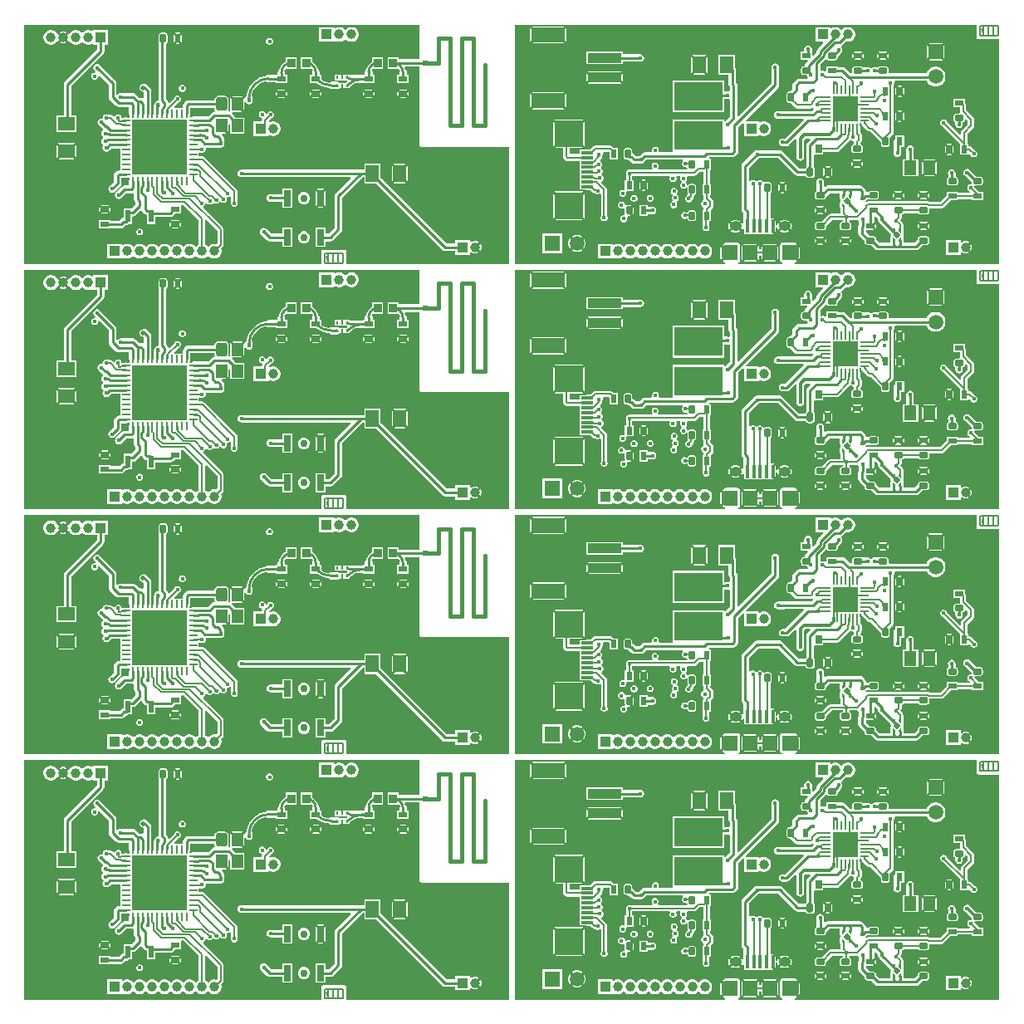
<source format=gtl>
G04*
G04 #@! TF.GenerationSoftware,Altium Limited,Altium Designer,21.0.9 (235)*
G04*
G04 Layer_Physical_Order=1*
G04 Layer_Color=255*
%FSLAX44Y44*%
%MOMM*%
G71*
G04*
G04 #@! TF.SameCoordinates,010FA0BD-CCEB-4461-B68A-2F08C8EAF3F4*
G04*
G04*
G04 #@! TF.FilePolarity,Positive*
G04*
G01*
G75*
%ADD10C,0.2000*%
%ADD11C,0.2540*%
%ADD12R,0.6000X1.3000*%
%ADD13R,5.0000X3.0000*%
%ADD14R,1.3000X1.5000*%
%ADD15R,0.8000X1.7000*%
%ADD16R,1.4000X1.8000*%
%ADD17R,1.8000X1.4000*%
%ADD18R,0.2000X0.3000*%
G04:AMPARAMS|DCode=19|XSize=0.3mm|YSize=0.2mm|CornerRadius=0.05mm|HoleSize=0mm|Usage=FLASHONLY|Rotation=270.000|XOffset=0mm|YOffset=0mm|HoleType=Round|Shape=RoundedRectangle|*
%AMROUNDEDRECTD19*
21,1,0.3000,0.1000,0,0,270.0*
21,1,0.2000,0.2000,0,0,270.0*
1,1,0.1000,-0.0500,-0.1000*
1,1,0.1000,-0.0500,0.1000*
1,1,0.1000,0.0500,0.1000*
1,1,0.1000,0.0500,-0.1000*
%
%ADD19ROUNDEDRECTD19*%
%ADD20R,0.9000X0.6000*%
G04:AMPARAMS|DCode=21|XSize=0.6mm|YSize=0.9mm|CornerRadius=0.15mm|HoleSize=0mm|Usage=FLASHONLY|Rotation=270.000|XOffset=0mm|YOffset=0mm|HoleType=Round|Shape=RoundedRectangle|*
%AMROUNDEDRECTD21*
21,1,0.6000,0.6000,0,0,270.0*
21,1,0.3000,0.9000,0,0,270.0*
1,1,0.3000,-0.3000,-0.1500*
1,1,0.3000,-0.3000,0.1500*
1,1,0.3000,0.3000,0.1500*
1,1,0.3000,0.3000,-0.1500*
%
%ADD21ROUNDEDRECTD21*%
%ADD22R,0.6000X0.9000*%
G04:AMPARAMS|DCode=23|XSize=0.6mm|YSize=0.9mm|CornerRadius=0.15mm|HoleSize=0mm|Usage=FLASHONLY|Rotation=0.000|XOffset=0mm|YOffset=0mm|HoleType=Round|Shape=RoundedRectangle|*
%AMROUNDEDRECTD23*
21,1,0.6000,0.6000,0,0,0.0*
21,1,0.3000,0.9000,0,0,0.0*
1,1,0.3000,0.1500,-0.3000*
1,1,0.3000,-0.1500,-0.3000*
1,1,0.3000,-0.1500,0.3000*
1,1,0.3000,0.1500,0.3000*
%
%ADD23ROUNDEDRECTD23*%
%ADD24R,5.6000X5.6000*%
%ADD25R,0.8500X0.2500*%
%ADD26R,0.2500X0.8500*%
%ADD27O,0.2500X0.8500*%
G04:AMPARAMS|DCode=28|XSize=0.65mm|YSize=0.95mm|CornerRadius=0.1625mm|HoleSize=0mm|Usage=FLASHONLY|Rotation=180.000|XOffset=0mm|YOffset=0mm|HoleType=Round|Shape=RoundedRectangle|*
%AMROUNDEDRECTD28*
21,1,0.6500,0.6250,0,0,180.0*
21,1,0.3250,0.9500,0,0,180.0*
1,1,0.3250,-0.1625,0.3125*
1,1,0.3250,0.1625,0.3125*
1,1,0.3250,0.1625,-0.3125*
1,1,0.3250,-0.1625,-0.3125*
%
%ADD28ROUNDEDRECTD28*%
%ADD29R,0.6500X0.9500*%
G04:AMPARAMS|DCode=30|XSize=0.2mm|YSize=0.85mm|CornerRadius=0.05mm|HoleSize=0mm|Usage=FLASHONLY|Rotation=180.000|XOffset=0mm|YOffset=0mm|HoleType=Round|Shape=RoundedRectangle|*
%AMROUNDEDRECTD30*
21,1,0.2000,0.7500,0,0,180.0*
21,1,0.1000,0.8500,0,0,180.0*
1,1,0.1000,-0.0500,0.3750*
1,1,0.1000,0.0500,0.3750*
1,1,0.1000,0.0500,-0.3750*
1,1,0.1000,-0.0500,-0.3750*
%
%ADD30ROUNDEDRECTD30*%
%ADD31R,0.2000X0.8500*%
%ADD32R,0.8500X0.2000*%
%ADD33R,2.6000X2.6000*%
%ADD34R,0.2500X0.2200*%
%ADD35R,0.2500X0.2200*%
%ADD36P,0.6788X4X360.0*%
%ADD37R,0.8900X0.9400*%
%ADD38R,0.4000X1.3500*%
%ADD39R,1.5000X1.5500*%
%ADD40R,1.2000X0.3000*%
%ADD41R,3.0000X2.7000*%
%ADD42R,3.4000X1.5000*%
%ADD43R,3.5000X1.0000*%
%ADD44R,0.4800X0.4800*%
G04:AMPARAMS|DCode=45|XSize=1.2mm|YSize=1.4mm|CornerRadius=0.3mm|HoleSize=0mm|Usage=FLASHONLY|Rotation=0.000|XOffset=0mm|YOffset=0mm|HoleType=Round|Shape=RoundedRectangle|*
%AMROUNDEDRECTD45*
21,1,1.2000,0.8000,0,0,0.0*
21,1,0.6000,1.4000,0,0,0.0*
1,1,0.6000,0.3000,-0.4000*
1,1,0.6000,-0.3000,-0.4000*
1,1,0.6000,-0.3000,0.4000*
1,1,0.6000,0.3000,0.4000*
%
%ADD45ROUNDEDRECTD45*%
%ADD46R,1.2000X1.4000*%
%ADD47C,0.1270*%
%ADD48C,0.3000*%
%ADD49C,0.4000*%
%ADD50R,1.2000X1.5500*%
%ADD51R,1.2000X1.5500*%
%ADD52C,0.7500*%
%ADD53R,1.5000X1.5000*%
%ADD54C,1.5000*%
%ADD55R,1.0000X1.0000*%
%ADD56C,1.0000*%
%ADD57R,1.5000X1.5000*%
%ADD58O,1.2500X0.9500*%
%ADD59O,0.9000X1.5500*%
%ADD60C,0.4500*%
%ADD61C,0.5000*%
G36*
X1229496Y1239000D02*
X1228997D01*
Y1242175D01*
X1228992Y1242169D01*
X1228962Y1242145D01*
X1228927Y1242110D01*
X1228868Y1242069D01*
X1228804Y1242016D01*
X1228722Y1241957D01*
X1228628Y1241893D01*
X1228522Y1241828D01*
X1228516D01*
X1228511Y1241823D01*
X1228475Y1241799D01*
X1228417Y1241770D01*
X1228346Y1241734D01*
X1228264Y1241693D01*
X1228176Y1241652D01*
X1228088Y1241611D01*
X1228000Y1241576D01*
Y1242057D01*
X1228006D01*
X1228018Y1242069D01*
X1228041Y1242075D01*
X1228071Y1242092D01*
X1228106Y1242110D01*
X1228147Y1242133D01*
X1228247Y1242192D01*
X1228364Y1242257D01*
X1228481Y1242339D01*
X1228604Y1242433D01*
X1228728Y1242532D01*
X1228734Y1242538D01*
X1228739Y1242544D01*
X1228757Y1242562D01*
X1228780Y1242579D01*
X1228833Y1242638D01*
X1228904Y1242708D01*
X1228974Y1242791D01*
X1229050Y1242885D01*
X1229115Y1242978D01*
X1229174Y1243078D01*
X1229496D01*
Y1239000D01*
D02*
G37*
G36*
X655410Y1247000D02*
Y1211885D01*
X634570D01*
Y1213970D01*
X623130D01*
Y1202030D01*
X634570D01*
X635529Y1201280D01*
X635981Y1200189D01*
X635411Y1199337D01*
X635115Y1197850D01*
Y1195978D01*
X633230D01*
Y1187438D01*
X644770D01*
Y1195978D01*
X642885D01*
Y1197850D01*
X642589Y1199337D01*
X641747Y1200597D01*
X641244Y1200933D01*
X641213Y1201163D01*
X640428Y1203060D01*
X641133Y1204116D01*
X655410D01*
Y1125000D01*
X655608Y1124009D01*
X656169Y1123169D01*
X657009Y1122608D01*
X658000Y1122411D01*
X747000D01*
Y1003000D01*
X581590D01*
Y1015000D01*
X581393Y1015991D01*
X580831Y1016832D01*
X579991Y1017393D01*
X579000Y1017590D01*
X558000D01*
X557009Y1017393D01*
X556169Y1016832D01*
X555607Y1015991D01*
X555410Y1015000D01*
Y1003000D01*
X253000D01*
X253000Y1247000D01*
X655410Y1247000D01*
D02*
G37*
G36*
X1223410Y1247000D02*
Y1235000D01*
X1223607Y1234009D01*
X1224169Y1233169D01*
X1225009Y1232608D01*
X1226000Y1232411D01*
X1247000D01*
X1247000Y1003000D01*
X1038656D01*
X1038531Y1004270D01*
X1038996Y1004363D01*
X1039837Y1004924D01*
X1040398Y1005764D01*
X1040432Y1005936D01*
X1041083Y1006371D01*
X1037102Y1010352D01*
X1038898Y1012148D01*
X1042879Y1008167D01*
X1043435Y1008999D01*
X1043883Y1011250D01*
Y1017750D01*
X1043435Y1020002D01*
X1042879Y1020834D01*
X1038898Y1016852D01*
X1037102Y1018648D01*
X1041083Y1022630D01*
X1040434Y1023063D01*
X1040398Y1023247D01*
X1039837Y1024087D01*
X1038996Y1024648D01*
X1038005Y1024845D01*
X1026005D01*
X1025014Y1024648D01*
X1024174Y1024087D01*
X1023613Y1023247D01*
X1023416Y1022255D01*
Y1006756D01*
X1023613Y1005764D01*
X1024174Y1004924D01*
X1025014Y1004363D01*
X1025480Y1004270D01*
X1025355Y1003000D01*
X980656D01*
X980531Y1004270D01*
X980996Y1004363D01*
X981836Y1004924D01*
X982398Y1005764D01*
X982595Y1006755D01*
Y1022255D01*
X982398Y1023246D01*
X981836Y1024087D01*
X980996Y1024648D01*
X980005Y1024845D01*
X968005D01*
X967014Y1024648D01*
X966174Y1024087D01*
X965612Y1023246D01*
X965577Y1023071D01*
X964917Y1022630D01*
X968898Y1018648D01*
X967102Y1016852D01*
X963121Y1020834D01*
X962565Y1020002D01*
X962117Y1017750D01*
Y1011250D01*
X962565Y1008999D01*
X963121Y1008167D01*
X967102Y1012148D01*
X968898Y1010352D01*
X964917Y1006371D01*
X965580Y1005928D01*
X965612Y1005764D01*
X966174Y1004924D01*
X967014Y1004363D01*
X967479Y1004270D01*
X967354Y1003000D01*
X753000D01*
X753000Y1247000D01*
X1223410Y1247000D01*
D02*
G37*
G36*
X561496Y1007000D02*
X560998D01*
Y1010174D01*
X560992Y1010169D01*
X560962Y1010145D01*
X560927Y1010110D01*
X560868Y1010069D01*
X560804Y1010016D01*
X560722Y1009957D01*
X560628Y1009893D01*
X560522Y1009828D01*
X560516D01*
X560511Y1009822D01*
X560475Y1009799D01*
X560417Y1009770D01*
X560346Y1009734D01*
X560264Y1009693D01*
X560176Y1009652D01*
X560088Y1009611D01*
X560000Y1009576D01*
Y1010057D01*
X560006D01*
X560018Y1010069D01*
X560041Y1010075D01*
X560070Y1010092D01*
X560106Y1010110D01*
X560147Y1010133D01*
X560247Y1010192D01*
X560364Y1010257D01*
X560481Y1010339D01*
X560604Y1010433D01*
X560728Y1010532D01*
X560733Y1010538D01*
X560739Y1010544D01*
X560757Y1010562D01*
X560780Y1010579D01*
X560833Y1010638D01*
X560904Y1010708D01*
X560974Y1010791D01*
X561050Y1010884D01*
X561115Y1010978D01*
X561174Y1011078D01*
X561496D01*
Y1007000D01*
D02*
G37*
G36*
X1229496Y989000D02*
X1228997D01*
Y992174D01*
X1228992Y992169D01*
X1228962Y992145D01*
X1228927Y992110D01*
X1228868Y992069D01*
X1228804Y992016D01*
X1228722Y991957D01*
X1228628Y991893D01*
X1228522Y991828D01*
X1228516D01*
X1228511Y991822D01*
X1228475Y991799D01*
X1228417Y991770D01*
X1228346Y991734D01*
X1228264Y991693D01*
X1228176Y991652D01*
X1228088Y991611D01*
X1228000Y991576D01*
Y992057D01*
X1228006D01*
X1228018Y992069D01*
X1228041Y992075D01*
X1228071Y992092D01*
X1228106Y992110D01*
X1228147Y992133D01*
X1228247Y992192D01*
X1228364Y992257D01*
X1228481Y992339D01*
X1228604Y992433D01*
X1228728Y992532D01*
X1228734Y992538D01*
X1228739Y992544D01*
X1228757Y992562D01*
X1228780Y992579D01*
X1228833Y992638D01*
X1228904Y992708D01*
X1228974Y992791D01*
X1229050Y992884D01*
X1229115Y992978D01*
X1229174Y993078D01*
X1229496D01*
Y989000D01*
D02*
G37*
G36*
X655410Y997000D02*
Y961885D01*
X634570D01*
Y963970D01*
X623130D01*
Y952030D01*
X634570D01*
X635529Y951280D01*
X635981Y950189D01*
X635411Y949337D01*
X635115Y947850D01*
Y945978D01*
X633230D01*
Y937438D01*
X644770D01*
Y945978D01*
X642885D01*
Y947850D01*
X642589Y949337D01*
X641747Y950597D01*
X641244Y950933D01*
X641213Y951163D01*
X640428Y953060D01*
X641133Y954116D01*
X655410D01*
Y875000D01*
X655608Y874009D01*
X656169Y873169D01*
X657009Y872608D01*
X658000Y872410D01*
X747000D01*
Y753000D01*
X581590D01*
Y765000D01*
X581393Y765991D01*
X580831Y766831D01*
X579991Y767393D01*
X579000Y767590D01*
X558000D01*
X557009Y767393D01*
X556169Y766831D01*
X555607Y765991D01*
X555410Y765000D01*
Y753000D01*
X253000D01*
X253000Y997000D01*
X655410Y997000D01*
D02*
G37*
G36*
X1223410Y997000D02*
Y985000D01*
X1223607Y984009D01*
X1224169Y983169D01*
X1225009Y982608D01*
X1226000Y982410D01*
X1247000D01*
X1247000Y753000D01*
X1038656D01*
X1038531Y754270D01*
X1038996Y754363D01*
X1039837Y754924D01*
X1040398Y755764D01*
X1040432Y755936D01*
X1041083Y756371D01*
X1037102Y760352D01*
X1038898Y762148D01*
X1042879Y758167D01*
X1043435Y758999D01*
X1043883Y761250D01*
Y767750D01*
X1043435Y770002D01*
X1042879Y770833D01*
X1038898Y766852D01*
X1037102Y768648D01*
X1041083Y772629D01*
X1040434Y773063D01*
X1040398Y773247D01*
X1039837Y774087D01*
X1038996Y774648D01*
X1038005Y774845D01*
X1026005D01*
X1025014Y774648D01*
X1024174Y774087D01*
X1023613Y773247D01*
X1023416Y772255D01*
Y756755D01*
X1023613Y755764D01*
X1024174Y754924D01*
X1025014Y754363D01*
X1025480Y754270D01*
X1025355Y753000D01*
X980656D01*
X980531Y754270D01*
X980996Y754363D01*
X981836Y754924D01*
X982398Y755764D01*
X982595Y756755D01*
Y772255D01*
X982398Y773246D01*
X981836Y774087D01*
X980996Y774648D01*
X980005Y774845D01*
X968005D01*
X967014Y774648D01*
X966174Y774087D01*
X965612Y773246D01*
X965577Y773071D01*
X964917Y772629D01*
X968898Y768648D01*
X967102Y766852D01*
X963121Y770834D01*
X962565Y770002D01*
X962117Y767750D01*
Y761250D01*
X962565Y758999D01*
X963121Y758167D01*
X967102Y762148D01*
X968898Y760352D01*
X964917Y756371D01*
X965580Y755928D01*
X965612Y755764D01*
X966174Y754924D01*
X967014Y754363D01*
X967479Y754270D01*
X967354Y753000D01*
X753000D01*
X753000Y997000D01*
X1223410Y997000D01*
D02*
G37*
G36*
X561496Y757000D02*
X560998D01*
Y760174D01*
X560992Y760169D01*
X560962Y760145D01*
X560927Y760110D01*
X560868Y760069D01*
X560804Y760016D01*
X560722Y759957D01*
X560628Y759893D01*
X560522Y759828D01*
X560516D01*
X560511Y759822D01*
X560475Y759799D01*
X560417Y759770D01*
X560346Y759734D01*
X560264Y759693D01*
X560176Y759652D01*
X560088Y759611D01*
X560000Y759576D01*
Y760057D01*
X560006D01*
X560018Y760069D01*
X560041Y760075D01*
X560070Y760092D01*
X560106Y760110D01*
X560147Y760133D01*
X560247Y760192D01*
X560364Y760257D01*
X560481Y760339D01*
X560604Y760433D01*
X560728Y760532D01*
X560733Y760538D01*
X560739Y760544D01*
X560757Y760562D01*
X560780Y760579D01*
X560833Y760638D01*
X560904Y760708D01*
X560974Y760790D01*
X561050Y760884D01*
X561115Y760978D01*
X561174Y761078D01*
X561496D01*
Y757000D01*
D02*
G37*
G36*
X1229496Y739000D02*
X1228997D01*
Y742174D01*
X1228992Y742169D01*
X1228962Y742145D01*
X1228927Y742110D01*
X1228868Y742069D01*
X1228804Y742016D01*
X1228722Y741957D01*
X1228628Y741893D01*
X1228522Y741828D01*
X1228516D01*
X1228511Y741822D01*
X1228475Y741799D01*
X1228417Y741769D01*
X1228346Y741734D01*
X1228264Y741693D01*
X1228176Y741652D01*
X1228088Y741611D01*
X1228000Y741576D01*
Y742057D01*
X1228006D01*
X1228018Y742069D01*
X1228041Y742075D01*
X1228071Y742092D01*
X1228106Y742110D01*
X1228147Y742133D01*
X1228247Y742192D01*
X1228364Y742256D01*
X1228481Y742339D01*
X1228604Y742433D01*
X1228728Y742532D01*
X1228734Y742538D01*
X1228739Y742544D01*
X1228757Y742562D01*
X1228780Y742579D01*
X1228833Y742638D01*
X1228904Y742708D01*
X1228974Y742791D01*
X1229050Y742884D01*
X1229115Y742978D01*
X1229174Y743078D01*
X1229496D01*
Y739000D01*
D02*
G37*
G36*
X655410Y747000D02*
Y711885D01*
X634570D01*
Y713970D01*
X623130D01*
Y702030D01*
X634570D01*
X635529Y701279D01*
X635981Y700189D01*
X635411Y699337D01*
X635115Y697850D01*
Y695978D01*
X633230D01*
Y687438D01*
X644770D01*
Y695978D01*
X642885D01*
Y697850D01*
X642589Y699337D01*
X641747Y700597D01*
X641244Y700933D01*
X641213Y701163D01*
X640428Y703059D01*
X641133Y704116D01*
X655410D01*
Y625000D01*
X655608Y624009D01*
X656169Y623169D01*
X657009Y622607D01*
X658000Y622410D01*
X747000D01*
Y503000D01*
X581590D01*
Y515000D01*
X581393Y515991D01*
X580831Y516831D01*
X579991Y517393D01*
X579000Y517590D01*
X558000D01*
X557009Y517393D01*
X556169Y516831D01*
X555607Y515991D01*
X555410Y515000D01*
Y503000D01*
X253000D01*
X253000Y747000D01*
X655410Y747000D01*
D02*
G37*
G36*
X1223410Y747000D02*
Y735000D01*
X1223607Y734009D01*
X1224169Y733169D01*
X1225009Y732607D01*
X1226000Y732410D01*
X1247000D01*
X1247000Y503000D01*
X1038656D01*
X1038531Y504270D01*
X1038996Y504363D01*
X1039837Y504924D01*
X1040398Y505764D01*
X1040432Y505936D01*
X1041083Y506371D01*
X1037102Y510352D01*
X1038898Y512148D01*
X1042879Y508167D01*
X1043435Y508999D01*
X1043883Y511250D01*
Y517750D01*
X1043435Y520001D01*
X1042879Y520833D01*
X1038898Y516852D01*
X1037102Y518648D01*
X1041083Y522629D01*
X1040434Y523063D01*
X1040398Y523246D01*
X1039837Y524087D01*
X1038996Y524648D01*
X1038005Y524845D01*
X1026005D01*
X1025014Y524648D01*
X1024174Y524087D01*
X1023613Y523246D01*
X1023416Y522255D01*
Y506755D01*
X1023613Y505764D01*
X1024174Y504924D01*
X1025014Y504363D01*
X1025480Y504270D01*
X1025355Y503000D01*
X980656D01*
X980531Y504270D01*
X980996Y504363D01*
X981836Y504924D01*
X982398Y505764D01*
X982595Y506755D01*
Y522255D01*
X982398Y523246D01*
X981836Y524086D01*
X980996Y524648D01*
X980005Y524845D01*
X968005D01*
X967014Y524648D01*
X966174Y524086D01*
X965612Y523246D01*
X965577Y523071D01*
X964917Y522630D01*
X968898Y518648D01*
X967102Y516852D01*
X963121Y520833D01*
X962565Y520001D01*
X962117Y517750D01*
Y511250D01*
X962565Y508999D01*
X963121Y508167D01*
X967102Y512148D01*
X968898Y510352D01*
X964917Y506371D01*
X965580Y505928D01*
X965612Y505764D01*
X966174Y504924D01*
X967014Y504363D01*
X967479Y504270D01*
X967354Y503000D01*
X753000D01*
X753000Y747000D01*
X1223410Y747000D01*
D02*
G37*
G36*
X561496Y507000D02*
X560998D01*
Y510174D01*
X560992Y510168D01*
X560962Y510145D01*
X560927Y510110D01*
X560868Y510069D01*
X560804Y510016D01*
X560722Y509957D01*
X560628Y509893D01*
X560522Y509828D01*
X560516D01*
X560511Y509822D01*
X560475Y509799D01*
X560417Y509770D01*
X560346Y509734D01*
X560264Y509693D01*
X560176Y509652D01*
X560088Y509611D01*
X560000Y509576D01*
Y510057D01*
X560006D01*
X560018Y510069D01*
X560041Y510075D01*
X560070Y510092D01*
X560106Y510110D01*
X560147Y510133D01*
X560247Y510192D01*
X560364Y510257D01*
X560481Y510339D01*
X560604Y510433D01*
X560728Y510532D01*
X560733Y510538D01*
X560739Y510544D01*
X560757Y510562D01*
X560780Y510579D01*
X560833Y510638D01*
X560904Y510708D01*
X560974Y510790D01*
X561050Y510884D01*
X561115Y510978D01*
X561174Y511078D01*
X561496D01*
Y507000D01*
D02*
G37*
G36*
X1229496Y489000D02*
X1228997D01*
Y492174D01*
X1228992Y492169D01*
X1228962Y492145D01*
X1228927Y492110D01*
X1228868Y492069D01*
X1228804Y492016D01*
X1228722Y491957D01*
X1228628Y491893D01*
X1228522Y491828D01*
X1228516D01*
X1228511Y491822D01*
X1228475Y491799D01*
X1228417Y491769D01*
X1228346Y491734D01*
X1228264Y491693D01*
X1228176Y491652D01*
X1228088Y491611D01*
X1228000Y491576D01*
Y492057D01*
X1228006D01*
X1228018Y492069D01*
X1228041Y492075D01*
X1228071Y492092D01*
X1228106Y492110D01*
X1228147Y492133D01*
X1228247Y492192D01*
X1228364Y492257D01*
X1228481Y492339D01*
X1228604Y492433D01*
X1228728Y492532D01*
X1228734Y492538D01*
X1228739Y492544D01*
X1228757Y492562D01*
X1228780Y492579D01*
X1228833Y492638D01*
X1228904Y492708D01*
X1228974Y492790D01*
X1229050Y492884D01*
X1229115Y492978D01*
X1229174Y493078D01*
X1229496D01*
Y489000D01*
D02*
G37*
G36*
X655410Y497000D02*
Y461885D01*
X634570D01*
Y463970D01*
X623130D01*
Y452030D01*
X634570D01*
X635529Y451279D01*
X635981Y450189D01*
X635411Y449337D01*
X635115Y447850D01*
Y445978D01*
X633230D01*
Y437438D01*
X644770D01*
Y445978D01*
X642885D01*
Y447850D01*
X642589Y449337D01*
X641747Y450597D01*
X641244Y450933D01*
X641213Y451163D01*
X640428Y453059D01*
X641133Y454115D01*
X655410D01*
Y375000D01*
X655608Y374009D01*
X656169Y373169D01*
X657009Y372607D01*
X658000Y372410D01*
X747000D01*
Y253000D01*
X581590D01*
Y265000D01*
X581393Y265991D01*
X580831Y266831D01*
X579991Y267393D01*
X579000Y267590D01*
X558000D01*
X557009Y267393D01*
X556169Y266831D01*
X555607Y265991D01*
X555410Y265000D01*
Y253000D01*
X253000D01*
X253000Y497000D01*
X655410Y497000D01*
D02*
G37*
G36*
X1223410Y497000D02*
Y485000D01*
X1223607Y484009D01*
X1224169Y483169D01*
X1225009Y482607D01*
X1226000Y482410D01*
X1247000D01*
X1247000Y253000D01*
X1038656D01*
X1038531Y254270D01*
X1038996Y254363D01*
X1039837Y254924D01*
X1040398Y255764D01*
X1040432Y255936D01*
X1041083Y256371D01*
X1037102Y260352D01*
X1038898Y262148D01*
X1042879Y258167D01*
X1043435Y258999D01*
X1043883Y261250D01*
Y267750D01*
X1043435Y270001D01*
X1042879Y270833D01*
X1038898Y266852D01*
X1037102Y268648D01*
X1041083Y272629D01*
X1040434Y273063D01*
X1040398Y273246D01*
X1039837Y274086D01*
X1038996Y274648D01*
X1038005Y274845D01*
X1026005D01*
X1025014Y274648D01*
X1024174Y274086D01*
X1023613Y273246D01*
X1023416Y272255D01*
Y256755D01*
X1023613Y255764D01*
X1024174Y254924D01*
X1025014Y254363D01*
X1025480Y254270D01*
X1025355Y253000D01*
X980656D01*
X980531Y254270D01*
X980996Y254363D01*
X981836Y254924D01*
X982398Y255764D01*
X982595Y256755D01*
Y272255D01*
X982398Y273246D01*
X981836Y274086D01*
X980996Y274648D01*
X980005Y274845D01*
X968005D01*
X967014Y274648D01*
X966174Y274086D01*
X965612Y273246D01*
X965577Y273071D01*
X964917Y272629D01*
X968898Y268648D01*
X967102Y266852D01*
X963121Y270833D01*
X962565Y270001D01*
X962117Y267750D01*
Y261250D01*
X962565Y258999D01*
X963121Y258167D01*
X967102Y262148D01*
X968898Y260352D01*
X964917Y256371D01*
X965580Y255928D01*
X965612Y255764D01*
X966174Y254924D01*
X967014Y254363D01*
X967479Y254270D01*
X967354Y253000D01*
X753000D01*
X753000Y497000D01*
X1223410Y497000D01*
D02*
G37*
G36*
X561496Y257000D02*
X560998D01*
Y260174D01*
X560992Y260168D01*
X560962Y260145D01*
X560927Y260110D01*
X560868Y260069D01*
X560804Y260016D01*
X560722Y259957D01*
X560628Y259893D01*
X560522Y259828D01*
X560516D01*
X560511Y259822D01*
X560475Y259799D01*
X560417Y259769D01*
X560346Y259734D01*
X560264Y259693D01*
X560176Y259652D01*
X560088Y259611D01*
X560000Y259576D01*
Y260057D01*
X560006D01*
X560018Y260069D01*
X560041Y260075D01*
X560070Y260092D01*
X560106Y260110D01*
X560147Y260133D01*
X560247Y260192D01*
X560364Y260257D01*
X560481Y260339D01*
X560604Y260432D01*
X560728Y260532D01*
X560733Y260538D01*
X560739Y260544D01*
X560757Y260562D01*
X560780Y260579D01*
X560833Y260638D01*
X560904Y260708D01*
X560974Y260790D01*
X561050Y260884D01*
X561115Y260978D01*
X561174Y261078D01*
X561496D01*
Y257000D01*
D02*
G37*
%LPC*%
G36*
X587393Y1244540D02*
X585407D01*
X583490Y1244026D01*
X581770Y1243034D01*
X580895Y1242158D01*
X580050Y1241774D01*
X579205Y1242158D01*
X578330Y1243034D01*
X576610Y1244026D01*
X574693Y1244540D01*
X572707D01*
X570790Y1244026D01*
X569810Y1243461D01*
X568540Y1244194D01*
Y1244540D01*
X553460D01*
Y1229460D01*
X568540D01*
Y1229806D01*
X569810Y1230540D01*
X570790Y1229974D01*
X572707Y1229460D01*
X574693D01*
X576610Y1229974D01*
X578330Y1230967D01*
X579205Y1231842D01*
X580050Y1232227D01*
X580895Y1231842D01*
X581770Y1230967D01*
X583490Y1229974D01*
X585407Y1229460D01*
X587393D01*
X589310Y1229974D01*
X591030Y1230967D01*
X592434Y1232371D01*
X593426Y1234090D01*
X593940Y1236008D01*
Y1237993D01*
X593426Y1239911D01*
X592434Y1241630D01*
X591030Y1243034D01*
X589310Y1244026D01*
X587393Y1244540D01*
D02*
G37*
G36*
X338240Y1241540D02*
X323160D01*
Y1241194D01*
X321890Y1240461D01*
X320910Y1241026D01*
X318993Y1241540D01*
X317007D01*
X315090Y1241026D01*
X313370Y1240034D01*
X312495Y1239158D01*
X311650Y1238774D01*
X310805Y1239158D01*
X309930Y1240034D01*
X308210Y1241026D01*
X306293Y1241540D01*
X304307D01*
X302390Y1241026D01*
X300670Y1240034D01*
X299267Y1238630D01*
X298985Y1238142D01*
X298899Y1238095D01*
X298468Y1238073D01*
X294396Y1234000D01*
X298468Y1229928D01*
X298899Y1229906D01*
X298985Y1229859D01*
X299267Y1229371D01*
X300670Y1227967D01*
X302390Y1226974D01*
X304307Y1226460D01*
X306293D01*
X308210Y1226974D01*
X309930Y1227967D01*
X310805Y1228842D01*
X311650Y1229227D01*
X312495Y1228842D01*
X313370Y1227967D01*
X315090Y1226974D01*
X317007Y1226460D01*
X318993D01*
X320910Y1226974D01*
X321890Y1227540D01*
X323160Y1226806D01*
Y1226460D01*
X326815D01*
Y1221309D01*
X294253Y1188747D01*
X293411Y1187487D01*
X293115Y1186000D01*
Y1154270D01*
X285730D01*
Y1137730D01*
X306270D01*
Y1154270D01*
X300885D01*
Y1184391D01*
X333447Y1216953D01*
X334289Y1218214D01*
X334585Y1219700D01*
Y1226460D01*
X338240D01*
Y1241540D01*
D02*
G37*
G36*
X411974Y1238770D02*
X407026D01*
X409500Y1236296D01*
X411974Y1238770D01*
D02*
G37*
G36*
X293847Y1240270D02*
X291353D01*
X289071Y1239325D01*
X292600Y1235796D01*
X296129Y1239325D01*
X293847Y1240270D01*
D02*
G37*
G36*
X405230Y1236974D02*
Y1229026D01*
X408602Y1232398D01*
X409500Y1231500D01*
X410398Y1232398D01*
X413770Y1229026D01*
Y1236974D01*
X410398Y1233602D01*
X409500Y1234500D01*
X408602Y1233602D01*
X405230Y1236974D01*
D02*
G37*
G36*
X292600Y1232204D02*
X289071Y1228675D01*
X291353Y1227730D01*
X293847D01*
X296129Y1228675D01*
X292600Y1232204D01*
D02*
G37*
G36*
X409500Y1229704D02*
X407026Y1227230D01*
X411974D01*
X409500Y1229704D01*
D02*
G37*
G36*
X503700Y1233520D02*
X502300D01*
X501006Y1232984D01*
X500016Y1231994D01*
X499480Y1230700D01*
Y1229300D01*
X500016Y1228006D01*
X501006Y1227016D01*
X502300Y1226480D01*
X503700D01*
X504994Y1227016D01*
X505984Y1228006D01*
X506520Y1229300D01*
Y1230700D01*
X505984Y1231994D01*
X504994Y1232984D01*
X503700Y1233520D01*
D02*
G37*
G36*
X280893Y1241540D02*
X278908D01*
X276990Y1241026D01*
X275271Y1240034D01*
X273867Y1238630D01*
X272874Y1236911D01*
X272360Y1234993D01*
Y1233008D01*
X272874Y1231090D01*
X273867Y1229371D01*
X275271Y1227967D01*
X276990Y1226974D01*
X278908Y1226460D01*
X280893D01*
X282810Y1226974D01*
X284530Y1227967D01*
X285934Y1229371D01*
X286215Y1229859D01*
X286301Y1229906D01*
X286732Y1229928D01*
X290804Y1234000D01*
X286732Y1238073D01*
X286301Y1238095D01*
X286215Y1238142D01*
X285934Y1238630D01*
X284530Y1240034D01*
X282810Y1241026D01*
X280893Y1241540D01*
D02*
G37*
G36*
X618870Y1213970D02*
X607430D01*
Y1209134D01*
X607255Y1209061D01*
X604813Y1207188D01*
X602939Y1204746D01*
X601781Y1201949D01*
X601253Y1201597D01*
X600411Y1200337D01*
X600115Y1198850D01*
Y1195978D01*
X598230D01*
Y1195592D01*
X585121D01*
X584610Y1195491D01*
X584270Y1195770D01*
Y1195770D01*
X579730Y1195770D01*
X578460Y1195770D01*
X574730Y1195770D01*
X573460Y1195770D01*
X569730D01*
Y1190230D01*
X574270Y1190230D01*
X575540Y1190230D01*
X579270Y1190230D01*
X581376Y1190230D01*
X581614Y1190047D01*
X581661Y1190028D01*
X582374Y1188961D01*
X582384Y1188744D01*
X581198Y1187770D01*
X579730Y1187770D01*
X578460Y1187770D01*
X574730D01*
X574730Y1187770D01*
Y1187770D01*
X573749Y1188414D01*
X573487Y1188589D01*
X572000Y1188885D01*
X566193D01*
X564707Y1188589D01*
X563568Y1187828D01*
X562227Y1187960D01*
X558413Y1189117D01*
X555770Y1190530D01*
Y1195978D01*
X553885D01*
Y1198700D01*
X553589Y1200187D01*
X552747Y1201447D01*
X552236Y1201789D01*
X552235Y1201791D01*
X551042Y1204671D01*
X549145Y1207145D01*
X546671Y1209043D01*
X546420Y1209146D01*
Y1213970D01*
X534980D01*
Y1202030D01*
X546405D01*
X546937Y1200975D01*
X546411Y1200187D01*
X546115Y1198700D01*
Y1195978D01*
X544230D01*
Y1187438D01*
X551026D01*
X551991Y1186646D01*
X556410Y1184283D01*
X561206Y1182828D01*
X563193Y1182633D01*
X563447Y1182253D01*
X564707Y1181411D01*
X566193Y1181116D01*
X572000D01*
X573487Y1181411D01*
X573749Y1181587D01*
X574730Y1182230D01*
Y1182230D01*
X574730Y1182230D01*
X579270Y1182230D01*
X580540Y1182230D01*
X584270D01*
Y1183556D01*
X586898Y1185712D01*
X590413Y1187591D01*
X591178Y1187823D01*
X598230D01*
Y1187438D01*
X609770D01*
Y1195978D01*
X607885D01*
Y1198850D01*
X607589Y1200337D01*
X607251Y1200843D01*
X607810Y1202030D01*
X618870D01*
Y1213970D01*
D02*
G37*
G36*
X414700Y1185520D02*
X413300D01*
X412006Y1184984D01*
X411016Y1183994D01*
X410480Y1182700D01*
Y1181300D01*
X411016Y1180006D01*
X412006Y1179016D01*
X413300Y1178480D01*
X414700D01*
X415994Y1179016D01*
X416984Y1180006D01*
X417520Y1181300D01*
Y1182700D01*
X416984Y1183994D01*
X415994Y1184984D01*
X414700Y1185520D01*
D02*
G37*
G36*
X520654Y1179065D02*
X518296Y1176708D01*
X520654Y1174350D01*
X520824Y1175208D01*
Y1178208D01*
X520654Y1179065D01*
D02*
G37*
G36*
X644654D02*
X642296Y1176708D01*
X644654Y1174350D01*
X644824Y1175208D01*
Y1178208D01*
X644654Y1179065D01*
D02*
G37*
G36*
X555654Y1179065D02*
X553296Y1176708D01*
X555654Y1174350D01*
X555824Y1175208D01*
Y1178208D01*
X555654Y1179065D01*
D02*
G37*
G36*
X509346Y1179065D02*
X509176Y1178208D01*
Y1175208D01*
X509346Y1174350D01*
X511704Y1176708D01*
X509346Y1179065D01*
D02*
G37*
G36*
X633346D02*
X633176Y1178208D01*
Y1175208D01*
X633346Y1174350D01*
X635704Y1176708D01*
X633346Y1179065D01*
D02*
G37*
G36*
X609654Y1179065D02*
X607296Y1176708D01*
X609654Y1174350D01*
X609824Y1175208D01*
Y1178208D01*
X609654Y1179065D01*
D02*
G37*
G36*
X544346Y1179065D02*
X544176Y1178208D01*
Y1175208D01*
X544346Y1174350D01*
X546704Y1176708D01*
X544346Y1179065D01*
D02*
G37*
G36*
X598346Y1179065D02*
X598176Y1178208D01*
Y1175208D01*
X598346Y1174350D01*
X600704Y1176708D01*
X598346Y1179065D01*
D02*
G37*
G36*
X642000Y1181032D02*
X636000D01*
X635143Y1180861D01*
X638398Y1177606D01*
X637500Y1176708D01*
X638398Y1175810D01*
X635142Y1172554D01*
X636000Y1172383D01*
X642000D01*
X642858Y1172554D01*
X639602Y1175810D01*
X640500Y1176708D01*
X639602Y1177606D01*
X642858Y1180861D01*
X642000Y1181032D01*
D02*
G37*
G36*
X553000D02*
X547000D01*
X546143Y1180861D01*
X549398Y1177606D01*
X548500Y1176708D01*
X549398Y1175810D01*
X546143Y1172554D01*
X547000Y1172383D01*
X553000D01*
X553858Y1172554D01*
X550602Y1175810D01*
X551500Y1176708D01*
X550602Y1177606D01*
X553858Y1180861D01*
X553000Y1181032D01*
D02*
G37*
G36*
X518000D02*
X512000D01*
X511143Y1180861D01*
X514398Y1177606D01*
X513500Y1176708D01*
X514398Y1175810D01*
X511142Y1172554D01*
X512000Y1172383D01*
X518000D01*
X518858Y1172554D01*
X515602Y1175810D01*
X516500Y1176708D01*
X515602Y1177606D01*
X518858Y1180861D01*
X518000Y1181032D01*
D02*
G37*
G36*
X607000Y1181032D02*
X601000D01*
X600142Y1180861D01*
X603398Y1177606D01*
X602500Y1176708D01*
X603398Y1175810D01*
X600143Y1172554D01*
X601000Y1172383D01*
X607000D01*
X607858Y1172554D01*
X604602Y1175810D01*
X605500Y1176708D01*
X604602Y1177606D01*
X607858Y1180861D01*
X607000Y1181032D01*
D02*
G37*
G36*
X475474Y1174270D02*
X464526D01*
X470000Y1168796D01*
X475474Y1174270D01*
D02*
G37*
G36*
X396000Y1238824D02*
X393000D01*
X391919Y1238609D01*
X391003Y1237997D01*
X390391Y1237081D01*
X390176Y1236000D01*
Y1233873D01*
X389931Y1233507D01*
X389635Y1232020D01*
Y1170430D01*
X389043Y1169253D01*
X387556Y1168957D01*
X386296Y1168115D01*
X385454Y1166855D01*
X385317Y1166165D01*
X384646Y1165162D01*
X384350Y1163675D01*
X384477Y1163040D01*
X383633Y1161770D01*
X382385D01*
Y1179500D01*
X382089Y1180987D01*
X381247Y1182247D01*
X377747Y1185747D01*
X376487Y1186589D01*
X375000Y1186885D01*
X373513Y1186589D01*
X373045Y1186276D01*
X372621Y1186192D01*
X372132Y1185865D01*
X371972Y1185799D01*
X371849Y1185676D01*
X371361Y1185350D01*
X371034Y1184861D01*
X370911Y1184738D01*
X370845Y1184578D01*
X370518Y1184089D01*
X370404Y1183513D01*
X370337Y1183353D01*
Y1183179D01*
X370223Y1182603D01*
X370337Y1182026D01*
Y1181853D01*
X370404Y1181693D01*
X370518Y1181116D01*
X370845Y1180628D01*
X370911Y1180467D01*
X371034Y1180344D01*
X371361Y1179856D01*
X371849Y1179529D01*
X371972Y1179407D01*
X372132Y1179340D01*
X372621Y1179014D01*
X373197Y1178899D01*
X373358Y1178833D01*
X373531D01*
X373709Y1178797D01*
X374616Y1177891D01*
Y1172528D01*
X373345Y1171850D01*
X372987Y1172089D01*
X371500Y1172385D01*
X370109D01*
X366462Y1176032D01*
X365202Y1176874D01*
X363715Y1177170D01*
X351285D01*
X349799Y1176874D01*
X348538Y1176032D01*
X348155Y1175458D01*
X346885Y1175843D01*
Y1187000D01*
X346589Y1188487D01*
X345747Y1189747D01*
X329747Y1205747D01*
X328487Y1206589D01*
X327000Y1206885D01*
X325513Y1206589D01*
X324253Y1205747D01*
X323411Y1204487D01*
X323115Y1203000D01*
X323411Y1201514D01*
X324253Y1200253D01*
X325393Y1199114D01*
X324856Y1197855D01*
X323965D01*
X322671Y1197319D01*
X321681Y1196329D01*
X321145Y1195035D01*
Y1193635D01*
X321681Y1192341D01*
X322671Y1191351D01*
X323965Y1190815D01*
X325365D01*
X326659Y1191351D01*
X327649Y1192341D01*
X328185Y1193635D01*
Y1194525D01*
X329444Y1195063D01*
X339115Y1185391D01*
Y1173000D01*
X339411Y1171514D01*
X340253Y1170253D01*
X346253Y1164253D01*
X347514Y1163411D01*
X349000Y1163116D01*
X359616D01*
Y1156250D01*
X359911Y1154764D01*
X360548Y1153810D01*
X360460Y1152540D01*
X359406Y1152020D01*
X358694D01*
X357989Y1152491D01*
X356750Y1152737D01*
X355511Y1152491D01*
X354960Y1152122D01*
X352080D01*
Y1152773D01*
X351544Y1154066D01*
X350554Y1155056D01*
X349260Y1155592D01*
X347860D01*
X346566Y1155056D01*
X345576Y1154066D01*
X345358Y1153539D01*
X343867Y1153234D01*
X342775Y1154325D01*
X341725Y1155027D01*
X340486Y1155274D01*
X338050D01*
X337140Y1155650D01*
X335740D01*
X334446Y1155115D01*
X333456Y1154124D01*
X332920Y1152831D01*
Y1152261D01*
X331745Y1151200D01*
X331645Y1151220D01*
X331285D01*
X329799Y1150924D01*
X328539Y1150082D01*
X327696Y1148822D01*
X327401Y1147335D01*
X327696Y1145849D01*
X328539Y1144589D01*
X329623Y1143864D01*
X332850Y1140637D01*
X332928Y1139935D01*
X332812Y1139084D01*
X332596Y1138940D01*
X331754Y1137680D01*
X331459Y1136193D01*
X331754Y1134707D01*
X332596Y1133446D01*
X332971Y1133071D01*
X333176Y1132935D01*
X333138Y1131432D01*
X332515Y1131016D01*
X331673Y1129756D01*
X331377Y1128269D01*
X331673Y1126782D01*
X332515Y1125522D01*
X333044Y1125169D01*
X333602Y1124228D01*
X333346Y1123556D01*
X332851Y1122815D01*
X332556Y1121328D01*
X332851Y1119842D01*
X333693Y1118581D01*
X334953Y1117739D01*
X336440Y1117444D01*
X336970D01*
X338457Y1117739D01*
X339717Y1118581D01*
X341752Y1120616D01*
X351230D01*
Y1117020D01*
X351230D01*
Y1106980D01*
Y1098385D01*
X349500D01*
X348013Y1098089D01*
X346753Y1097247D01*
X345253Y1095747D01*
X344411Y1094487D01*
X344115Y1093000D01*
Y1086609D01*
X339753Y1082247D01*
X338911Y1080987D01*
X338615Y1079500D01*
X338911Y1078014D01*
X339753Y1076753D01*
X341013Y1075911D01*
X342500Y1075616D01*
X343987Y1075911D01*
X345247Y1076753D01*
X350747Y1082253D01*
X351589Y1083514D01*
X351885Y1085000D01*
Y1090616D01*
X356750D01*
X358237Y1090911D01*
X359190Y1091548D01*
X360460Y1091460D01*
X360548Y1090190D01*
X359911Y1089237D01*
X359616Y1087750D01*
Y1082885D01*
X355000D01*
X353513Y1082589D01*
X352253Y1081747D01*
X346253Y1075747D01*
X345411Y1074487D01*
X345115Y1073000D01*
X345411Y1071514D01*
X346253Y1070253D01*
X347514Y1069411D01*
X349000Y1069116D01*
X350487Y1069411D01*
X351747Y1070253D01*
X356609Y1075116D01*
X362012D01*
X363345Y1075381D01*
X363808Y1075246D01*
X364616Y1074814D01*
Y1069093D01*
X364911Y1067606D01*
X365753Y1066346D01*
X366385Y1065714D01*
Y1063616D01*
X362185Y1059416D01*
X354000D01*
Y1050165D01*
X353192Y1050005D01*
X351932Y1049163D01*
X349904Y1047135D01*
X340770D01*
Y1047770D01*
X329230D01*
Y1039230D01*
X340770D01*
Y1039366D01*
X351513D01*
X353000Y1039661D01*
X354260Y1040503D01*
X356288Y1042531D01*
X356540D01*
X358027Y1042827D01*
X359287Y1043669D01*
X359494Y1043876D01*
X362540D01*
Y1051445D01*
X363592D01*
X365079Y1051740D01*
X366339Y1052582D01*
X371261Y1057505D01*
X372640Y1057087D01*
X372681Y1056877D01*
X373523Y1055617D01*
X375011Y1054129D01*
X376271Y1053287D01*
X377758Y1052991D01*
X378000D01*
Y1043876D01*
X386540D01*
Y1050731D01*
X402075D01*
X403561Y1051027D01*
X404822Y1051869D01*
X406310Y1053357D01*
X406893Y1054230D01*
X412563D01*
Y1062770D01*
X413615Y1063295D01*
X415127D01*
X430663Y1047759D01*
Y1022838D01*
X429270Y1022034D01*
X428395Y1021158D01*
X427550Y1020774D01*
X426705Y1021158D01*
X425830Y1022034D01*
X424110Y1023026D01*
X422193Y1023540D01*
X420207D01*
X418290Y1023026D01*
X416570Y1022034D01*
X415695Y1021158D01*
X414850Y1020774D01*
X414005Y1021158D01*
X413130Y1022034D01*
X411410Y1023026D01*
X409493Y1023540D01*
X407507D01*
X405590Y1023026D01*
X403870Y1022034D01*
X402995Y1021158D01*
X402150Y1020774D01*
X401305Y1021158D01*
X400430Y1022034D01*
X398710Y1023026D01*
X396793Y1023540D01*
X394807D01*
X392890Y1023026D01*
X391170Y1022034D01*
X390295Y1021158D01*
X389450Y1020774D01*
X388605Y1021158D01*
X387730Y1022034D01*
X386010Y1023026D01*
X384093Y1023540D01*
X382107D01*
X380190Y1023026D01*
X378470Y1022034D01*
X377595Y1021158D01*
X376750Y1020774D01*
X375905Y1021158D01*
X375030Y1022034D01*
X373310Y1023026D01*
X371393Y1023540D01*
X369407D01*
X367490Y1023026D01*
X365770Y1022034D01*
X364895Y1021158D01*
X364050Y1020774D01*
X363205Y1021158D01*
X362330Y1022034D01*
X360610Y1023026D01*
X358693Y1023540D01*
X356707D01*
X354790Y1023026D01*
X353810Y1022461D01*
X352540Y1023194D01*
Y1023540D01*
X337460D01*
Y1008460D01*
X352540D01*
Y1008806D01*
X353810Y1009540D01*
X354790Y1008974D01*
X356707Y1008460D01*
X358693D01*
X360610Y1008974D01*
X362330Y1009967D01*
X363205Y1010842D01*
X364050Y1011227D01*
X364895Y1010842D01*
X365770Y1009967D01*
X367490Y1008974D01*
X369407Y1008460D01*
X371393D01*
X373310Y1008974D01*
X375030Y1009967D01*
X375905Y1010842D01*
X376750Y1011227D01*
X377595Y1010842D01*
X378470Y1009967D01*
X380190Y1008974D01*
X382107Y1008460D01*
X384093D01*
X386010Y1008974D01*
X387730Y1009967D01*
X388605Y1010842D01*
X389450Y1011227D01*
X390295Y1010842D01*
X391170Y1009967D01*
X392890Y1008974D01*
X394807Y1008460D01*
X396793D01*
X398710Y1008974D01*
X400430Y1009967D01*
X401305Y1010842D01*
X402150Y1011227D01*
X402995Y1010842D01*
X403870Y1009967D01*
X405590Y1008974D01*
X407507Y1008460D01*
X409493D01*
X411410Y1008974D01*
X413130Y1009967D01*
X414005Y1010842D01*
X414850Y1011227D01*
X415695Y1010842D01*
X416570Y1009967D01*
X418290Y1008974D01*
X420207Y1008460D01*
X422193D01*
X424110Y1008974D01*
X425830Y1009967D01*
X426705Y1010842D01*
X427550Y1011227D01*
X428395Y1010842D01*
X429270Y1009967D01*
X430990Y1008974D01*
X432907Y1008460D01*
X434893D01*
X436810Y1008974D01*
X438530Y1009967D01*
X439405Y1010842D01*
X440250Y1011227D01*
X441095Y1010842D01*
X441970Y1009967D01*
X443690Y1008974D01*
X445607Y1008460D01*
X447593D01*
X449510Y1008974D01*
X451230Y1009967D01*
X452634Y1011371D01*
X453626Y1013090D01*
X454140Y1015008D01*
Y1016993D01*
X453724Y1018546D01*
X455289Y1020111D01*
X455991Y1021161D01*
X456237Y1022400D01*
Y1038000D01*
X455991Y1039239D01*
X455289Y1040289D01*
X435247Y1060332D01*
X435545Y1061830D01*
X435994Y1062016D01*
X436984Y1063006D01*
X437520Y1064300D01*
X438790Y1065093D01*
X439016Y1065006D01*
X440006Y1064016D01*
X441300Y1063480D01*
X442700D01*
X443994Y1064016D01*
X444984Y1065006D01*
X445872Y1065276D01*
X446186Y1065066D01*
X447425Y1064819D01*
X447578D01*
X448260Y1064537D01*
X449660D01*
X450954Y1065072D01*
X451945Y1066063D01*
X451976Y1066137D01*
X452040Y1066176D01*
X453433Y1066339D01*
X454006Y1065766D01*
X455300Y1065230D01*
X456700D01*
X457994Y1065766D01*
X458984Y1066756D01*
X459520Y1068050D01*
Y1069450D01*
X459368Y1069818D01*
X460216Y1071088D01*
X460605D01*
X461899Y1071624D01*
X462493Y1072218D01*
X463763Y1071692D01*
Y1066383D01*
X463480Y1065700D01*
Y1064300D01*
X464016Y1063006D01*
X465006Y1062016D01*
X466300Y1061480D01*
X467700D01*
X468994Y1062016D01*
X469984Y1063006D01*
X470520Y1064300D01*
Y1065700D01*
X470237Y1066383D01*
Y1077000D01*
X469991Y1078239D01*
X469289Y1079289D01*
X436789Y1111789D01*
X435739Y1112491D01*
X434500Y1112737D01*
X430770D01*
Y1116516D01*
X433420D01*
X433492Y1116487D01*
X434892D01*
X436186Y1117022D01*
X437176Y1118013D01*
X437712Y1119306D01*
Y1120707D01*
X438337Y1121642D01*
X453099D01*
X453232Y1121668D01*
X453367Y1121651D01*
X453971Y1121816D01*
X454585Y1121938D01*
X454698Y1122013D01*
X454830Y1122049D01*
X455325Y1122432D01*
X455846Y1122780D01*
X455921Y1122893D01*
X456029Y1122976D01*
X456340Y1123520D01*
X456688Y1124040D01*
X456714Y1124173D01*
X456782Y1124292D01*
X456861Y1124913D01*
X456983Y1125527D01*
X456957Y1125660D01*
X456974Y1125795D01*
X456625Y1130835D01*
X456445Y1131498D01*
X456290Y1132167D01*
X456247Y1132227D01*
X456228Y1132298D01*
X455807Y1132841D01*
X455408Y1133400D01*
X454183Y1134549D01*
X454650Y1135730D01*
X459474D01*
X453102Y1142102D01*
X454898Y1143898D01*
X461270Y1137526D01*
Y1145256D01*
X462540Y1145934D01*
X462730Y1145807D01*
Y1135730D01*
X477270D01*
Y1152270D01*
X468224D01*
X466910Y1153584D01*
X466859Y1153841D01*
X466017Y1155102D01*
X464658Y1156460D01*
X465184Y1157730D01*
X475474D01*
X469102Y1164102D01*
X470898Y1165898D01*
X477270Y1159526D01*
Y1167684D01*
X477710Y1167840D01*
X478540Y1167896D01*
X479253Y1166828D01*
X480513Y1165986D01*
X482000Y1165691D01*
X483487Y1165986D01*
X484747Y1166828D01*
X485589Y1168089D01*
X485885Y1169575D01*
Y1172000D01*
X485589Y1173487D01*
X484840Y1174608D01*
X484918Y1175398D01*
X485909Y1178665D01*
X487519Y1181676D01*
X489684Y1184316D01*
X492324Y1186482D01*
X495335Y1188091D01*
X498602Y1189082D01*
X499393Y1189160D01*
X500513Y1188411D01*
X502000Y1188116D01*
X509230D01*
Y1187438D01*
X520770D01*
Y1195978D01*
X518885D01*
Y1198000D01*
X518589Y1199487D01*
X518027Y1200328D01*
X518371Y1201159D01*
X519280Y1202030D01*
X530720D01*
Y1213970D01*
X519280D01*
Y1209204D01*
X518676Y1208954D01*
X516056Y1206944D01*
X514046Y1204324D01*
X512783Y1201274D01*
X512758Y1201084D01*
X512253Y1200747D01*
X511411Y1199487D01*
X511115Y1198000D01*
Y1195978D01*
X509230D01*
Y1195885D01*
X502000D01*
X500513Y1195589D01*
X499253Y1194747D01*
X498990Y1194353D01*
X497581Y1194214D01*
X493333Y1192925D01*
X489417Y1190832D01*
X485985Y1188016D01*
X483168Y1184583D01*
X481075Y1180668D01*
X479786Y1176419D01*
X479647Y1175011D01*
X479253Y1174747D01*
X478540Y1173680D01*
X478480Y1173684D01*
X470898Y1166102D01*
X470000Y1167000D01*
X469102Y1166102D01*
X462730Y1172474D01*
Y1159502D01*
X461592Y1158563D01*
X461316Y1158616D01*
X460743Y1159915D01*
X461022Y1160334D01*
X461354Y1162000D01*
Y1170000D01*
X461022Y1171666D01*
X460079Y1173079D01*
X458666Y1174023D01*
X457000Y1174354D01*
X451000D01*
X449334Y1174023D01*
X447922Y1173079D01*
X446978Y1171666D01*
X446646Y1170000D01*
Y1169885D01*
X419988D01*
X418501Y1169589D01*
X417241Y1168747D01*
X415753Y1167259D01*
X414911Y1165999D01*
X414616Y1164512D01*
Y1161770D01*
X406007D01*
X405522Y1162944D01*
X410311Y1167733D01*
X410994Y1168016D01*
X411984Y1169006D01*
X412520Y1170300D01*
Y1171700D01*
X411984Y1172994D01*
X410994Y1173984D01*
X409700Y1174520D01*
X408300D01*
X407006Y1173984D01*
X406016Y1172994D01*
X405733Y1172311D01*
X400644Y1167222D01*
X399444Y1167818D01*
X399209Y1168997D01*
X398367Y1170257D01*
X397405Y1171219D01*
Y1227607D01*
X397997Y1228003D01*
X398609Y1228920D01*
X398824Y1230000D01*
Y1236000D01*
X398609Y1237081D01*
X397997Y1237997D01*
X397081Y1238609D01*
X396000Y1238824D01*
D02*
G37*
G36*
X496265Y1158918D02*
X494865D01*
X493571Y1158382D01*
X492581Y1157392D01*
X492045Y1156098D01*
Y1154698D01*
X492581Y1153404D01*
X493571Y1152414D01*
X494734Y1151932D01*
X494926Y1151727D01*
X495377Y1150608D01*
X495374Y1150604D01*
X495128Y1149365D01*
Y1148540D01*
X486460D01*
Y1133460D01*
X501540D01*
Y1133806D01*
X502810Y1134540D01*
X503790Y1133974D01*
X505707Y1133460D01*
X507693D01*
X509610Y1133974D01*
X511330Y1134967D01*
X512734Y1136371D01*
X513726Y1138090D01*
X514240Y1140008D01*
Y1141993D01*
X513726Y1143911D01*
X512734Y1145630D01*
X511330Y1147034D01*
X509610Y1148026D01*
X507693Y1148540D01*
X505707D01*
X503790Y1148026D01*
X502872Y1147497D01*
X502864Y1147500D01*
X502089Y1148511D01*
X505289Y1151711D01*
X505301Y1151729D01*
X505994Y1152016D01*
X506984Y1153006D01*
X507520Y1154300D01*
Y1155700D01*
X506984Y1156994D01*
X505994Y1157984D01*
X504700Y1158520D01*
X503300D01*
X502006Y1157984D01*
X501016Y1156994D01*
X500729Y1156301D01*
X500711Y1156289D01*
X500355Y1155933D01*
X499860Y1155998D01*
X498979Y1156354D01*
X498549Y1157392D01*
X497559Y1158382D01*
X496265Y1158918D01*
D02*
G37*
G36*
X285730Y1124474D02*
Y1111526D01*
X292204Y1118000D01*
X285730Y1124474D01*
D02*
G37*
G36*
X306270Y1124474D02*
X299796Y1118000D01*
X306270Y1111526D01*
Y1124474D01*
D02*
G37*
G36*
X304474Y1126270D02*
X287526D01*
X294898Y1118898D01*
X294000Y1118000D01*
X294898Y1117102D01*
X287526Y1109730D01*
X304474D01*
X297102Y1117102D01*
X298000Y1118000D01*
X297102Y1118898D01*
X304474Y1126270D01*
D02*
G37*
G36*
X642267Y1105478D02*
X629319D01*
X635793Y1099004D01*
X642267Y1105478D01*
D02*
G37*
G36*
X627523Y1103682D02*
Y1086734D01*
X634895Y1094106D01*
X635793Y1093208D01*
X636691Y1094106D01*
X644063Y1086734D01*
Y1103682D01*
X636691Y1096310D01*
X635793Y1097208D01*
X634895Y1096310D01*
X627523Y1103682D01*
D02*
G37*
G36*
X635793Y1091412D02*
X629319Y1084938D01*
X642266D01*
X635793Y1091412D01*
D02*
G37*
G36*
X558474Y1079770D02*
X551526D01*
X555000Y1076296D01*
X558474Y1079770D01*
D02*
G37*
G36*
X539251Y1076290D02*
X536749D01*
X534437Y1075333D01*
X532668Y1073563D01*
X531710Y1071251D01*
Y1068749D01*
X532668Y1066437D01*
X534437Y1064668D01*
X536749Y1063710D01*
X539251D01*
X541563Y1064668D01*
X543332Y1066437D01*
X544290Y1068749D01*
Y1071251D01*
X543332Y1073563D01*
X541563Y1075333D01*
X539251Y1076290D01*
D02*
G37*
G36*
X549730Y1077974D02*
Y1062026D01*
X554102Y1066398D01*
X555000Y1065500D01*
X555898Y1066398D01*
X560270Y1062026D01*
Y1077974D01*
X555898Y1073602D01*
X555000Y1074500D01*
X554102Y1073602D01*
X549730Y1077974D01*
D02*
G37*
G36*
X555000Y1063704D02*
X551526Y1060230D01*
X558474D01*
X555000Y1063704D01*
D02*
G37*
G36*
X526270Y1079770D02*
X515730D01*
Y1074137D01*
X503748D01*
X502262Y1073841D01*
X501001Y1072999D01*
X500159Y1071739D01*
X499863Y1070252D01*
X500159Y1068766D01*
X501001Y1067505D01*
X502262Y1066663D01*
X503748Y1066368D01*
X515730D01*
Y1060230D01*
X526270D01*
Y1079770D01*
D02*
G37*
G36*
X329346Y1060858D02*
X329176Y1060000D01*
Y1057000D01*
X329347Y1056143D01*
X331704Y1058500D01*
X329346Y1060858D01*
D02*
G37*
G36*
X340654Y1060858D02*
X338296Y1058500D01*
X340654Y1056143D01*
X340824Y1057000D01*
Y1060000D01*
X340654Y1060858D01*
D02*
G37*
G36*
X338000Y1062824D02*
X332000D01*
X331142Y1062654D01*
X334398Y1059398D01*
X333500Y1058500D01*
X334398Y1057602D01*
X331143Y1054347D01*
X332000Y1054176D01*
X338000D01*
X338858Y1054347D01*
X335602Y1057602D01*
X336500Y1058500D01*
X335602Y1059398D01*
X338858Y1062654D01*
X338000Y1062824D01*
D02*
G37*
G36*
X412446Y1045858D02*
X410089Y1043500D01*
X412446Y1041143D01*
X412617Y1042000D01*
Y1045000D01*
X412446Y1045858D01*
D02*
G37*
G36*
X401139Y1045858D02*
X400968Y1045000D01*
Y1042000D01*
X401139Y1041143D01*
X403497Y1043500D01*
X401139Y1045858D01*
D02*
G37*
G36*
X409793Y1047824D02*
X403793D01*
X402935Y1047654D01*
X406191Y1044398D01*
X405293Y1043500D01*
X406191Y1042602D01*
X402935Y1039347D01*
X403793Y1039176D01*
X409793D01*
X410650Y1039347D01*
X407395Y1042602D01*
X408293Y1043500D01*
X407395Y1044398D01*
X410650Y1047654D01*
X409793Y1047824D01*
D02*
G37*
G36*
X371122Y1039111D02*
X369722D01*
X368428Y1038575D01*
X367438Y1037585D01*
X366902Y1036291D01*
Y1034891D01*
X367438Y1033597D01*
X368428Y1032607D01*
X369722Y1032071D01*
X371122D01*
X372416Y1032607D01*
X373406Y1033597D01*
X373942Y1034891D01*
Y1036291D01*
X373406Y1037585D01*
X372416Y1038575D01*
X371122Y1039111D01*
D02*
G37*
G36*
X539251Y1036290D02*
X536749D01*
X534437Y1035333D01*
X532668Y1033563D01*
X531710Y1031251D01*
Y1028749D01*
X532668Y1026437D01*
X534437Y1024668D01*
X536749Y1023710D01*
X539251D01*
X541563Y1024668D01*
X543332Y1026437D01*
X544290Y1028749D01*
Y1031251D01*
X543332Y1033563D01*
X541563Y1035333D01*
X539251Y1036290D01*
D02*
G37*
G36*
X497000Y1039885D02*
X495513Y1039589D01*
X494253Y1038747D01*
X493411Y1037487D01*
X493115Y1036000D01*
X493411Y1034514D01*
X494253Y1033253D01*
X500253Y1027253D01*
X501513Y1026411D01*
X503000Y1026116D01*
X515730D01*
Y1020230D01*
X526270D01*
Y1039770D01*
X515730D01*
Y1033885D01*
X504609D01*
X499747Y1038747D01*
X498487Y1039589D01*
X497000Y1039885D01*
D02*
G37*
G36*
X718025Y1023529D02*
X714496Y1020000D01*
X718025Y1016471D01*
X718970Y1018753D01*
Y1021247D01*
X718025Y1023529D01*
D02*
G37*
G36*
X616063Y1105478D02*
X599523D01*
Y1099092D01*
X474208D01*
X472721Y1098797D01*
X471461Y1097955D01*
X470619Y1096694D01*
X470323Y1095208D01*
X470619Y1093721D01*
X471461Y1092461D01*
X472721Y1091619D01*
X474208Y1091323D01*
X585170D01*
X585656Y1090150D01*
X570253Y1074747D01*
X569411Y1073487D01*
X569115Y1072000D01*
Y1039609D01*
X563391Y1033885D01*
X560270D01*
Y1039770D01*
X549730D01*
Y1020230D01*
X560270D01*
Y1026116D01*
X565000D01*
X566487Y1026411D01*
X567747Y1027253D01*
X575747Y1035253D01*
X576589Y1036514D01*
X576885Y1038000D01*
Y1070391D01*
X597817Y1091323D01*
X599523D01*
Y1084938D01*
X611319D01*
X679003Y1017253D01*
X680264Y1016411D01*
X681750Y1016116D01*
X692460D01*
Y1012460D01*
X707540D01*
Y1014634D01*
X708713Y1015120D01*
X709148Y1014685D01*
X711453Y1013730D01*
X713947D01*
X716229Y1014675D01*
X711802Y1019102D01*
X712700Y1020000D01*
X711802Y1020898D01*
X716229Y1025325D01*
X713947Y1026270D01*
X711453D01*
X709148Y1025316D01*
X708713Y1024881D01*
X707540Y1025367D01*
Y1027540D01*
X692460D01*
Y1023885D01*
X683359D01*
X616063Y1091181D01*
Y1105478D01*
D02*
G37*
%LPD*%
G36*
X446646Y1162000D02*
X446978Y1160334D01*
X447585Y1159425D01*
X446957Y1158155D01*
X446646D01*
X445159Y1157859D01*
X443899Y1157017D01*
X440266Y1153385D01*
X425250D01*
X423764Y1153089D01*
X422810Y1152452D01*
X421540Y1152540D01*
X421452Y1153810D01*
X422089Y1154764D01*
X422385Y1156250D01*
Y1162116D01*
X446646D01*
Y1162000D01*
D02*
G37*
G36*
X449763Y1036659D02*
Y1024130D01*
X448699Y1023244D01*
X447593Y1023540D01*
X445607D01*
X443690Y1023026D01*
X441970Y1022034D01*
X441095Y1021158D01*
X440250Y1020774D01*
X439405Y1021158D01*
X438530Y1022034D01*
X437137Y1022838D01*
Y1047489D01*
X438407Y1048015D01*
X449763Y1036659D01*
D02*
G37*
%LPC*%
G36*
X1093393Y1244540D02*
X1091407D01*
X1089490Y1244026D01*
X1087770Y1243034D01*
X1086895Y1242158D01*
X1086050Y1241774D01*
X1085205Y1242158D01*
X1084330Y1243034D01*
X1082610Y1244026D01*
X1080693Y1244540D01*
X1078707D01*
X1076790Y1244026D01*
X1075810Y1243461D01*
X1074540Y1244194D01*
Y1244540D01*
X1059460D01*
Y1229460D01*
X1067006D01*
X1067492Y1228287D01*
X1061727Y1222522D01*
X1060884Y1221262D01*
X1060589Y1219775D01*
Y1218501D01*
X1057401Y1215313D01*
X1056228Y1215799D01*
Y1219270D01*
X1055885D01*
Y1222000D01*
X1055589Y1223487D01*
X1054747Y1224747D01*
X1053487Y1225589D01*
X1052000Y1225885D01*
X1050514Y1225589D01*
X1049253Y1224747D01*
X1048411Y1223487D01*
X1048115Y1222000D01*
Y1219270D01*
X1044688D01*
Y1210730D01*
X1051159D01*
X1051645Y1209557D01*
X1049738Y1207650D01*
X1048896Y1206389D01*
X1048600Y1204903D01*
Y1204324D01*
X1047458D01*
X1046377Y1204109D01*
X1045461Y1203497D01*
X1044848Y1202581D01*
X1044633Y1201500D01*
Y1198500D01*
X1044848Y1197419D01*
X1045461Y1196503D01*
X1046377Y1195891D01*
X1047458Y1195676D01*
X1050159D01*
X1050799Y1194718D01*
X1050803Y1194714D01*
X1050831Y1194574D01*
X1051673Y1193313D01*
X1051910Y1193155D01*
X1051525Y1191885D01*
X1043000D01*
X1041514Y1191589D01*
X1040253Y1190747D01*
X1036933Y1187427D01*
X1036091Y1186167D01*
X1035796Y1184680D01*
Y1181414D01*
X1033206Y1178824D01*
X1033000D01*
X1031919Y1178609D01*
X1031003Y1177997D01*
X1030391Y1177081D01*
X1030176Y1176000D01*
Y1170000D01*
X1030391Y1168920D01*
X1031003Y1168003D01*
X1031919Y1167391D01*
X1033000Y1167176D01*
X1033720D01*
X1038448Y1162448D01*
X1039619Y1161666D01*
X1041000Y1161391D01*
X1054598D01*
X1055980Y1161666D01*
X1056611Y1162087D01*
X1057380Y1161804D01*
X1057468Y1160962D01*
X1055391Y1158885D01*
X1027743D01*
X1026969Y1158731D01*
X1021210D01*
X1019724Y1158435D01*
X1018463Y1157593D01*
X1017621Y1156333D01*
X1017325Y1154846D01*
X1017621Y1153360D01*
X1018463Y1152099D01*
X1019724Y1151257D01*
X1021210Y1150962D01*
X1027589D01*
X1028364Y1151116D01*
X1046812D01*
X1047298Y1149942D01*
X1028241Y1130885D01*
X1025965D01*
X1024479Y1130589D01*
X1023219Y1129747D01*
X1022376Y1128487D01*
X1022081Y1127000D01*
X1022376Y1125514D01*
X1023219Y1124253D01*
X1024479Y1123411D01*
X1025965Y1123116D01*
X1029850D01*
X1031337Y1123411D01*
X1032597Y1124253D01*
X1038611Y1130267D01*
X1039881Y1129741D01*
Y1112149D01*
X1040194Y1110572D01*
X1041087Y1109236D01*
X1042424Y1108343D01*
X1044000Y1108030D01*
X1045576Y1108343D01*
X1046913Y1109236D01*
X1047806Y1110572D01*
X1048119Y1112149D01*
Y1129294D01*
X1049587Y1130762D01*
X1053777D01*
X1054263Y1129589D01*
X1051253Y1126579D01*
X1050411Y1125319D01*
X1050115Y1123832D01*
Y1101662D01*
X1049648Y1100962D01*
X1049575Y1100592D01*
X1042902D01*
X1025747Y1117747D01*
X1024487Y1118589D01*
X1023000Y1118885D01*
X1000000D01*
X998513Y1118589D01*
X997253Y1117747D01*
X985253Y1105747D01*
X984411Y1104487D01*
X984115Y1103000D01*
Y1058750D01*
X984411Y1057264D01*
X985253Y1056003D01*
X986115Y1055141D01*
Y1044721D01*
X984846Y1044336D01*
X984560Y1044764D01*
X981296Y1041500D01*
X984560Y1038237D01*
X984818Y1038624D01*
X986211Y1038903D01*
X986388Y1038861D01*
X986730Y1038525D01*
Y1033480D01*
X1017474D01*
X1015102Y1035852D01*
X1016898Y1037648D01*
X1019270Y1035276D01*
Y1040481D01*
X1020540Y1040606D01*
X1020829Y1039151D01*
X1021441Y1038237D01*
X1024704Y1041500D01*
X1021441Y1044764D01*
X1020829Y1043849D01*
X1020540Y1042395D01*
X1019270Y1042520D01*
Y1047724D01*
X1016898Y1045352D01*
X1015102Y1047148D01*
X1017474Y1049520D01*
X1013737D01*
Y1075829D01*
X1013997Y1076003D01*
X1014609Y1076919D01*
X1014824Y1078000D01*
Y1084000D01*
X1014609Y1085081D01*
X1013997Y1085997D01*
X1013081Y1086609D01*
X1012000Y1086824D01*
X1009000D01*
X1007919Y1086609D01*
X1007533Y1086352D01*
X1006599Y1086269D01*
X1005950Y1086705D01*
X1005928Y1086738D01*
X1005788Y1087076D01*
X1004798Y1088066D01*
X1003504Y1088602D01*
X1002104D01*
X1000810Y1088066D01*
X1000095Y1087351D01*
X999321Y1087154D01*
X998529Y1087279D01*
X998519Y1087289D01*
X998303Y1087434D01*
X997758Y1087979D01*
X996464Y1088514D01*
X995064D01*
X993770Y1087979D01*
X993155Y1087363D01*
X991885Y1087889D01*
Y1101391D01*
X1001145Y1110651D01*
X1001487Y1110719D01*
X1002080Y1111116D01*
X1021391D01*
X1038546Y1093961D01*
X1039806Y1093119D01*
X1041293Y1092823D01*
X1049575D01*
X1049648Y1092453D01*
X1050288Y1091496D01*
X1051245Y1090856D01*
X1052375Y1090631D01*
X1055625D01*
X1056755Y1090856D01*
X1057712Y1091496D01*
X1058352Y1092453D01*
X1058577Y1093583D01*
Y1099833D01*
X1058352Y1100962D01*
X1057885Y1101662D01*
Y1113164D01*
X1058480Y1114188D01*
X1067520D01*
Y1116971D01*
X1081208D01*
X1082446Y1117217D01*
X1083497Y1117919D01*
X1094864Y1129286D01*
X1095658Y1129364D01*
X1096006Y1129016D01*
X1097300Y1128480D01*
X1097601D01*
X1098735Y1127827D01*
X1098763Y1127307D01*
Y1124777D01*
X1097919Y1124610D01*
X1097003Y1123997D01*
X1096391Y1123081D01*
X1096176Y1122000D01*
Y1119000D01*
X1096391Y1117919D01*
X1097003Y1117003D01*
X1097919Y1116391D01*
X1099000Y1116176D01*
X1105000D01*
X1106081Y1116391D01*
X1106997Y1117003D01*
X1107609Y1117919D01*
X1107824Y1119000D01*
Y1122000D01*
X1107609Y1123081D01*
X1106997Y1123997D01*
X1106081Y1124610D01*
X1105237Y1124777D01*
Y1126470D01*
X1105714Y1126947D01*
X1106416Y1127997D01*
X1106662Y1129236D01*
Y1134247D01*
X1106416Y1135486D01*
X1105714Y1136536D01*
X1105237Y1137013D01*
Y1141750D01*
X1104991Y1142989D01*
X1104289Y1144039D01*
X1104270Y1144052D01*
Y1146730D01*
X1106017D01*
X1106259Y1145511D01*
X1106961Y1144461D01*
X1112467Y1138955D01*
X1113517Y1138253D01*
X1114756Y1138007D01*
X1115415D01*
X1126176Y1127246D01*
Y1125000D01*
X1126391Y1123920D01*
X1127003Y1123003D01*
X1127919Y1122391D01*
X1129000Y1122176D01*
X1132000D01*
X1133081Y1122391D01*
X1133997Y1123003D01*
X1134609Y1123920D01*
X1134824Y1125000D01*
Y1131000D01*
X1134783Y1131206D01*
X1138452Y1134874D01*
X1139154Y1135924D01*
X1139400Y1137163D01*
Y1186287D01*
X1139683Y1186970D01*
Y1188370D01*
X1139598Y1188576D01*
X1140447Y1189846D01*
X1172806D01*
X1173966Y1187835D01*
X1175835Y1185966D01*
X1178125Y1184644D01*
X1180678Y1183960D01*
X1183322D01*
X1185875Y1184644D01*
X1188165Y1185966D01*
X1190034Y1187835D01*
X1191356Y1190125D01*
X1192040Y1192679D01*
Y1195322D01*
X1191356Y1197876D01*
X1190034Y1200165D01*
X1188165Y1202034D01*
X1185875Y1203356D01*
X1183322Y1204040D01*
X1180678D01*
X1178125Y1203356D01*
X1175835Y1202034D01*
X1173966Y1200165D01*
X1172644Y1197876D01*
X1172574Y1197615D01*
X1134851D01*
X1134125Y1198500D01*
Y1201500D01*
X1133910Y1202581D01*
X1133297Y1203497D01*
X1132381Y1204109D01*
X1131300Y1204324D01*
X1125300D01*
X1124220Y1204109D01*
X1123883Y1203885D01*
X1120000D01*
X1118513Y1203589D01*
X1117253Y1202747D01*
X1117132Y1202567D01*
X1115626Y1202537D01*
X1115601Y1202561D01*
X1115520Y1202642D01*
X1114259Y1203484D01*
X1112773Y1203780D01*
X1107191D01*
X1106698Y1204109D01*
X1105617Y1204324D01*
X1099617D01*
X1098536Y1204109D01*
X1097620Y1203497D01*
X1097008Y1202581D01*
X1096793Y1201500D01*
Y1198500D01*
X1096121Y1197682D01*
X1094849Y1197645D01*
X1089747Y1202747D01*
X1088487Y1203589D01*
X1087000Y1203885D01*
X1082103D01*
Y1204270D01*
X1070563D01*
Y1199804D01*
X1069293Y1199158D01*
X1068557Y1199649D01*
X1067070Y1199945D01*
X1066540D01*
X1065635Y1199765D01*
X1064365Y1200600D01*
Y1205901D01*
X1070090Y1211626D01*
X1071336Y1211503D01*
X1072252Y1210891D01*
X1073333Y1210676D01*
X1079333D01*
X1080413Y1210891D01*
X1081330Y1211503D01*
X1081942Y1212419D01*
X1082157Y1213500D01*
Y1213955D01*
X1085372Y1217170D01*
X1086214Y1218431D01*
X1086510Y1219917D01*
Y1220062D01*
X1086589Y1220181D01*
X1086885Y1221668D01*
X1086589Y1223154D01*
X1086023Y1224002D01*
X1085819Y1224573D01*
X1086281Y1225585D01*
X1086877Y1225983D01*
X1090576Y1229683D01*
X1091407Y1229460D01*
X1093393D01*
X1095310Y1229974D01*
X1097030Y1230967D01*
X1098434Y1232371D01*
X1099426Y1234090D01*
X1099940Y1236008D01*
Y1237993D01*
X1099426Y1239911D01*
X1098434Y1241630D01*
X1097030Y1243034D01*
X1095310Y1244026D01*
X1093393Y1244540D01*
D02*
G37*
G36*
X805270Y1243474D02*
X798296Y1236500D01*
X805270Y1229526D01*
Y1243474D01*
D02*
G37*
G36*
X768730Y1243474D02*
Y1229526D01*
X775704Y1236500D01*
X768730Y1243474D01*
D02*
G37*
G36*
X803474Y1245270D02*
X770526D01*
X778398Y1237398D01*
X777500Y1236500D01*
X778398Y1235602D01*
X770526Y1227730D01*
X803474D01*
X795602Y1235602D01*
X796500Y1236500D01*
X795602Y1237398D01*
X803474Y1245270D01*
D02*
G37*
G36*
X1188974Y1228170D02*
X1175026D01*
X1182000Y1221196D01*
X1188974Y1228170D01*
D02*
G37*
G36*
X1108387Y1217474D02*
X1105913Y1215000D01*
X1108387Y1212526D01*
Y1217474D01*
D02*
G37*
G36*
X1134070D02*
X1131596Y1215000D01*
X1134070Y1212526D01*
Y1217474D01*
D02*
G37*
G36*
X1122530Y1217474D02*
Y1212526D01*
X1125004Y1215000D01*
X1122530Y1217474D01*
D02*
G37*
G36*
X1096847D02*
Y1212526D01*
X1099321Y1215000D01*
X1096847Y1217474D01*
D02*
G37*
G36*
X1173230Y1226374D02*
Y1212426D01*
X1180204Y1219400D01*
X1173230Y1226374D01*
D02*
G37*
G36*
X1190770Y1226374D02*
X1183796Y1219400D01*
X1190770Y1212426D01*
Y1226374D01*
D02*
G37*
G36*
X1132274Y1219270D02*
X1124326D01*
X1127698Y1215898D01*
X1126800Y1215000D01*
X1127698Y1214102D01*
X1124326Y1210730D01*
X1132274D01*
X1128902Y1214102D01*
X1129800Y1215000D01*
X1128902Y1215898D01*
X1132274Y1219270D01*
D02*
G37*
G36*
X1106591D02*
X1098643D01*
X1102015Y1215898D01*
X1101117Y1215000D01*
X1102015Y1214102D01*
X1098643Y1210730D01*
X1106591D01*
X1103219Y1214102D01*
X1104117Y1215000D01*
X1103219Y1215898D01*
X1106591Y1219270D01*
D02*
G37*
G36*
X1182000Y1217604D02*
X1175026Y1210630D01*
X1188974D01*
X1182000Y1217604D01*
D02*
G37*
G36*
X947474Y1216270D02*
X934526D01*
X941000Y1209796D01*
X947474Y1216270D01*
D02*
G37*
G36*
X949270Y1214474D02*
X941898Y1207102D01*
X941000Y1208000D01*
X940102Y1207102D01*
X932730Y1214474D01*
Y1197526D01*
X940102Y1204898D01*
X941000Y1204000D01*
X941898Y1204898D01*
X949270Y1197526D01*
Y1214474D01*
D02*
G37*
G36*
X863270Y1219270D02*
X825730D01*
Y1206730D01*
X863270D01*
Y1209077D01*
X881039D01*
X882525Y1209373D01*
X883785Y1210215D01*
X884627Y1211475D01*
X884923Y1212962D01*
X884627Y1214448D01*
X883785Y1215709D01*
X882525Y1216551D01*
X881039Y1216846D01*
X863270D01*
Y1219270D01*
D02*
G37*
G36*
X941000Y1202204D02*
X934526Y1195730D01*
X947474D01*
X941000Y1202204D01*
D02*
G37*
G36*
X863270Y1197474D02*
X858796Y1193000D01*
X863270Y1188526D01*
Y1197474D01*
D02*
G37*
G36*
X825730Y1197474D02*
Y1188526D01*
X830204Y1193000D01*
X825730Y1197474D01*
D02*
G37*
G36*
X861474Y1199270D02*
X827526D01*
X832898Y1193898D01*
X832000Y1193000D01*
X832898Y1192102D01*
X827526Y1186730D01*
X861474D01*
X856102Y1192102D01*
X857000Y1193000D01*
X856102Y1193898D01*
X861474Y1199270D01*
D02*
G37*
G36*
X1146999Y1185014D02*
X1143999D01*
X1143142Y1184843D01*
X1145499Y1182485D01*
X1147857Y1184843D01*
X1146999Y1185014D01*
D02*
G37*
G36*
X977270Y1216270D02*
X960730D01*
Y1195730D01*
X970845D01*
Y1186045D01*
X971141Y1184559D01*
X971983Y1183298D01*
X972175Y1183106D01*
Y1179540D01*
X970905Y1178705D01*
X970000Y1178885D01*
X966270D01*
Y1190105D01*
X913730D01*
Y1157565D01*
X966270D01*
Y1171116D01*
X970000D01*
X970905Y1171296D01*
X972175Y1170460D01*
Y1153240D01*
X967540Y1148604D01*
X966270Y1149130D01*
Y1150105D01*
X913730D01*
Y1117565D01*
X912742Y1116885D01*
X900621D01*
X899773Y1118155D01*
X899858Y1118360D01*
Y1119760D01*
X899322Y1121054D01*
X898332Y1122044D01*
X897038Y1122580D01*
X895638D01*
X894344Y1122044D01*
X893354Y1121054D01*
X892818Y1119760D01*
Y1118360D01*
X892903Y1118155D01*
X892054Y1116885D01*
X885415D01*
X883929Y1116589D01*
X882668Y1115747D01*
X880098Y1113177D01*
X876359D01*
X874335Y1115202D01*
X873075Y1116044D01*
X872824Y1116094D01*
Y1118543D01*
X872609Y1119623D01*
X871997Y1120540D01*
X871081Y1121152D01*
X870000Y1121367D01*
X867000D01*
X865919Y1121152D01*
X865003Y1120540D01*
X864391Y1119623D01*
X864176Y1118543D01*
Y1112543D01*
X864391Y1111462D01*
X865003Y1110546D01*
X865919Y1109933D01*
X867000Y1109718D01*
X867455D01*
X867466Y1109708D01*
X868726Y1108866D01*
X869921Y1108628D01*
X872003Y1106546D01*
X873263Y1105704D01*
X874750Y1105408D01*
X881708D01*
X883194Y1105704D01*
X884454Y1106546D01*
X887024Y1109116D01*
X923979D01*
X924422Y1107846D01*
X923745Y1107168D01*
X923209Y1105875D01*
Y1104474D01*
X923745Y1103181D01*
X924735Y1102190D01*
X926029Y1101655D01*
X927429D01*
X928747Y1101034D01*
X928908Y1100498D01*
X928133Y1099383D01*
X899157D01*
X898631Y1100653D01*
X898984Y1101006D01*
X899520Y1102300D01*
Y1103700D01*
X898984Y1104994D01*
X897994Y1105984D01*
X896700Y1106520D01*
X895300D01*
X894006Y1105984D01*
X893016Y1104994D01*
X892480Y1103700D01*
Y1102300D01*
X893016Y1101006D01*
X893369Y1100653D01*
X892843Y1099383D01*
X869500D01*
X868261Y1099137D01*
X867211Y1098435D01*
X866509Y1097385D01*
X866263Y1096146D01*
Y1088770D01*
X865230D01*
Y1079321D01*
X863960Y1078473D01*
X863700Y1078580D01*
X862300D01*
X861006Y1078044D01*
X860016Y1077054D01*
X859480Y1075760D01*
Y1074360D01*
X860016Y1073066D01*
X861006Y1072076D01*
X862300Y1071540D01*
X863700D01*
X864994Y1072076D01*
X865984Y1073066D01*
X866520Y1074360D01*
Y1075760D01*
X866437Y1075960D01*
X867286Y1077230D01*
X873770D01*
Y1088770D01*
X872737D01*
Y1092909D01*
X910476D01*
X911100Y1091639D01*
X910730Y1090746D01*
Y1089345D01*
X911266Y1088052D01*
X912256Y1087061D01*
X913550Y1086525D01*
X914950D01*
X916244Y1087061D01*
X917234Y1088052D01*
X917770Y1089345D01*
Y1090746D01*
X917400Y1091639D01*
X918024Y1092909D01*
X921332D01*
X921953Y1091639D01*
X921580Y1090740D01*
Y1089339D01*
X922116Y1088046D01*
X922862Y1087299D01*
X922960Y1086410D01*
X922821Y1085799D01*
X922016Y1084994D01*
X921480Y1083700D01*
Y1082300D01*
X922016Y1081006D01*
X923006Y1080016D01*
X924300Y1079480D01*
X925700D01*
X926994Y1080016D01*
X927906Y1080928D01*
X928285Y1080895D01*
X929176Y1080564D01*
Y1075750D01*
X929250Y1075379D01*
Y1073686D01*
X928136Y1072573D01*
X927434Y1071522D01*
X927383Y1071262D01*
X926905Y1070110D01*
Y1068709D01*
X927441Y1067416D01*
X928431Y1066425D01*
X929725Y1065890D01*
X931125D01*
X932419Y1066425D01*
X933409Y1067416D01*
X933945Y1068709D01*
Y1069225D01*
X934776Y1070056D01*
X935478Y1071106D01*
X935724Y1072345D01*
Y1073070D01*
X936081Y1073141D01*
X936997Y1073753D01*
X937609Y1074669D01*
X937824Y1075750D01*
Y1081750D01*
X937609Y1082831D01*
X936997Y1083747D01*
X936081Y1084360D01*
X935000Y1084575D01*
X932000D01*
X930919Y1084360D01*
X930003Y1083747D01*
X929790Y1083429D01*
X928826Y1083635D01*
X928491Y1083771D01*
X927984Y1084994D01*
X927238Y1085740D01*
X927141Y1086630D01*
X927279Y1087241D01*
X928084Y1088046D01*
X928620Y1089339D01*
Y1090740D01*
X928248Y1091639D01*
X928868Y1092909D01*
X935701D01*
X936940Y1093155D01*
X937990Y1093857D01*
X941324Y1097191D01*
X945263D01*
Y1084520D01*
X944230D01*
Y1072980D01*
X945263D01*
Y1069825D01*
X945428Y1068995D01*
X945509Y1068586D01*
X944746Y1067442D01*
X944606Y1067384D01*
X943616Y1066394D01*
X943080Y1065100D01*
Y1063700D01*
X943616Y1062406D01*
X944606Y1061416D01*
X944746Y1061358D01*
X945509Y1060214D01*
X945428Y1059806D01*
X945263Y1058975D01*
Y1058063D01*
X944230D01*
Y1046523D01*
X944763D01*
Y1041323D01*
X944480Y1040640D01*
Y1039240D01*
X945016Y1037946D01*
X946006Y1036956D01*
X947300Y1036420D01*
X948700D01*
X949994Y1036956D01*
X950984Y1037946D01*
X951520Y1039240D01*
Y1040640D01*
X951237Y1041323D01*
Y1046523D01*
X952770D01*
Y1058063D01*
X952770Y1058063D01*
X952770D01*
X953464Y1059014D01*
X954314Y1059864D01*
X955016Y1060914D01*
X955262Y1062153D01*
Y1066647D01*
X955016Y1067886D01*
X954314Y1068936D01*
X951737Y1071513D01*
Y1072980D01*
X952770D01*
Y1084520D01*
X951737D01*
Y1098523D01*
X952770D01*
Y1110063D01*
X951503D01*
X950825Y1111333D01*
X951057Y1111681D01*
X974565D01*
X976052Y1111976D01*
X977312Y1112819D01*
X979747Y1115253D01*
X980589Y1116514D01*
X980885Y1118000D01*
Y1142391D01*
X985287Y1146793D01*
X986460Y1146307D01*
Y1133460D01*
X1001540D01*
Y1133806D01*
X1002810Y1134540D01*
X1003790Y1133974D01*
X1005707Y1133460D01*
X1007693D01*
X1009610Y1133974D01*
X1011330Y1134967D01*
X1012734Y1136371D01*
X1013726Y1138090D01*
X1014240Y1140008D01*
Y1141993D01*
X1013726Y1143911D01*
X1012734Y1145630D01*
X1011330Y1147034D01*
X1009610Y1148026D01*
X1007693Y1148540D01*
X1005707D01*
X1003790Y1148026D01*
X1002810Y1147461D01*
X1001540Y1148194D01*
Y1148540D01*
X988693D01*
X988207Y1149714D01*
X1021247Y1182753D01*
X1022089Y1184014D01*
X1022385Y1185500D01*
Y1203500D01*
X1022089Y1204987D01*
X1021247Y1206247D01*
X1019987Y1207089D01*
X1018500Y1207385D01*
X1017013Y1207089D01*
X1015753Y1206247D01*
X1014911Y1204987D01*
X1014615Y1203500D01*
Y1187109D01*
X981118Y1153612D01*
X979945Y1154098D01*
Y1184715D01*
X979649Y1186202D01*
X978807Y1187462D01*
X978615Y1187654D01*
Y1201013D01*
X978319Y1202499D01*
X977477Y1203760D01*
X977270Y1203967D01*
Y1216270D01*
D02*
G37*
G36*
X1141346Y1183047D02*
X1141175Y1182189D01*
Y1176189D01*
X1141346Y1175332D01*
X1144601Y1178587D01*
X1145499Y1177689D01*
X1146397Y1178587D01*
X1149653Y1175332D01*
X1149824Y1176189D01*
Y1182189D01*
X1149653Y1183047D01*
X1146397Y1179791D01*
X1145499Y1180689D01*
X1144601Y1179791D01*
X1141346Y1183047D01*
D02*
G37*
G36*
X1145499Y1175893D02*
X1143142Y1173536D01*
X1143999Y1173365D01*
X1146999D01*
X1147857Y1173536D01*
X1145499Y1175893D01*
D02*
G37*
G36*
X805270Y1176474D02*
X798296Y1169500D01*
X805270Y1162526D01*
Y1176474D01*
D02*
G37*
G36*
X768730Y1176474D02*
Y1162526D01*
X775704Y1169500D01*
X768730Y1176474D01*
D02*
G37*
G36*
X803474Y1178270D02*
X770526D01*
X778398Y1170398D01*
X777500Y1169500D01*
X778398Y1168602D01*
X770526Y1160730D01*
X803474D01*
X795602Y1168602D01*
X796500Y1169500D01*
X795602Y1170398D01*
X803474Y1178270D01*
D02*
G37*
G36*
X1147000Y1159367D02*
X1144000D01*
X1143142Y1159196D01*
X1145500Y1156839D01*
X1147858Y1159196D01*
X1147000Y1159367D01*
D02*
G37*
G36*
X1141346Y1157401D02*
X1141176Y1156543D01*
Y1150543D01*
X1141346Y1149685D01*
X1144602Y1152941D01*
X1145500Y1152043D01*
X1146398Y1152941D01*
X1149654Y1149685D01*
X1149824Y1150543D01*
Y1156543D01*
X1149654Y1157400D01*
X1146398Y1154145D01*
X1145500Y1155043D01*
X1144602Y1154145D01*
X1141346Y1157401D01*
D02*
G37*
G36*
X1145500Y1150247D02*
X1143142Y1147889D01*
X1144000Y1147719D01*
X1147000D01*
X1147858Y1147889D01*
X1145500Y1150247D01*
D02*
G37*
G36*
X1211770Y1171313D02*
X1200230D01*
Y1162773D01*
X1206628D01*
Y1158525D01*
X1206805Y1157637D01*
X1206078Y1156367D01*
X1203000D01*
X1201919Y1156152D01*
X1201003Y1155540D01*
X1200391Y1154624D01*
X1200176Y1153543D01*
Y1150543D01*
X1200391Y1149462D01*
X1201003Y1148546D01*
X1201919Y1147934D01*
X1202045Y1147908D01*
Y1145635D01*
X1201975Y1145283D01*
X1202271Y1143797D01*
X1203113Y1142536D01*
X1204373Y1141694D01*
X1205860Y1141399D01*
X1207347Y1141694D01*
X1208607Y1142536D01*
X1208677Y1142607D01*
X1209519Y1143867D01*
X1209815Y1145353D01*
Y1147881D01*
X1210081Y1147934D01*
X1210997Y1148546D01*
X1211609Y1149462D01*
X1211766Y1150250D01*
X1212959Y1150854D01*
X1214763Y1149050D01*
Y1145252D01*
X1208754Y1139243D01*
X1208052Y1138193D01*
X1207805Y1136954D01*
Y1135432D01*
X1206632Y1134946D01*
X1193267Y1148311D01*
X1192984Y1148994D01*
X1191994Y1149984D01*
X1190700Y1150520D01*
X1189300D01*
X1188006Y1149984D01*
X1187016Y1148994D01*
X1186480Y1147700D01*
Y1146300D01*
X1187016Y1145006D01*
X1188006Y1144016D01*
X1188689Y1143733D01*
X1206773Y1125650D01*
Y1114230D01*
X1215313D01*
Y1114742D01*
X1216486Y1115228D01*
X1217733Y1113981D01*
X1218016Y1113298D01*
X1219006Y1112308D01*
X1220300Y1111772D01*
X1221700D01*
X1222994Y1112308D01*
X1223984Y1113298D01*
X1224520Y1114592D01*
Y1115992D01*
X1223984Y1117286D01*
X1222994Y1118276D01*
X1222311Y1118559D01*
X1218581Y1122289D01*
X1217531Y1122991D01*
X1216292Y1123238D01*
X1215313D01*
Y1125770D01*
X1214280D01*
Y1135613D01*
X1220289Y1141622D01*
X1220991Y1142673D01*
X1221237Y1143912D01*
Y1150391D01*
X1220991Y1151629D01*
X1220289Y1152680D01*
X1213102Y1159866D01*
Y1164678D01*
X1212856Y1165917D01*
X1212154Y1166967D01*
X1211770Y1167351D01*
Y1171313D01*
D02*
G37*
G36*
X1197543Y1125825D02*
X1194543D01*
X1193685Y1125654D01*
X1196043Y1123296D01*
X1198400Y1125654D01*
X1197543Y1125825D01*
D02*
G37*
G36*
X824270Y1148774D02*
X811296Y1135800D01*
X824270Y1122826D01*
Y1148774D01*
D02*
G37*
G36*
X791730Y1148774D02*
Y1122826D01*
X804704Y1135800D01*
X791730Y1148774D01*
D02*
G37*
G36*
X1191889Y1123858D02*
X1191718Y1123000D01*
Y1117000D01*
X1191889Y1116143D01*
X1195145Y1119398D01*
X1196043Y1118500D01*
X1196941Y1119398D01*
X1200196Y1116143D01*
X1200367Y1117000D01*
Y1123000D01*
X1200196Y1123858D01*
X1196941Y1120602D01*
X1196043Y1121500D01*
X1195145Y1120602D01*
X1191889Y1123858D01*
D02*
G37*
G36*
X1196043Y1116704D02*
X1193685Y1114347D01*
X1194543Y1114176D01*
X1197543D01*
X1198400Y1114347D01*
X1196043Y1116704D01*
D02*
G37*
G36*
X1149770Y1133770D02*
X1141230D01*
Y1131066D01*
X1140753Y1130747D01*
X1140253Y1130247D01*
X1139411Y1128987D01*
X1139116Y1127500D01*
Y1116000D01*
X1139411Y1114514D01*
X1140253Y1113253D01*
X1141514Y1112411D01*
X1143000Y1112116D01*
X1144487Y1112411D01*
X1145747Y1113253D01*
X1146589Y1114514D01*
X1146885Y1116000D01*
Y1122230D01*
X1149770D01*
Y1133770D01*
D02*
G37*
G36*
X822474Y1150570D02*
X793526D01*
X807398Y1136698D01*
X806500Y1135800D01*
X807398Y1134902D01*
X793526Y1121030D01*
X801891D01*
Y1112672D01*
X802166Y1111291D01*
X802948Y1110120D01*
X804119Y1108948D01*
X805290Y1108166D01*
X806672Y1107891D01*
X819330D01*
Y1098730D01*
Y1088730D01*
Y1078730D01*
X825031D01*
X825361Y1078509D01*
X826600Y1078263D01*
X829759D01*
X832063Y1075959D01*
X833113Y1075257D01*
X834352Y1075011D01*
X834981D01*
X835346Y1074646D01*
X836640Y1074110D01*
X838040D01*
X839334Y1074646D01*
X839493Y1074805D01*
X840763Y1074279D01*
Y1051383D01*
X840480Y1050700D01*
Y1049300D01*
X841016Y1048006D01*
X842006Y1047016D01*
X843300Y1046480D01*
X844700D01*
X845994Y1047016D01*
X846984Y1048006D01*
X847520Y1049300D01*
Y1050700D01*
X847237Y1051383D01*
Y1078642D01*
X846991Y1079881D01*
X846289Y1080931D01*
X841299Y1085921D01*
X841597Y1087420D01*
X841810Y1087508D01*
X842800Y1088498D01*
X843336Y1089792D01*
Y1091192D01*
X842800Y1092486D01*
X841810Y1093476D01*
X841665Y1093536D01*
X841422Y1095011D01*
X841890Y1095479D01*
X842426Y1096773D01*
Y1098173D01*
X841890Y1099467D01*
X840996Y1100360D01*
X840893Y1100597D01*
X840835Y1101858D01*
X841484Y1102507D01*
X842019Y1103801D01*
Y1105201D01*
X841484Y1106495D01*
X840493Y1107485D01*
X840276Y1107575D01*
X839978Y1109073D01*
X841289Y1110385D01*
X841991Y1111435D01*
X842237Y1112674D01*
Y1113617D01*
X842520Y1114300D01*
Y1115700D01*
X842430Y1115918D01*
X843279Y1117188D01*
X848777D01*
X849230Y1116735D01*
Y1109773D01*
X857770D01*
Y1121313D01*
X853808D01*
X852407Y1122714D01*
X851356Y1123416D01*
X850118Y1123662D01*
X835025D01*
X833786Y1123416D01*
X832736Y1122714D01*
X829759Y1119737D01*
X826600D01*
X825361Y1119491D01*
X825031Y1119270D01*
X819330D01*
Y1115110D01*
X809109D01*
Y1121030D01*
X822474D01*
X808602Y1134902D01*
X809500Y1135800D01*
X808602Y1136698D01*
X822474Y1150570D01*
D02*
G37*
G36*
X1181474Y1109770D02*
X1169526D01*
X1175500Y1103796D01*
X1181474Y1109770D01*
D02*
G37*
G36*
X1096230Y1107974D02*
Y1103026D01*
X1098704Y1105500D01*
X1096230Y1107974D01*
D02*
G37*
G36*
X1107770Y1107974D02*
X1105296Y1105500D01*
X1107770Y1103026D01*
Y1107974D01*
D02*
G37*
G36*
X1105974Y1109770D02*
X1098026D01*
X1101398Y1106398D01*
X1100500Y1105500D01*
X1101398Y1104602D01*
X1098026Y1101230D01*
X1105974D01*
X1102602Y1104602D01*
X1103500Y1105500D01*
X1102602Y1106398D01*
X1105974Y1109770D01*
D02*
G37*
G36*
X1074724Y1102728D02*
X1069276D01*
X1072000Y1100004D01*
X1074724Y1102728D01*
D02*
G37*
G36*
X1167730Y1107974D02*
Y1094026D01*
X1174602Y1100898D01*
X1175500Y1100000D01*
X1176398Y1100898D01*
X1183270Y1094026D01*
Y1107974D01*
X1176398Y1101102D01*
X1175500Y1102000D01*
X1174602Y1101102D01*
X1167730Y1107974D01*
D02*
G37*
G36*
X1067480Y1100932D02*
Y1092484D01*
X1071102Y1096106D01*
X1072000Y1095208D01*
X1072898Y1096106D01*
X1076520Y1092484D01*
Y1100932D01*
X1072898Y1097310D01*
X1072000Y1098208D01*
X1071102Y1097310D01*
X1067480Y1100932D01*
D02*
G37*
G36*
X1175500Y1098204D02*
X1169526Y1092230D01*
X1181474D01*
X1175500Y1098204D01*
D02*
G37*
G36*
X1156000Y1123885D02*
X1154513Y1123589D01*
X1153253Y1122747D01*
X1152411Y1121487D01*
X1152115Y1120000D01*
Y1109770D01*
X1148730D01*
Y1092230D01*
X1164270D01*
Y1109770D01*
X1159885D01*
Y1120000D01*
X1159589Y1121487D01*
X1158747Y1122747D01*
X1157487Y1123589D01*
X1156000Y1123885D01*
D02*
G37*
G36*
X1072000Y1093412D02*
X1069276Y1090688D01*
X1074724D01*
X1072000Y1093412D01*
D02*
G37*
G36*
X886000Y1088824D02*
X883000D01*
X882142Y1088654D01*
X884500Y1086296D01*
X886858Y1088654D01*
X886000Y1088824D01*
D02*
G37*
G36*
X1027974Y1086770D02*
X1023026D01*
X1025500Y1084296D01*
X1027974Y1086770D01*
D02*
G37*
G36*
X888654Y1086858D02*
X885398Y1083602D01*
X884500Y1084500D01*
X883602Y1083602D01*
X880346Y1086858D01*
X880176Y1086000D01*
Y1080000D01*
X880346Y1079143D01*
X883602Y1082398D01*
X884500Y1081500D01*
X885398Y1082398D01*
X888654Y1079143D01*
X888824Y1080000D01*
Y1086000D01*
X888654Y1086858D01*
D02*
G37*
G36*
X1198246Y1099560D02*
X1196759Y1099265D01*
X1195499Y1098423D01*
X1194657Y1097162D01*
X1194361Y1095676D01*
X1194657Y1094189D01*
X1194736Y1094071D01*
Y1091487D01*
X1194003Y1090997D01*
X1193391Y1090081D01*
X1193176Y1089000D01*
Y1086000D01*
X1193391Y1084919D01*
X1194003Y1084003D01*
X1194919Y1083391D01*
X1196000Y1083176D01*
X1202000D01*
X1203081Y1083391D01*
X1203997Y1084003D01*
X1204609Y1084919D01*
X1204824Y1086000D01*
Y1089000D01*
X1204609Y1090081D01*
X1203997Y1090997D01*
X1203081Y1091609D01*
X1202505Y1091724D01*
Y1095301D01*
X1202210Y1096787D01*
X1201368Y1098048D01*
X1200993Y1098423D01*
X1199732Y1099265D01*
X1198246Y1099560D01*
D02*
G37*
G36*
X884500Y1079704D02*
X882142Y1077347D01*
X883000Y1077176D01*
X886000D01*
X886858Y1077347D01*
X884500Y1079704D01*
D02*
G37*
G36*
X1021230Y1084974D02*
Y1077026D01*
X1024602Y1080398D01*
X1025500Y1079500D01*
X1026398Y1080398D01*
X1029770Y1077026D01*
Y1084974D01*
X1026398Y1081602D01*
X1025500Y1082500D01*
X1024602Y1081602D01*
X1021230Y1084974D01*
D02*
G37*
G36*
X1214418Y1099885D02*
X1214000D01*
X1212514Y1099589D01*
X1211253Y1098747D01*
X1210411Y1097487D01*
X1210115Y1096000D01*
X1210411Y1094514D01*
X1211253Y1093253D01*
X1212513Y1092412D01*
X1218718Y1086206D01*
Y1086000D01*
X1218820Y1085488D01*
X1218703Y1085213D01*
X1217986Y1084392D01*
X1217856Y1084320D01*
X1216921D01*
X1215627Y1083784D01*
X1214637Y1082794D01*
X1214101Y1081500D01*
Y1080099D01*
X1214637Y1078806D01*
X1215627Y1077816D01*
X1216310Y1077533D01*
X1216932Y1076911D01*
X1216446Y1075737D01*
X1204770D01*
Y1076770D01*
X1193230D01*
Y1072808D01*
X1186659Y1066237D01*
X1176055D01*
X1175537Y1066583D01*
X1174298Y1066830D01*
X1114593D01*
X1114592Y1066830D01*
X1112909D01*
X1111670Y1066583D01*
X1111358Y1066375D01*
X1111346Y1066367D01*
X1110537Y1067354D01*
X1110562Y1067379D01*
X1111799Y1068616D01*
X1118043D01*
X1118130Y1068633D01*
X1121500D01*
X1122581Y1068848D01*
X1123497Y1069461D01*
X1124109Y1070377D01*
X1124324Y1071458D01*
Y1074458D01*
X1124109Y1075538D01*
X1123497Y1076455D01*
X1122581Y1077067D01*
X1121500Y1077282D01*
X1115500D01*
X1114419Y1077067D01*
X1113503Y1076455D01*
X1113457Y1076385D01*
X1110885D01*
Y1077000D01*
X1110589Y1078487D01*
X1109747Y1079747D01*
X1107747Y1081747D01*
X1106487Y1082589D01*
X1105000Y1082885D01*
X1071958D01*
X1070471Y1082589D01*
X1069570Y1081987D01*
X1068300Y1082495D01*
Y1086585D01*
X1068004Y1088072D01*
X1067162Y1089332D01*
X1065902Y1090174D01*
X1064415Y1090470D01*
X1062928Y1090174D01*
X1061668Y1089332D01*
X1060826Y1088072D01*
X1060530Y1086585D01*
Y1077106D01*
X1060334Y1077067D01*
X1059418Y1076455D01*
X1058806Y1075538D01*
X1058591Y1074458D01*
Y1071458D01*
X1058806Y1070377D01*
X1059418Y1069461D01*
X1060334Y1068848D01*
X1061415Y1068633D01*
X1067415D01*
X1068496Y1068848D01*
X1069412Y1069461D01*
X1070024Y1070377D01*
X1070239Y1071458D01*
Y1071788D01*
X1073567Y1075116D01*
X1084323D01*
Y1072860D01*
X1084368Y1072634D01*
Y1069958D01*
X1084565Y1068967D01*
X1085126Y1068127D01*
X1085127Y1068116D01*
X1084471Y1067460D01*
X1084855Y1067077D01*
X1084567Y1066647D01*
X1084370Y1065656D01*
Y1060956D01*
X1084567Y1059965D01*
X1084973Y1059358D01*
Y1054237D01*
X1075043D01*
X1073804Y1053991D01*
X1072754Y1053289D01*
X1065704Y1046239D01*
X1061458D01*
X1060377Y1046024D01*
X1059461Y1045412D01*
X1058848Y1044496D01*
X1058633Y1043415D01*
Y1040415D01*
X1058848Y1039334D01*
X1059461Y1038418D01*
X1060377Y1037806D01*
X1061458Y1037591D01*
X1067458D01*
X1068538Y1037806D01*
X1069455Y1038418D01*
X1070067Y1039334D01*
X1070282Y1040415D01*
Y1041661D01*
X1076384Y1047763D01*
X1087763D01*
Y1046239D01*
X1087000D01*
X1085919Y1046024D01*
X1085003Y1045412D01*
X1084391Y1044496D01*
X1084176Y1043415D01*
Y1040415D01*
X1084391Y1039334D01*
X1085003Y1038418D01*
X1085919Y1037806D01*
X1087000Y1037591D01*
X1093000D01*
X1094081Y1037806D01*
X1094997Y1038418D01*
X1095609Y1039334D01*
X1095824Y1040415D01*
Y1043415D01*
X1095609Y1044496D01*
X1094997Y1045412D01*
X1094237Y1045920D01*
Y1047763D01*
X1102000D01*
X1102309Y1047824D01*
X1103579Y1046825D01*
Y1042615D01*
X1103411Y1042364D01*
X1103115Y1040878D01*
Y1033958D01*
X1103411Y1032471D01*
X1104253Y1031211D01*
X1109718Y1025746D01*
Y1025415D01*
X1109933Y1024334D01*
X1110546Y1023418D01*
X1111462Y1022806D01*
X1112543Y1022591D01*
X1115873D01*
X1120211Y1018253D01*
X1121471Y1017411D01*
X1122958Y1017116D01*
X1162213D01*
X1163699Y1017411D01*
X1164959Y1018253D01*
X1169297Y1022591D01*
X1172628D01*
X1173708Y1022806D01*
X1174625Y1023418D01*
X1175237Y1024334D01*
X1175452Y1025415D01*
Y1028415D01*
X1175237Y1029496D01*
X1174625Y1030412D01*
X1173708Y1031024D01*
X1172628Y1031239D01*
X1166628D01*
X1165547Y1031024D01*
X1164631Y1030412D01*
X1164018Y1029496D01*
X1163803Y1028415D01*
Y1028085D01*
X1160604Y1024885D01*
X1149720D01*
Y1027013D01*
X1149675Y1027239D01*
X1149675Y1029915D01*
X1149478Y1030906D01*
X1149126Y1031433D01*
X1148916Y1031746D01*
X1149571Y1032413D01*
X1149213Y1032772D01*
X1149245Y1032881D01*
X1149475Y1033226D01*
X1149673Y1034217D01*
Y1038917D01*
X1149475Y1039908D01*
X1149070Y1040515D01*
Y1043096D01*
X1148824Y1044334D01*
X1148122Y1045385D01*
X1146105Y1047401D01*
X1146332Y1047628D01*
X1147033Y1048678D01*
X1147280Y1049917D01*
Y1053681D01*
X1148123Y1053848D01*
X1149040Y1054461D01*
X1149213Y1054721D01*
X1164414D01*
X1164588Y1054461D01*
X1165504Y1053848D01*
X1166585Y1053633D01*
X1172585D01*
X1173666Y1053848D01*
X1174582Y1054461D01*
X1175194Y1055377D01*
X1175409Y1056458D01*
Y1059458D01*
X1175660Y1059763D01*
X1188000D01*
X1189239Y1060009D01*
X1190289Y1060711D01*
X1197808Y1068230D01*
X1204770D01*
Y1069263D01*
X1218773D01*
Y1068230D01*
X1230313D01*
Y1076770D01*
X1226229D01*
X1221012Y1081986D01*
X1221092Y1082432D01*
X1221822Y1083176D01*
X1227543D01*
X1228623Y1083391D01*
X1229540Y1084003D01*
X1230152Y1084919D01*
X1230367Y1086000D01*
Y1089000D01*
X1230152Y1090081D01*
X1229540Y1090997D01*
X1228623Y1091609D01*
X1227543Y1091824D01*
X1224088D01*
X1217165Y1098747D01*
X1215905Y1099589D01*
X1214418Y1099885D01*
D02*
G37*
G36*
X1025500Y1077704D02*
X1023026Y1075230D01*
X1027974D01*
X1025500Y1077704D01*
D02*
G37*
G36*
X1138273Y1075432D02*
Y1070484D01*
X1140747Y1072958D01*
X1138273Y1075432D01*
D02*
G37*
G36*
X1163815D02*
Y1070484D01*
X1166289Y1072958D01*
X1163815Y1075432D01*
D02*
G37*
G36*
X1149813Y1075432D02*
X1147339Y1072958D01*
X1149813Y1070484D01*
Y1075432D01*
D02*
G37*
G36*
X1175355Y1075432D02*
X1172881Y1072958D01*
X1175355Y1070484D01*
Y1075432D01*
D02*
G37*
G36*
X1173559Y1077228D02*
X1165611D01*
X1168983Y1073856D01*
X1168085Y1072958D01*
X1168983Y1072060D01*
X1165611Y1068688D01*
X1173559D01*
X1170187Y1072060D01*
X1171085Y1072958D01*
X1170187Y1073856D01*
X1173559Y1077228D01*
D02*
G37*
G36*
X1148017D02*
X1140069D01*
X1143441Y1073856D01*
X1142543Y1072958D01*
X1143441Y1072060D01*
X1140069Y1068688D01*
X1148017D01*
X1144645Y1072060D01*
X1145543Y1072958D01*
X1144645Y1073856D01*
X1148017Y1077228D01*
D02*
G37*
G36*
X891700Y1073520D02*
X890300D01*
X889006Y1072984D01*
X888016Y1071994D01*
X887480Y1070700D01*
Y1069300D01*
X888016Y1068006D01*
X889006Y1067016D01*
X890300Y1066480D01*
X891700D01*
X892994Y1067016D01*
X893984Y1068006D01*
X894520Y1069300D01*
Y1070700D01*
X893984Y1071994D01*
X892994Y1072984D01*
X891700Y1073520D01*
D02*
G37*
G36*
X875245Y1073350D02*
X873845D01*
X872551Y1072814D01*
X871561Y1071824D01*
X871025Y1070530D01*
Y1069130D01*
X871561Y1067836D01*
X872551Y1066846D01*
X873845Y1066310D01*
X875245D01*
X876539Y1066846D01*
X877529Y1067836D01*
X878065Y1069130D01*
Y1070530D01*
X877529Y1071824D01*
X876539Y1072814D01*
X875245Y1073350D01*
D02*
G37*
G36*
X916158Y1080741D02*
X914757D01*
X913464Y1080205D01*
X912474Y1079215D01*
X911938Y1077921D01*
Y1076521D01*
X912474Y1075227D01*
X913464Y1074237D01*
X913756Y1074116D01*
X914054Y1072617D01*
X913724Y1072287D01*
X913188Y1070993D01*
Y1069593D01*
X913724Y1068299D01*
X913844Y1068178D01*
X913512Y1066714D01*
X912920Y1066469D01*
X911930Y1065479D01*
X911394Y1064185D01*
Y1062785D01*
X911930Y1061491D01*
X912920Y1060501D01*
X914214Y1059965D01*
X915614D01*
X916908Y1060501D01*
X917898Y1061491D01*
X918434Y1062785D01*
Y1064185D01*
X917898Y1065479D01*
X917778Y1065599D01*
X918110Y1067064D01*
X918701Y1067309D01*
X919692Y1068299D01*
X920228Y1069593D01*
Y1070993D01*
X919692Y1072287D01*
X918701Y1073277D01*
X918409Y1073398D01*
X918111Y1074896D01*
X918442Y1075227D01*
X918978Y1076521D01*
Y1077921D01*
X918442Y1079215D01*
X917451Y1080205D01*
X916158Y1080741D01*
D02*
G37*
G36*
X935000Y1058117D02*
X932000D01*
X930919Y1057902D01*
X930003Y1057290D01*
X929391Y1056374D01*
X929264Y1055738D01*
X927670D01*
X926987Y1056021D01*
X925587D01*
X924293Y1055485D01*
X923303Y1054495D01*
X922767Y1053201D01*
Y1051801D01*
X923303Y1050507D01*
X924293Y1049517D01*
X925587Y1048981D01*
X926987D01*
X927670Y1049264D01*
X929182D01*
X929391Y1048212D01*
X930003Y1047296D01*
X930919Y1046684D01*
X932000Y1046469D01*
X935000D01*
X936081Y1046684D01*
X936997Y1047296D01*
X937609Y1048212D01*
X937824Y1049293D01*
Y1055293D01*
X937609Y1056374D01*
X936997Y1057290D01*
X936081Y1057902D01*
X935000Y1058117D01*
D02*
G37*
G36*
X1070185Y1060432D02*
X1067711Y1057958D01*
X1070185Y1055484D01*
Y1060432D01*
D02*
G37*
G36*
X1058645Y1060432D02*
Y1055484D01*
X1061119Y1057958D01*
X1058645Y1060432D01*
D02*
G37*
G36*
X1068389Y1062228D02*
X1060441D01*
X1063813Y1058856D01*
X1062915Y1057958D01*
X1063813Y1057060D01*
X1060441Y1053688D01*
X1068389D01*
X1065017Y1057060D01*
X1065915Y1057958D01*
X1065017Y1058856D01*
X1068389Y1062228D01*
D02*
G37*
G36*
X862501Y1066460D02*
X861100D01*
X859807Y1065924D01*
X858817Y1064934D01*
X858281Y1063640D01*
Y1062240D01*
X858817Y1060946D01*
X859807Y1059956D01*
X861100Y1059420D01*
X862501D01*
X863795Y1059956D01*
X863906Y1060067D01*
X865176Y1059541D01*
Y1054458D01*
X865328Y1053695D01*
X865086Y1053265D01*
X864749Y1052863D01*
X864396Y1052580D01*
X863300D01*
X862006Y1052044D01*
X861016Y1051054D01*
X860480Y1049760D01*
Y1048360D01*
X861016Y1047066D01*
X862006Y1046076D01*
X863300Y1045540D01*
X864700D01*
X865994Y1046076D01*
X866984Y1047066D01*
X867520Y1048360D01*
Y1049760D01*
X867216Y1050495D01*
X867876Y1051453D01*
X868064Y1051634D01*
X871000D01*
X871858Y1051804D01*
X868602Y1055060D01*
X870398Y1056856D01*
X873654Y1053600D01*
X873824Y1054458D01*
Y1060458D01*
X873654Y1061315D01*
X870398Y1058060D01*
X868602Y1059856D01*
X871858Y1063111D01*
X871000Y1063282D01*
X868000D01*
X866919Y1063067D01*
X866591Y1062847D01*
X865321Y1063526D01*
Y1063640D01*
X864785Y1064934D01*
X863795Y1065924D01*
X862501Y1066460D01*
D02*
G37*
G36*
X888770Y1063228D02*
X880230D01*
Y1051688D01*
X888770D01*
Y1053641D01*
X893525D01*
X895012Y1053936D01*
X896272Y1054778D01*
X897114Y1056039D01*
X897410Y1057525D01*
X897114Y1059012D01*
X896272Y1060272D01*
X895012Y1061114D01*
X893525Y1061410D01*
X888770D01*
Y1063228D01*
D02*
G37*
G36*
X791730Y1075174D02*
Y1049226D01*
X804704Y1062200D01*
X791730Y1075174D01*
D02*
G37*
G36*
X824270Y1075174D02*
X811296Y1062200D01*
X824270Y1049226D01*
Y1075174D01*
D02*
G37*
G36*
X822474Y1076970D02*
X793526D01*
X807398Y1063098D01*
X806500Y1062200D01*
X807398Y1061302D01*
X793526Y1047430D01*
X822474D01*
X808602Y1061302D01*
X809500Y1062200D01*
X808602Y1063098D01*
X822474Y1076970D01*
D02*
G37*
G36*
X1163858Y1044389D02*
Y1039441D01*
X1166332Y1041915D01*
X1163858Y1044389D01*
D02*
G37*
G36*
X1175398Y1044389D02*
X1172924Y1041915D01*
X1175398Y1039441D01*
Y1044389D01*
D02*
G37*
G36*
X971441Y1044764D02*
X970829Y1043849D01*
X970362Y1041500D01*
X970829Y1039151D01*
X971441Y1038237D01*
X974704Y1041500D01*
X971441Y1044764D01*
D02*
G37*
G36*
X1034560Y1044764D02*
X1031296Y1041500D01*
X1034560Y1038237D01*
X1035171Y1039151D01*
X1035638Y1041500D01*
X1035171Y1043849D01*
X1034560Y1044764D01*
D02*
G37*
G36*
X1173602Y1046185D02*
X1165654D01*
X1169026Y1042813D01*
X1168128Y1041915D01*
X1169026Y1041017D01*
X1165654Y1037645D01*
X1173602D01*
X1170230Y1041017D01*
X1171128Y1041915D01*
X1170230Y1042813D01*
X1173602Y1046185D01*
D02*
G37*
G36*
X979500Y1047638D02*
X976500D01*
X974151Y1047171D01*
X973236Y1046560D01*
X977398Y1042398D01*
X976500Y1041500D01*
X977398Y1040602D01*
X973236Y1036441D01*
X974151Y1035830D01*
X976500Y1035362D01*
X979500D01*
X981849Y1035830D01*
X982764Y1036441D01*
X978602Y1040602D01*
X979500Y1041500D01*
X978602Y1042398D01*
X982764Y1046560D01*
X981849Y1047171D01*
X979500Y1047638D01*
D02*
G37*
G36*
X1029500Y1047638D02*
X1026500D01*
X1024151Y1047171D01*
X1023236Y1046560D01*
X1027398Y1042398D01*
X1026500Y1041500D01*
X1027398Y1040602D01*
X1023237Y1036441D01*
X1024151Y1035829D01*
X1026500Y1035362D01*
X1029500D01*
X1031849Y1035829D01*
X1032764Y1036441D01*
X1028602Y1040602D01*
X1029500Y1041500D01*
X1028602Y1042398D01*
X1032764Y1046560D01*
X1031849Y1047171D01*
X1029500Y1047638D01*
D02*
G37*
G36*
X817555Y1032770D02*
X815246D01*
X813015Y1032173D01*
X811119Y1031078D01*
X816400Y1025796D01*
X821682Y1031078D01*
X819785Y1032173D01*
X817555Y1032770D01*
D02*
G37*
G36*
X1095770Y1029389D02*
X1093296Y1026915D01*
X1095770Y1024441D01*
Y1029389D01*
D02*
G37*
G36*
X1058688Y1029389D02*
Y1024441D01*
X1061162Y1026915D01*
X1058688Y1029389D01*
D02*
G37*
G36*
X1084230Y1029389D02*
Y1024441D01*
X1086704Y1026915D01*
X1084230Y1029389D01*
D02*
G37*
G36*
X1070228Y1029389D02*
X1067754Y1026915D01*
X1070228Y1024441D01*
Y1029389D01*
D02*
G37*
G36*
X1093974Y1031185D02*
X1086026D01*
X1089398Y1027813D01*
X1088500Y1026915D01*
X1089398Y1026017D01*
X1086026Y1022645D01*
X1093974D01*
X1090602Y1026017D01*
X1091500Y1026915D01*
X1090602Y1027813D01*
X1093974Y1031185D01*
D02*
G37*
G36*
X1068432D02*
X1060484D01*
X1063856Y1027813D01*
X1062958Y1026915D01*
X1063856Y1026017D01*
X1060484Y1022645D01*
X1068431D01*
X1065060Y1026017D01*
X1065958Y1026915D01*
X1065060Y1027813D01*
X1068432Y1031185D01*
D02*
G37*
G36*
X947593Y1023540D02*
X945607D01*
X943690Y1023026D01*
X941970Y1022034D01*
X941095Y1021158D01*
X940250Y1020774D01*
X939405Y1021158D01*
X938530Y1022034D01*
X936810Y1023026D01*
X934893Y1023540D01*
X932907D01*
X930990Y1023026D01*
X929270Y1022034D01*
X928395Y1021158D01*
X927550Y1020774D01*
X926705Y1021158D01*
X925830Y1022034D01*
X924110Y1023026D01*
X922193Y1023540D01*
X920207D01*
X918290Y1023026D01*
X916570Y1022034D01*
X915695Y1021158D01*
X914850Y1020774D01*
X914005Y1021158D01*
X913130Y1022034D01*
X911410Y1023026D01*
X909493Y1023540D01*
X907507D01*
X905590Y1023026D01*
X903870Y1022034D01*
X902995Y1021158D01*
X902150Y1020774D01*
X901305Y1021158D01*
X900430Y1022034D01*
X898710Y1023026D01*
X896793Y1023540D01*
X894807D01*
X892890Y1023026D01*
X891170Y1022034D01*
X890295Y1021158D01*
X889450Y1020774D01*
X888605Y1021158D01*
X887730Y1022034D01*
X886010Y1023026D01*
X884093Y1023540D01*
X882107D01*
X880190Y1023026D01*
X878470Y1022034D01*
X877595Y1021158D01*
X876750Y1020774D01*
X875905Y1021158D01*
X875030Y1022034D01*
X873310Y1023026D01*
X871393Y1023540D01*
X869407D01*
X867490Y1023026D01*
X865770Y1022034D01*
X864895Y1021158D01*
X864050Y1020774D01*
X863205Y1021158D01*
X862330Y1022034D01*
X860610Y1023026D01*
X858693Y1023540D01*
X856707D01*
X854790Y1023026D01*
X853810Y1022461D01*
X852540Y1023194D01*
Y1023540D01*
X837460D01*
Y1008460D01*
X852540D01*
Y1008806D01*
X853810Y1009540D01*
X854790Y1008974D01*
X856707Y1008460D01*
X858693D01*
X860610Y1008974D01*
X862330Y1009967D01*
X863205Y1010842D01*
X864050Y1011227D01*
X864895Y1010842D01*
X865770Y1009967D01*
X867490Y1008974D01*
X869407Y1008460D01*
X871393D01*
X873310Y1008974D01*
X875030Y1009967D01*
X875905Y1010842D01*
X876750Y1011227D01*
X877595Y1010842D01*
X878470Y1009967D01*
X880190Y1008974D01*
X882107Y1008460D01*
X884093D01*
X886010Y1008974D01*
X887730Y1009967D01*
X888605Y1010842D01*
X889450Y1011227D01*
X890295Y1010842D01*
X891170Y1009967D01*
X892890Y1008974D01*
X894807Y1008460D01*
X896793D01*
X898710Y1008974D01*
X900430Y1009967D01*
X901305Y1010842D01*
X902150Y1011227D01*
X902995Y1010842D01*
X903870Y1009967D01*
X905590Y1008974D01*
X907507Y1008460D01*
X909493D01*
X911410Y1008974D01*
X913130Y1009967D01*
X914005Y1010842D01*
X914850Y1011227D01*
X915695Y1010842D01*
X916570Y1009967D01*
X918290Y1008974D01*
X920207Y1008460D01*
X922193D01*
X924110Y1008974D01*
X925830Y1009967D01*
X926705Y1010842D01*
X927550Y1011227D01*
X928395Y1010842D01*
X929270Y1009967D01*
X930990Y1008974D01*
X932907Y1008460D01*
X934893D01*
X936810Y1008974D01*
X938530Y1009967D01*
X939405Y1010842D01*
X940250Y1011227D01*
X941095Y1010842D01*
X941970Y1009967D01*
X943690Y1008974D01*
X945607Y1008460D01*
X947593D01*
X949510Y1008974D01*
X951230Y1009967D01*
X952634Y1011371D01*
X953626Y1013090D01*
X954140Y1015008D01*
Y1016993D01*
X953626Y1018911D01*
X952634Y1020630D01*
X951230Y1022034D01*
X949510Y1023026D01*
X947593Y1023540D01*
D02*
G37*
G36*
X823478Y1029282D02*
X818196Y1024000D01*
X823478Y1018719D01*
X824572Y1020615D01*
X825170Y1022846D01*
Y1025155D01*
X824572Y1027385D01*
X823478Y1029282D01*
D02*
G37*
G36*
X809323Y1029282D02*
X808228Y1027385D01*
X807630Y1025155D01*
Y1022846D01*
X808228Y1020615D01*
X809323Y1018719D01*
X814604Y1024000D01*
X809323Y1029282D01*
D02*
G37*
G36*
X999974Y1023520D02*
X986026D01*
X993000Y1016546D01*
X999974Y1023520D01*
D02*
G37*
G36*
X1019974D02*
X1006026D01*
X1013000Y1016546D01*
X1019974Y1023520D01*
D02*
G37*
G36*
X1218025Y1023529D02*
X1214496Y1020000D01*
X1218025Y1016471D01*
X1218970Y1018753D01*
Y1021247D01*
X1218025Y1023529D01*
D02*
G37*
G36*
X816400Y1022204D02*
X811119Y1016923D01*
X813015Y1015828D01*
X815246Y1015230D01*
X817555D01*
X819785Y1015828D01*
X821682Y1016923D01*
X816400Y1022204D01*
D02*
G37*
G36*
X993000Y1014750D02*
X992750Y1014500D01*
X993000Y1014250D01*
X993250Y1014500D01*
X993000Y1014750D01*
D02*
G37*
G36*
X1013000D02*
X1012750Y1014500D01*
X1013000Y1014250D01*
X1013250Y1014500D01*
X1013000Y1014750D01*
D02*
G37*
G36*
X801040Y1034040D02*
X780960D01*
Y1013960D01*
X801040D01*
Y1034040D01*
D02*
G37*
G36*
X1207540Y1027540D02*
X1192460D01*
Y1012460D01*
X1207540D01*
Y1014634D01*
X1208713Y1015120D01*
X1209148Y1014685D01*
X1211453Y1013730D01*
X1213947D01*
X1216229Y1014675D01*
X1211802Y1019102D01*
X1212700Y1020000D01*
X1211802Y1020898D01*
X1216229Y1025325D01*
X1213947Y1026270D01*
X1211453D01*
X1209148Y1025316D01*
X1208713Y1024881D01*
X1207540Y1025367D01*
Y1027540D01*
D02*
G37*
G36*
X1001770Y1021724D02*
X994546Y1014500D01*
X1001770Y1007276D01*
Y1010891D01*
X1004230D01*
Y1007276D01*
X1011454Y1014500D01*
X1004230Y1021724D01*
Y1018110D01*
X1001770D01*
Y1021724D01*
D02*
G37*
G36*
X984230Y1021724D02*
Y1007276D01*
X991454Y1014500D01*
X984230Y1021724D01*
D02*
G37*
G36*
X1021770Y1021724D02*
X1014546Y1014500D01*
X1021770Y1007276D01*
Y1021724D01*
D02*
G37*
G36*
X1013000Y1012454D02*
X1006026Y1005480D01*
X1019974D01*
X1013000Y1012454D01*
D02*
G37*
G36*
X993000D02*
X986026Y1005480D01*
X999974D01*
X993000Y1012454D01*
D02*
G37*
%LPD*%
G36*
X1095958Y1069958D02*
X1095258D01*
X1093458Y1071758D01*
Y1073958D01*
X1095958D01*
Y1069958D01*
D02*
G37*
G36*
X1089458Y1071758D02*
X1087658Y1069958D01*
X1086958D01*
Y1073958D01*
X1089458D01*
Y1071758D01*
D02*
G37*
G36*
X1095958Y1060960D02*
X1093458D01*
Y1063160D01*
X1095258Y1064960D01*
X1095958D01*
Y1060960D01*
D02*
G37*
G36*
X1089460Y1063156D02*
Y1060956D01*
X1086960D01*
Y1065656D01*
X1089460Y1063156D01*
D02*
G37*
G36*
X1140585Y1036713D02*
X1138785Y1034913D01*
X1138085Y1034913D01*
Y1038913D01*
X1140585D01*
Y1036713D01*
D02*
G37*
G36*
X1147083Y1034217D02*
X1144583Y1036717D01*
Y1038917D01*
X1147083D01*
Y1034217D01*
D02*
G37*
G36*
X1147085Y1025915D02*
X1144585D01*
X1144585Y1028115D01*
X1146385Y1029915D01*
X1147085Y1029915D01*
X1147085Y1025915D01*
D02*
G37*
G36*
X1140585Y1028115D02*
Y1025915D01*
X1138085D01*
Y1029915D01*
X1138785D01*
X1140585Y1028115D01*
D02*
G37*
G36*
X1123193Y1049271D02*
Y1048675D01*
X1123489Y1047189D01*
X1123810Y1046709D01*
X1123864Y1046436D01*
X1124706Y1045176D01*
X1135545Y1034337D01*
Y1034173D01*
X1135643D01*
X1135693Y1033922D01*
X1136254Y1033082D01*
X1135599Y1032413D01*
X1136255Y1031757D01*
X1136254Y1031746D01*
X1135693Y1030906D01*
X1135495Y1029915D01*
Y1027239D01*
X1135451Y1027013D01*
Y1024885D01*
X1124567D01*
X1121367Y1028085D01*
Y1028415D01*
X1121152Y1029496D01*
X1120540Y1030412D01*
X1119623Y1031024D01*
X1118543Y1031239D01*
X1115212D01*
X1110885Y1035567D01*
Y1037645D01*
X1119517D01*
X1116145Y1041017D01*
X1117043Y1041915D01*
X1116145Y1042813D01*
X1119517Y1046185D01*
X1119427D01*
Y1051377D01*
X1120601Y1051863D01*
X1123193Y1049271D01*
D02*
G37*
%LPC*%
G36*
X1121313Y1044389D02*
X1118839Y1041915D01*
X1121313Y1039441D01*
Y1044389D01*
D02*
G37*
G36*
X587393Y994540D02*
X585407D01*
X583490Y994026D01*
X581770Y993034D01*
X580895Y992158D01*
X580050Y991774D01*
X579205Y992158D01*
X578330Y993034D01*
X576610Y994026D01*
X574693Y994540D01*
X572707D01*
X570790Y994026D01*
X569810Y993461D01*
X568540Y994194D01*
Y994540D01*
X553460D01*
Y979460D01*
X568540D01*
Y979806D01*
X569810Y980540D01*
X570790Y979974D01*
X572707Y979460D01*
X574693D01*
X576610Y979974D01*
X578330Y980967D01*
X579205Y981842D01*
X580050Y982226D01*
X580895Y981842D01*
X581770Y980967D01*
X583490Y979974D01*
X585407Y979460D01*
X587393D01*
X589310Y979974D01*
X591030Y980967D01*
X592434Y982371D01*
X593426Y984090D01*
X593940Y986008D01*
Y987993D01*
X593426Y989911D01*
X592434Y991630D01*
X591030Y993034D01*
X589310Y994026D01*
X587393Y994540D01*
D02*
G37*
G36*
X338240Y991540D02*
X323160D01*
Y991194D01*
X321890Y990461D01*
X320910Y991026D01*
X318993Y991540D01*
X317007D01*
X315090Y991026D01*
X313370Y990034D01*
X312495Y989158D01*
X311650Y988774D01*
X310805Y989158D01*
X309930Y990034D01*
X308210Y991026D01*
X306293Y991540D01*
X304307D01*
X302390Y991026D01*
X300670Y990034D01*
X299267Y988630D01*
X298985Y988142D01*
X298899Y988095D01*
X298468Y988072D01*
X294396Y984000D01*
X298468Y979928D01*
X298899Y979906D01*
X298985Y979858D01*
X299267Y979370D01*
X300670Y977967D01*
X302390Y976974D01*
X304307Y976460D01*
X306293D01*
X308210Y976974D01*
X309930Y977967D01*
X310805Y978842D01*
X311650Y979227D01*
X312495Y978842D01*
X313370Y977967D01*
X315090Y976974D01*
X317007Y976460D01*
X318993D01*
X320910Y976974D01*
X321890Y977540D01*
X323160Y976806D01*
Y976460D01*
X326815D01*
Y971309D01*
X294253Y938747D01*
X293411Y937487D01*
X293115Y936000D01*
Y904270D01*
X285730D01*
Y887730D01*
X306270D01*
Y904270D01*
X300885D01*
Y934391D01*
X333447Y966953D01*
X334289Y968214D01*
X334585Y969700D01*
Y976460D01*
X338240D01*
Y991540D01*
D02*
G37*
G36*
X411974Y988770D02*
X407026D01*
X409500Y986296D01*
X411974Y988770D01*
D02*
G37*
G36*
X293847Y990270D02*
X291353D01*
X289071Y989325D01*
X292600Y985796D01*
X296129Y989325D01*
X293847Y990270D01*
D02*
G37*
G36*
X405230Y986974D02*
Y979026D01*
X408602Y982398D01*
X409500Y981500D01*
X410398Y982398D01*
X413770Y979026D01*
Y986974D01*
X410398Y983602D01*
X409500Y984500D01*
X408602Y983602D01*
X405230Y986974D01*
D02*
G37*
G36*
X292600Y982204D02*
X289071Y978675D01*
X291353Y977730D01*
X293847D01*
X296129Y978675D01*
X292600Y982204D01*
D02*
G37*
G36*
X409500Y979704D02*
X407026Y977230D01*
X411974D01*
X409500Y979704D01*
D02*
G37*
G36*
X503700Y983520D02*
X502300D01*
X501006Y982984D01*
X500016Y981994D01*
X499480Y980700D01*
Y979300D01*
X500016Y978006D01*
X501006Y977016D01*
X502300Y976480D01*
X503700D01*
X504994Y977016D01*
X505984Y978006D01*
X506520Y979300D01*
Y980700D01*
X505984Y981994D01*
X504994Y982984D01*
X503700Y983520D01*
D02*
G37*
G36*
X280893Y991540D02*
X278908D01*
X276990Y991026D01*
X275271Y990034D01*
X273867Y988630D01*
X272874Y986910D01*
X272360Y984993D01*
Y983008D01*
X272874Y981090D01*
X273867Y979370D01*
X275271Y977967D01*
X276990Y976974D01*
X278908Y976460D01*
X280893D01*
X282810Y976974D01*
X284530Y977967D01*
X285934Y979370D01*
X286215Y979858D01*
X286301Y979906D01*
X286732Y979928D01*
X290804Y984000D01*
X286732Y988072D01*
X286301Y988095D01*
X286215Y988142D01*
X285934Y988630D01*
X284530Y990034D01*
X282810Y991026D01*
X280893Y991540D01*
D02*
G37*
G36*
X618870Y963970D02*
X607430D01*
Y959134D01*
X607255Y959061D01*
X604813Y957188D01*
X602939Y954746D01*
X601781Y951949D01*
X601253Y951597D01*
X600411Y950337D01*
X600115Y948850D01*
Y945978D01*
X598230D01*
Y945592D01*
X585121D01*
X584610Y945491D01*
X584270Y945770D01*
Y945770D01*
X579730Y945770D01*
X578460Y945770D01*
X574730Y945770D01*
X573460Y945770D01*
X569730D01*
Y940230D01*
X574270Y940230D01*
X575540Y940230D01*
X579270Y940230D01*
X581376Y940230D01*
X581614Y940047D01*
X581661Y940028D01*
X582374Y938961D01*
X582384Y938744D01*
X581198Y937770D01*
X579730Y937770D01*
X578460Y937770D01*
X574730D01*
X574730Y937770D01*
Y937770D01*
X573749Y938414D01*
X573487Y938589D01*
X572000Y938885D01*
X566193D01*
X564707Y938589D01*
X563568Y937828D01*
X562227Y937960D01*
X558413Y939117D01*
X555770Y940529D01*
Y945978D01*
X553885D01*
Y948700D01*
X553589Y950187D01*
X552747Y951447D01*
X552236Y951789D01*
X552235Y951791D01*
X551042Y954671D01*
X549145Y957145D01*
X546671Y959042D01*
X546420Y959146D01*
Y963970D01*
X534980D01*
Y952030D01*
X546405D01*
X546937Y950975D01*
X546411Y950187D01*
X546115Y948700D01*
Y945978D01*
X544230D01*
Y937438D01*
X551026D01*
X551991Y936645D01*
X556410Y934283D01*
X561206Y932828D01*
X563193Y932633D01*
X563447Y932253D01*
X564707Y931411D01*
X566193Y931115D01*
X572000D01*
X573487Y931411D01*
X573749Y931587D01*
X574730Y932230D01*
Y932230D01*
X574730Y932230D01*
X579270Y932230D01*
X580540Y932230D01*
X584270D01*
Y933556D01*
X586898Y935712D01*
X590413Y937591D01*
X591178Y937823D01*
X598230D01*
Y937438D01*
X609770D01*
Y945978D01*
X607885D01*
Y948850D01*
X607589Y950337D01*
X607251Y950843D01*
X607810Y952030D01*
X618870D01*
Y963970D01*
D02*
G37*
G36*
X414700Y935520D02*
X413300D01*
X412006Y934984D01*
X411016Y933994D01*
X410480Y932700D01*
Y931300D01*
X411016Y930006D01*
X412006Y929016D01*
X413300Y928480D01*
X414700D01*
X415994Y929016D01*
X416984Y930006D01*
X417520Y931300D01*
Y932700D01*
X416984Y933994D01*
X415994Y934984D01*
X414700Y935520D01*
D02*
G37*
G36*
X520654Y929065D02*
X518296Y926708D01*
X520654Y924350D01*
X520824Y925208D01*
Y928208D01*
X520654Y929065D01*
D02*
G37*
G36*
X644654D02*
X642296Y926708D01*
X644654Y924350D01*
X644824Y925208D01*
Y928208D01*
X644654Y929065D01*
D02*
G37*
G36*
X555654Y929065D02*
X553296Y926708D01*
X555654Y924350D01*
X555824Y925208D01*
Y928208D01*
X555654Y929065D01*
D02*
G37*
G36*
X509346Y929065D02*
X509176Y928208D01*
Y925208D01*
X509346Y924350D01*
X511704Y926708D01*
X509346Y929065D01*
D02*
G37*
G36*
X633346D02*
X633176Y928208D01*
Y925208D01*
X633346Y924350D01*
X635704Y926708D01*
X633346Y929065D01*
D02*
G37*
G36*
X609654Y929065D02*
X607296Y926708D01*
X609654Y924350D01*
X609824Y925208D01*
Y928208D01*
X609654Y929065D01*
D02*
G37*
G36*
X544346Y929065D02*
X544176Y928208D01*
Y925208D01*
X544346Y924350D01*
X546704Y926708D01*
X544346Y929065D01*
D02*
G37*
G36*
X598346Y929065D02*
X598176Y928208D01*
Y925208D01*
X598346Y924350D01*
X600704Y926708D01*
X598346Y929065D01*
D02*
G37*
G36*
X642000Y931032D02*
X636000D01*
X635143Y930861D01*
X638398Y927606D01*
X637500Y926708D01*
X638398Y925810D01*
X635142Y922554D01*
X636000Y922383D01*
X642000D01*
X642858Y922554D01*
X639602Y925810D01*
X640500Y926708D01*
X639602Y927606D01*
X642858Y930861D01*
X642000Y931032D01*
D02*
G37*
G36*
X553000D02*
X547000D01*
X546143Y930861D01*
X549398Y927606D01*
X548500Y926708D01*
X549398Y925810D01*
X546143Y922554D01*
X547000Y922383D01*
X553000D01*
X553858Y922554D01*
X550602Y925810D01*
X551500Y926708D01*
X550602Y927606D01*
X553858Y930861D01*
X553000Y931032D01*
D02*
G37*
G36*
X518000D02*
X512000D01*
X511143Y930861D01*
X514398Y927606D01*
X513500Y926708D01*
X514398Y925810D01*
X511142Y922554D01*
X512000Y922383D01*
X518000D01*
X518858Y922554D01*
X515602Y925810D01*
X516500Y926708D01*
X515602Y927606D01*
X518858Y930861D01*
X518000Y931032D01*
D02*
G37*
G36*
X607000Y931032D02*
X601000D01*
X600142Y930861D01*
X603398Y927606D01*
X602500Y926708D01*
X603398Y925810D01*
X600143Y922554D01*
X601000Y922383D01*
X607000D01*
X607858Y922554D01*
X604602Y925810D01*
X605500Y926708D01*
X604602Y927606D01*
X607858Y930861D01*
X607000Y931032D01*
D02*
G37*
G36*
X475474Y924270D02*
X464526D01*
X470000Y918796D01*
X475474Y924270D01*
D02*
G37*
G36*
X396000Y988824D02*
X393000D01*
X391919Y988609D01*
X391003Y987997D01*
X390391Y987081D01*
X390176Y986000D01*
Y983873D01*
X389931Y983507D01*
X389635Y982020D01*
Y920430D01*
X389043Y919253D01*
X387556Y918957D01*
X386296Y918115D01*
X385454Y916855D01*
X385317Y916165D01*
X384646Y915162D01*
X384350Y913675D01*
X384477Y913040D01*
X383633Y911770D01*
X382385D01*
Y929500D01*
X382089Y930987D01*
X381247Y932247D01*
X377747Y935747D01*
X376487Y936589D01*
X375000Y936885D01*
X373513Y936589D01*
X373045Y936276D01*
X372621Y936192D01*
X372132Y935865D01*
X371972Y935799D01*
X371849Y935676D01*
X371361Y935350D01*
X371034Y934861D01*
X370911Y934738D01*
X370845Y934578D01*
X370518Y934089D01*
X370404Y933513D01*
X370337Y933353D01*
Y933179D01*
X370223Y932603D01*
X370337Y932026D01*
Y931853D01*
X370404Y931693D01*
X370518Y931116D01*
X370845Y930628D01*
X370911Y930467D01*
X371034Y930344D01*
X371361Y929856D01*
X371849Y929529D01*
X371972Y929407D01*
X372132Y929340D01*
X372621Y929014D01*
X373197Y928899D01*
X373358Y928833D01*
X373531D01*
X373709Y928797D01*
X374616Y927891D01*
Y922528D01*
X373345Y921849D01*
X372987Y922089D01*
X371500Y922385D01*
X370109D01*
X366462Y926032D01*
X365202Y926874D01*
X363715Y927170D01*
X351285D01*
X349799Y926874D01*
X348538Y926032D01*
X348155Y925458D01*
X346885Y925843D01*
Y937000D01*
X346589Y938487D01*
X345747Y939747D01*
X329747Y955747D01*
X328487Y956589D01*
X327000Y956885D01*
X325513Y956589D01*
X324253Y955747D01*
X323411Y954487D01*
X323115Y953000D01*
X323411Y951514D01*
X324253Y950253D01*
X325393Y949113D01*
X324856Y947855D01*
X323965D01*
X322671Y947319D01*
X321681Y946329D01*
X321145Y945035D01*
Y943635D01*
X321681Y942341D01*
X322671Y941351D01*
X323965Y940815D01*
X325365D01*
X326659Y941351D01*
X327649Y942341D01*
X328185Y943635D01*
Y944525D01*
X329444Y945063D01*
X339115Y935391D01*
Y923000D01*
X339411Y921514D01*
X340253Y920253D01*
X346253Y914253D01*
X347514Y913411D01*
X349000Y913115D01*
X359616D01*
Y906250D01*
X359911Y904764D01*
X360548Y903810D01*
X360460Y902540D01*
X359406Y902020D01*
X358694D01*
X357989Y902491D01*
X356750Y902737D01*
X355511Y902491D01*
X354960Y902122D01*
X352080D01*
Y902773D01*
X351544Y904066D01*
X350554Y905056D01*
X349260Y905592D01*
X347860D01*
X346566Y905056D01*
X345576Y904066D01*
X345358Y903539D01*
X343867Y903234D01*
X342775Y904325D01*
X341725Y905027D01*
X340486Y905273D01*
X338050D01*
X337140Y905650D01*
X335740D01*
X334446Y905114D01*
X333456Y904124D01*
X332920Y902831D01*
Y902261D01*
X331745Y901200D01*
X331645Y901220D01*
X331285D01*
X329799Y900924D01*
X328539Y900082D01*
X327696Y898822D01*
X327401Y897335D01*
X327696Y895849D01*
X328539Y894588D01*
X329623Y893864D01*
X332850Y890637D01*
X332928Y889935D01*
X332812Y889084D01*
X332596Y888940D01*
X331754Y887680D01*
X331459Y886193D01*
X331754Y884707D01*
X332596Y883446D01*
X332971Y883071D01*
X333176Y882935D01*
X333138Y881432D01*
X332515Y881016D01*
X331673Y879755D01*
X331377Y878269D01*
X331673Y876782D01*
X332515Y875522D01*
X333044Y875169D01*
X333602Y874228D01*
X333346Y873555D01*
X332851Y872815D01*
X332556Y871328D01*
X332851Y869842D01*
X333693Y868581D01*
X334953Y867739D01*
X336440Y867444D01*
X336970D01*
X338457Y867739D01*
X339717Y868581D01*
X341752Y870615D01*
X351230D01*
Y867020D01*
X351230D01*
Y856980D01*
Y848385D01*
X349500D01*
X348013Y848089D01*
X346753Y847247D01*
X345253Y845747D01*
X344411Y844487D01*
X344115Y843000D01*
Y836609D01*
X339753Y832247D01*
X338911Y830987D01*
X338615Y829500D01*
X338911Y828014D01*
X339753Y826753D01*
X341013Y825911D01*
X342500Y825615D01*
X343987Y825911D01*
X345247Y826753D01*
X350747Y832253D01*
X351589Y833513D01*
X351885Y835000D01*
Y840615D01*
X356750D01*
X358237Y840911D01*
X359190Y841548D01*
X360460Y841460D01*
X360548Y840190D01*
X359911Y839237D01*
X359616Y837750D01*
Y832885D01*
X355000D01*
X353513Y832589D01*
X352253Y831747D01*
X346253Y825747D01*
X345411Y824487D01*
X345115Y823000D01*
X345411Y821514D01*
X346253Y820253D01*
X347514Y819411D01*
X349000Y819116D01*
X350487Y819411D01*
X351747Y820253D01*
X356609Y825116D01*
X362012D01*
X363345Y825381D01*
X363808Y825246D01*
X364616Y824814D01*
Y819093D01*
X364911Y817606D01*
X365753Y816346D01*
X366385Y815714D01*
Y813616D01*
X362185Y809416D01*
X354000D01*
Y800165D01*
X353192Y800005D01*
X351932Y799163D01*
X349904Y797135D01*
X340770D01*
Y797770D01*
X329230D01*
Y789230D01*
X340770D01*
Y789366D01*
X351513D01*
X353000Y789661D01*
X354260Y790503D01*
X356288Y792531D01*
X356540D01*
X358027Y792827D01*
X359287Y793669D01*
X359494Y793876D01*
X362540D01*
Y801444D01*
X363592D01*
X365079Y801740D01*
X366339Y802582D01*
X371261Y807505D01*
X372640Y807087D01*
X372681Y806877D01*
X373523Y805617D01*
X375011Y804129D01*
X376271Y803287D01*
X377758Y802991D01*
X378000D01*
Y793876D01*
X386540D01*
Y800731D01*
X402075D01*
X403561Y801027D01*
X404822Y801869D01*
X406310Y803357D01*
X406893Y804230D01*
X412563D01*
Y812770D01*
X413615Y813295D01*
X415127D01*
X430663Y797759D01*
Y772838D01*
X429270Y772034D01*
X428395Y771158D01*
X427550Y770774D01*
X426705Y771158D01*
X425830Y772034D01*
X424110Y773026D01*
X422193Y773540D01*
X420207D01*
X418290Y773026D01*
X416570Y772034D01*
X415695Y771158D01*
X414850Y770774D01*
X414005Y771158D01*
X413130Y772034D01*
X411410Y773026D01*
X409493Y773540D01*
X407507D01*
X405590Y773026D01*
X403870Y772034D01*
X402995Y771158D01*
X402150Y770774D01*
X401305Y771158D01*
X400430Y772034D01*
X398710Y773026D01*
X396793Y773540D01*
X394807D01*
X392890Y773026D01*
X391170Y772034D01*
X390295Y771158D01*
X389450Y770774D01*
X388605Y771158D01*
X387730Y772034D01*
X386010Y773026D01*
X384093Y773540D01*
X382107D01*
X380190Y773026D01*
X378470Y772034D01*
X377595Y771158D01*
X376750Y770774D01*
X375905Y771158D01*
X375030Y772034D01*
X373310Y773026D01*
X371393Y773540D01*
X369407D01*
X367490Y773026D01*
X365770Y772034D01*
X364895Y771158D01*
X364050Y770774D01*
X363205Y771158D01*
X362330Y772034D01*
X360610Y773026D01*
X358693Y773540D01*
X356707D01*
X354790Y773026D01*
X353810Y772461D01*
X352540Y773194D01*
Y773540D01*
X337460D01*
Y758460D01*
X352540D01*
Y758806D01*
X353810Y759540D01*
X354790Y758974D01*
X356707Y758460D01*
X358693D01*
X360610Y758974D01*
X362330Y759967D01*
X363205Y760842D01*
X364050Y761227D01*
X364895Y760842D01*
X365770Y759967D01*
X367490Y758974D01*
X369407Y758460D01*
X371393D01*
X373310Y758974D01*
X375030Y759967D01*
X375905Y760842D01*
X376750Y761227D01*
X377595Y760842D01*
X378470Y759967D01*
X380190Y758974D01*
X382107Y758460D01*
X384093D01*
X386010Y758974D01*
X387730Y759967D01*
X388605Y760842D01*
X389450Y761227D01*
X390295Y760842D01*
X391170Y759967D01*
X392890Y758974D01*
X394807Y758460D01*
X396793D01*
X398710Y758974D01*
X400430Y759967D01*
X401305Y760842D01*
X402150Y761227D01*
X402995Y760842D01*
X403870Y759967D01*
X405590Y758974D01*
X407507Y758460D01*
X409493D01*
X411410Y758974D01*
X413130Y759967D01*
X414005Y760842D01*
X414850Y761227D01*
X415695Y760842D01*
X416570Y759967D01*
X418290Y758974D01*
X420207Y758460D01*
X422193D01*
X424110Y758974D01*
X425830Y759967D01*
X426705Y760842D01*
X427550Y761227D01*
X428395Y760842D01*
X429270Y759967D01*
X430990Y758974D01*
X432907Y758460D01*
X434893D01*
X436810Y758974D01*
X438530Y759967D01*
X439405Y760842D01*
X440250Y761227D01*
X441095Y760842D01*
X441970Y759967D01*
X443690Y758974D01*
X445607Y758460D01*
X447593D01*
X449510Y758974D01*
X451230Y759967D01*
X452634Y761370D01*
X453626Y763090D01*
X454140Y765007D01*
Y766993D01*
X453724Y768546D01*
X455289Y770111D01*
X455991Y771161D01*
X456237Y772400D01*
Y788000D01*
X455991Y789239D01*
X455289Y790289D01*
X435247Y810332D01*
X435545Y811830D01*
X435994Y812016D01*
X436984Y813006D01*
X437520Y814300D01*
X438790Y815093D01*
X439016Y815006D01*
X440006Y814016D01*
X441300Y813480D01*
X442700D01*
X443994Y814016D01*
X444984Y815006D01*
X445872Y815276D01*
X446186Y815066D01*
X447425Y814819D01*
X447578D01*
X448260Y814537D01*
X449660D01*
X450954Y815072D01*
X451945Y816063D01*
X451976Y816137D01*
X452040Y816176D01*
X453433Y816339D01*
X454006Y815766D01*
X455300Y815230D01*
X456700D01*
X457994Y815766D01*
X458984Y816756D01*
X459520Y818050D01*
Y819450D01*
X459368Y819818D01*
X460216Y821088D01*
X460605D01*
X461899Y821624D01*
X462493Y822217D01*
X463763Y821692D01*
Y816383D01*
X463480Y815700D01*
Y814300D01*
X464016Y813006D01*
X465006Y812016D01*
X466300Y811480D01*
X467700D01*
X468994Y812016D01*
X469984Y813006D01*
X470520Y814300D01*
Y815700D01*
X470237Y816383D01*
Y827000D01*
X469991Y828239D01*
X469289Y829289D01*
X436789Y861789D01*
X435739Y862491D01*
X434500Y862737D01*
X430770D01*
Y866516D01*
X433420D01*
X433492Y866486D01*
X434892D01*
X436186Y867022D01*
X437176Y868012D01*
X437712Y869306D01*
Y870707D01*
X438337Y871642D01*
X453099D01*
X453232Y871668D01*
X453367Y871651D01*
X453971Y871815D01*
X454585Y871938D01*
X454698Y872013D01*
X454830Y872049D01*
X455325Y872432D01*
X455846Y872780D01*
X455921Y872893D01*
X456029Y872976D01*
X456340Y873520D01*
X456688Y874040D01*
X456714Y874173D01*
X456782Y874291D01*
X456861Y874913D01*
X456983Y875527D01*
X456957Y875660D01*
X456974Y875795D01*
X456625Y880835D01*
X456445Y881498D01*
X456290Y882167D01*
X456247Y882227D01*
X456228Y882298D01*
X455807Y882841D01*
X455408Y883400D01*
X454183Y884549D01*
X454650Y885730D01*
X459474D01*
X453102Y892102D01*
X454898Y893898D01*
X461270Y887526D01*
Y895256D01*
X462540Y895934D01*
X462730Y895807D01*
Y885730D01*
X477270D01*
Y902270D01*
X468224D01*
X466910Y903584D01*
X466859Y903841D01*
X466017Y905102D01*
X464658Y906460D01*
X465184Y907730D01*
X475474D01*
X469102Y914102D01*
X470898Y915898D01*
X477270Y909526D01*
Y917684D01*
X477710Y917840D01*
X478540Y917896D01*
X479253Y916828D01*
X480513Y915986D01*
X482000Y915691D01*
X483487Y915986D01*
X484747Y916828D01*
X485589Y918089D01*
X485885Y919575D01*
Y922000D01*
X485589Y923487D01*
X484840Y924608D01*
X484918Y925398D01*
X485909Y928665D01*
X487519Y931676D01*
X489684Y934316D01*
X492324Y936482D01*
X495335Y938091D01*
X498602Y939082D01*
X499393Y939160D01*
X500513Y938411D01*
X502000Y938115D01*
X509230D01*
Y937438D01*
X520770D01*
Y945978D01*
X518885D01*
Y948000D01*
X518589Y949487D01*
X518027Y950328D01*
X518371Y951159D01*
X519280Y952030D01*
X530720D01*
Y963970D01*
X519280D01*
Y959204D01*
X518676Y958954D01*
X516056Y956944D01*
X514046Y954324D01*
X512783Y951274D01*
X512758Y951084D01*
X512253Y950747D01*
X511411Y949487D01*
X511115Y948000D01*
Y945978D01*
X509230D01*
Y945885D01*
X502000D01*
X500513Y945589D01*
X499253Y944747D01*
X498990Y944353D01*
X497581Y944214D01*
X493333Y942925D01*
X489417Y940832D01*
X485985Y938016D01*
X483168Y934583D01*
X481075Y930668D01*
X479786Y926419D01*
X479647Y925011D01*
X479253Y924747D01*
X478540Y923680D01*
X478480Y923684D01*
X470898Y916102D01*
X470000Y917000D01*
X469102Y916102D01*
X462730Y922474D01*
Y909502D01*
X461592Y908563D01*
X461316Y908616D01*
X460743Y909915D01*
X461022Y910334D01*
X461354Y912000D01*
Y920000D01*
X461022Y921666D01*
X460079Y923079D01*
X458666Y924022D01*
X457000Y924354D01*
X451000D01*
X449334Y924022D01*
X447922Y923079D01*
X446978Y921666D01*
X446646Y920000D01*
Y919885D01*
X419988D01*
X418501Y919589D01*
X417241Y918747D01*
X415753Y917259D01*
X414911Y915999D01*
X414616Y914512D01*
Y911770D01*
X406007D01*
X405522Y912943D01*
X410311Y917733D01*
X410994Y918016D01*
X411984Y919006D01*
X412520Y920300D01*
Y921700D01*
X411984Y922994D01*
X410994Y923984D01*
X409700Y924520D01*
X408300D01*
X407006Y923984D01*
X406016Y922994D01*
X405733Y922311D01*
X400644Y917222D01*
X399444Y917818D01*
X399209Y918997D01*
X398367Y920257D01*
X397405Y921219D01*
Y977607D01*
X397997Y978003D01*
X398609Y978919D01*
X398824Y980000D01*
Y986000D01*
X398609Y987081D01*
X397997Y987997D01*
X397081Y988609D01*
X396000Y988824D01*
D02*
G37*
G36*
X496265Y908918D02*
X494865D01*
X493571Y908382D01*
X492581Y907392D01*
X492045Y906098D01*
Y904698D01*
X492581Y903404D01*
X493571Y902414D01*
X494734Y901932D01*
X494926Y901727D01*
X495377Y900608D01*
X495374Y900604D01*
X495128Y899365D01*
Y898540D01*
X486460D01*
Y883460D01*
X501540D01*
Y883806D01*
X502810Y884540D01*
X503790Y883974D01*
X505707Y883460D01*
X507693D01*
X509610Y883974D01*
X511330Y884967D01*
X512734Y886370D01*
X513726Y888090D01*
X514240Y890007D01*
Y891993D01*
X513726Y893911D01*
X512734Y895630D01*
X511330Y897034D01*
X509610Y898026D01*
X507693Y898540D01*
X505707D01*
X503790Y898026D01*
X502872Y897497D01*
X502864Y897500D01*
X502089Y898511D01*
X505289Y901711D01*
X505301Y901729D01*
X505994Y902016D01*
X506984Y903006D01*
X507520Y904300D01*
Y905700D01*
X506984Y906994D01*
X505994Y907984D01*
X504700Y908520D01*
X503300D01*
X502006Y907984D01*
X501016Y906994D01*
X500729Y906301D01*
X500711Y906289D01*
X500355Y905933D01*
X499860Y905998D01*
X498979Y906354D01*
X498549Y907392D01*
X497559Y908382D01*
X496265Y908918D01*
D02*
G37*
G36*
X285730Y874474D02*
Y861526D01*
X292204Y868000D01*
X285730Y874474D01*
D02*
G37*
G36*
X306270Y874474D02*
X299796Y868000D01*
X306270Y861526D01*
Y874474D01*
D02*
G37*
G36*
X304474Y876270D02*
X287526D01*
X294898Y868898D01*
X294000Y868000D01*
X294898Y867102D01*
X287526Y859730D01*
X304474D01*
X297102Y867102D01*
X298000Y868000D01*
X297102Y868898D01*
X304474Y876270D01*
D02*
G37*
G36*
X642267Y855478D02*
X629319D01*
X635793Y849004D01*
X642267Y855478D01*
D02*
G37*
G36*
X627523Y853682D02*
Y836734D01*
X634895Y844106D01*
X635793Y843208D01*
X636691Y844106D01*
X644063Y836734D01*
Y853681D01*
X636691Y846310D01*
X635793Y847208D01*
X634895Y846310D01*
X627523Y853682D01*
D02*
G37*
G36*
X635793Y841412D02*
X629319Y834938D01*
X642266D01*
X635793Y841412D01*
D02*
G37*
G36*
X558474Y829770D02*
X551526D01*
X555000Y826296D01*
X558474Y829770D01*
D02*
G37*
G36*
X539251Y826290D02*
X536749D01*
X534437Y825333D01*
X532668Y823563D01*
X531710Y821251D01*
Y818749D01*
X532668Y816437D01*
X534437Y814668D01*
X536749Y813710D01*
X539251D01*
X541563Y814668D01*
X543332Y816437D01*
X544290Y818749D01*
Y821251D01*
X543332Y823563D01*
X541563Y825333D01*
X539251Y826290D01*
D02*
G37*
G36*
X549730Y827974D02*
Y812026D01*
X554102Y816398D01*
X555000Y815500D01*
X555898Y816398D01*
X560270Y812026D01*
Y827974D01*
X555898Y823602D01*
X555000Y824500D01*
X554102Y823602D01*
X549730Y827974D01*
D02*
G37*
G36*
X555000Y813704D02*
X551526Y810230D01*
X558474D01*
X555000Y813704D01*
D02*
G37*
G36*
X526270Y829770D02*
X515730D01*
Y824137D01*
X503748D01*
X502262Y823841D01*
X501001Y822999D01*
X500159Y821739D01*
X499863Y820252D01*
X500159Y818766D01*
X501001Y817505D01*
X502262Y816663D01*
X503748Y816368D01*
X515730D01*
Y810230D01*
X526270D01*
Y829770D01*
D02*
G37*
G36*
X329346Y810858D02*
X329176Y810000D01*
Y807000D01*
X329347Y806143D01*
X331704Y808500D01*
X329346Y810858D01*
D02*
G37*
G36*
X340654Y810858D02*
X338296Y808500D01*
X340654Y806143D01*
X340824Y807000D01*
Y810000D01*
X340654Y810858D01*
D02*
G37*
G36*
X338000Y812824D02*
X332000D01*
X331142Y812654D01*
X334398Y809398D01*
X333500Y808500D01*
X334398Y807602D01*
X331143Y804346D01*
X332000Y804176D01*
X338000D01*
X338858Y804346D01*
X335602Y807602D01*
X336500Y808500D01*
X335602Y809398D01*
X338858Y812654D01*
X338000Y812824D01*
D02*
G37*
G36*
X412446Y795858D02*
X410089Y793500D01*
X412446Y791143D01*
X412617Y792000D01*
Y795000D01*
X412446Y795858D01*
D02*
G37*
G36*
X401139Y795858D02*
X400968Y795000D01*
Y792000D01*
X401139Y791143D01*
X403497Y793500D01*
X401139Y795858D01*
D02*
G37*
G36*
X409793Y797824D02*
X403793D01*
X402935Y797654D01*
X406191Y794398D01*
X405293Y793500D01*
X406191Y792602D01*
X402935Y789346D01*
X403793Y789176D01*
X409793D01*
X410650Y789347D01*
X407395Y792602D01*
X408293Y793500D01*
X407395Y794398D01*
X410650Y797654D01*
X409793Y797824D01*
D02*
G37*
G36*
X371122Y789111D02*
X369722D01*
X368428Y788575D01*
X367438Y787585D01*
X366902Y786291D01*
Y784891D01*
X367438Y783597D01*
X368428Y782607D01*
X369722Y782071D01*
X371122D01*
X372416Y782607D01*
X373406Y783597D01*
X373942Y784891D01*
Y786291D01*
X373406Y787585D01*
X372416Y788575D01*
X371122Y789111D01*
D02*
G37*
G36*
X539251Y786290D02*
X536749D01*
X534437Y785333D01*
X532668Y783563D01*
X531710Y781251D01*
Y778749D01*
X532668Y776437D01*
X534437Y774668D01*
X536749Y773710D01*
X539251D01*
X541563Y774668D01*
X543332Y776437D01*
X544290Y778749D01*
Y781251D01*
X543332Y783563D01*
X541563Y785333D01*
X539251Y786290D01*
D02*
G37*
G36*
X497000Y789885D02*
X495513Y789589D01*
X494253Y788747D01*
X493411Y787487D01*
X493115Y786000D01*
X493411Y784514D01*
X494253Y783253D01*
X500253Y777253D01*
X501513Y776411D01*
X503000Y776115D01*
X515730D01*
Y770230D01*
X526270D01*
Y789770D01*
X515730D01*
Y783885D01*
X504609D01*
X499747Y788747D01*
X498487Y789589D01*
X497000Y789885D01*
D02*
G37*
G36*
X718025Y773529D02*
X714496Y770000D01*
X718025Y766471D01*
X718970Y768753D01*
Y771247D01*
X718025Y773529D01*
D02*
G37*
G36*
X616063Y855478D02*
X599523D01*
Y849092D01*
X474208D01*
X472721Y848797D01*
X471461Y847954D01*
X470619Y846694D01*
X470323Y845208D01*
X470619Y843721D01*
X471461Y842461D01*
X472721Y841619D01*
X474208Y841323D01*
X585170D01*
X585656Y840150D01*
X570253Y824747D01*
X569411Y823487D01*
X569115Y822000D01*
Y789609D01*
X563391Y783885D01*
X560270D01*
Y789770D01*
X549730D01*
Y770230D01*
X560270D01*
Y776115D01*
X565000D01*
X566487Y776411D01*
X567747Y777253D01*
X575747Y785253D01*
X576589Y786514D01*
X576885Y788000D01*
Y820391D01*
X597817Y841323D01*
X599523D01*
Y834938D01*
X611319D01*
X679003Y767253D01*
X680264Y766411D01*
X681750Y766115D01*
X692460D01*
Y762460D01*
X707540D01*
Y764634D01*
X708713Y765120D01*
X709148Y764685D01*
X711453Y763730D01*
X713947D01*
X716229Y764675D01*
X711802Y769102D01*
X712700Y770000D01*
X711802Y770898D01*
X716229Y775325D01*
X713947Y776270D01*
X711453D01*
X709148Y775316D01*
X708713Y774881D01*
X707540Y775367D01*
Y777540D01*
X692460D01*
Y773885D01*
X683359D01*
X616063Y841181D01*
Y855478D01*
D02*
G37*
%LPD*%
G36*
X446646Y912000D02*
X446978Y910334D01*
X447585Y909425D01*
X446957Y908155D01*
X446646D01*
X445159Y907859D01*
X443899Y907017D01*
X440266Y903385D01*
X425250D01*
X423764Y903089D01*
X422810Y902452D01*
X421540Y902540D01*
X421452Y903810D01*
X422089Y904764D01*
X422385Y906250D01*
Y912115D01*
X446646D01*
Y912000D01*
D02*
G37*
G36*
X449763Y786659D02*
Y774129D01*
X448699Y773244D01*
X447593Y773540D01*
X445607D01*
X443690Y773026D01*
X441970Y772034D01*
X441095Y771158D01*
X440250Y770774D01*
X439405Y771158D01*
X438530Y772034D01*
X437137Y772838D01*
Y797489D01*
X438407Y798015D01*
X449763Y786659D01*
D02*
G37*
%LPC*%
G36*
X1093393Y994540D02*
X1091407D01*
X1089490Y994026D01*
X1087770Y993034D01*
X1086895Y992158D01*
X1086050Y991774D01*
X1085205Y992158D01*
X1084330Y993034D01*
X1082610Y994026D01*
X1080693Y994540D01*
X1078707D01*
X1076790Y994026D01*
X1075810Y993461D01*
X1074540Y994194D01*
Y994540D01*
X1059460D01*
Y979460D01*
X1067006D01*
X1067492Y978287D01*
X1061727Y972522D01*
X1060884Y971262D01*
X1060589Y969775D01*
Y968501D01*
X1057401Y965313D01*
X1056228Y965799D01*
Y969270D01*
X1055885D01*
Y972000D01*
X1055589Y973487D01*
X1054747Y974747D01*
X1053487Y975589D01*
X1052000Y975885D01*
X1050514Y975589D01*
X1049253Y974747D01*
X1048411Y973487D01*
X1048115Y972000D01*
Y969270D01*
X1044688D01*
Y960730D01*
X1051159D01*
X1051645Y959557D01*
X1049738Y957650D01*
X1048896Y956389D01*
X1048600Y954903D01*
Y954324D01*
X1047458D01*
X1046377Y954109D01*
X1045461Y953497D01*
X1044848Y952581D01*
X1044633Y951500D01*
Y948500D01*
X1044848Y947419D01*
X1045461Y946503D01*
X1046377Y945891D01*
X1047458Y945676D01*
X1050159D01*
X1050799Y944718D01*
X1050803Y944714D01*
X1050831Y944574D01*
X1051673Y943313D01*
X1051910Y943155D01*
X1051525Y941885D01*
X1043000D01*
X1041514Y941589D01*
X1040253Y940747D01*
X1036933Y937427D01*
X1036091Y936167D01*
X1035796Y934680D01*
Y931414D01*
X1033206Y928824D01*
X1033000D01*
X1031919Y928609D01*
X1031003Y927997D01*
X1030391Y927081D01*
X1030176Y926000D01*
Y920000D01*
X1030391Y918919D01*
X1031003Y918003D01*
X1031919Y917391D01*
X1033000Y917176D01*
X1033720D01*
X1038448Y912448D01*
X1039619Y911666D01*
X1041000Y911391D01*
X1054598D01*
X1055980Y911666D01*
X1056611Y912087D01*
X1057380Y911804D01*
X1057468Y910962D01*
X1055391Y908885D01*
X1027743D01*
X1026969Y908731D01*
X1021210D01*
X1019724Y908435D01*
X1018463Y907593D01*
X1017621Y906333D01*
X1017325Y904846D01*
X1017621Y903360D01*
X1018463Y902099D01*
X1019724Y901257D01*
X1021210Y900962D01*
X1027589D01*
X1028364Y901115D01*
X1046812D01*
X1047298Y899942D01*
X1028241Y880885D01*
X1025965D01*
X1024479Y880589D01*
X1023219Y879747D01*
X1022376Y878487D01*
X1022081Y877000D01*
X1022376Y875514D01*
X1023219Y874253D01*
X1024479Y873411D01*
X1025965Y873115D01*
X1029850D01*
X1031337Y873411D01*
X1032597Y874253D01*
X1038611Y880267D01*
X1039881Y879741D01*
Y862149D01*
X1040194Y860572D01*
X1041087Y859236D01*
X1042424Y858343D01*
X1044000Y858029D01*
X1045576Y858343D01*
X1046913Y859236D01*
X1047806Y860572D01*
X1048119Y862149D01*
Y879294D01*
X1049587Y880762D01*
X1053777D01*
X1054263Y879589D01*
X1051253Y876579D01*
X1050411Y875319D01*
X1050115Y873832D01*
Y851662D01*
X1049648Y850962D01*
X1049575Y850592D01*
X1042902D01*
X1025747Y867747D01*
X1024487Y868589D01*
X1023000Y868885D01*
X1000000D01*
X998513Y868589D01*
X997253Y867747D01*
X985253Y855747D01*
X984411Y854487D01*
X984115Y853000D01*
Y808750D01*
X984411Y807264D01*
X985253Y806003D01*
X986115Y805141D01*
Y794721D01*
X984846Y794336D01*
X984560Y794764D01*
X981296Y791500D01*
X984560Y788237D01*
X984818Y788623D01*
X986211Y788903D01*
X986388Y788861D01*
X986730Y788525D01*
Y783480D01*
X1017474D01*
X1015102Y785852D01*
X1016898Y787648D01*
X1019270Y785276D01*
Y790481D01*
X1020540Y790606D01*
X1020829Y789151D01*
X1021441Y788237D01*
X1024704Y791500D01*
X1021441Y794764D01*
X1020829Y793849D01*
X1020540Y792394D01*
X1019270Y792520D01*
Y797724D01*
X1016898Y795352D01*
X1015102Y797148D01*
X1017474Y799520D01*
X1013737D01*
Y825829D01*
X1013997Y826003D01*
X1014609Y826919D01*
X1014824Y828000D01*
Y834000D01*
X1014609Y835081D01*
X1013997Y835997D01*
X1013081Y836609D01*
X1012000Y836824D01*
X1009000D01*
X1007919Y836609D01*
X1007533Y836352D01*
X1006599Y836269D01*
X1005950Y836705D01*
X1005928Y836738D01*
X1005788Y837076D01*
X1004798Y838066D01*
X1003504Y838602D01*
X1002104D01*
X1000810Y838066D01*
X1000095Y837351D01*
X999321Y837154D01*
X998529Y837279D01*
X998519Y837289D01*
X998303Y837434D01*
X997758Y837979D01*
X996464Y838514D01*
X995064D01*
X993770Y837979D01*
X993155Y837363D01*
X991885Y837889D01*
Y851391D01*
X1001145Y860651D01*
X1001487Y860719D01*
X1002080Y861115D01*
X1021391D01*
X1038546Y843961D01*
X1039806Y843119D01*
X1041293Y842823D01*
X1049575D01*
X1049648Y842453D01*
X1050288Y841496D01*
X1051245Y840856D01*
X1052375Y840631D01*
X1055625D01*
X1056755Y840856D01*
X1057712Y841496D01*
X1058352Y842453D01*
X1058577Y843583D01*
Y849833D01*
X1058352Y850962D01*
X1057885Y851662D01*
Y863164D01*
X1058480Y864188D01*
X1067520D01*
Y866971D01*
X1081208D01*
X1082446Y867217D01*
X1083497Y867919D01*
X1094864Y879286D01*
X1095658Y879364D01*
X1096006Y879016D01*
X1097300Y878480D01*
X1097601D01*
X1098735Y877827D01*
X1098763Y877307D01*
Y874777D01*
X1097919Y874610D01*
X1097003Y873997D01*
X1096391Y873081D01*
X1096176Y872000D01*
Y869000D01*
X1096391Y867919D01*
X1097003Y867003D01*
X1097919Y866391D01*
X1099000Y866176D01*
X1105000D01*
X1106081Y866391D01*
X1106997Y867003D01*
X1107609Y867919D01*
X1107824Y869000D01*
Y872000D01*
X1107609Y873081D01*
X1106997Y873997D01*
X1106081Y874610D01*
X1105237Y874777D01*
Y876470D01*
X1105714Y876947D01*
X1106416Y877997D01*
X1106662Y879236D01*
Y884247D01*
X1106416Y885486D01*
X1105714Y886536D01*
X1105237Y887013D01*
Y891750D01*
X1104991Y892989D01*
X1104289Y894039D01*
X1104270Y894052D01*
Y896730D01*
X1106017D01*
X1106259Y895511D01*
X1106961Y894461D01*
X1112467Y888955D01*
X1113517Y888253D01*
X1114756Y888007D01*
X1115415D01*
X1126176Y877246D01*
Y875000D01*
X1126391Y873919D01*
X1127003Y873003D01*
X1127919Y872391D01*
X1129000Y872176D01*
X1132000D01*
X1133081Y872391D01*
X1133997Y873003D01*
X1134609Y873919D01*
X1134824Y875000D01*
Y881000D01*
X1134783Y881206D01*
X1138452Y884874D01*
X1139154Y885924D01*
X1139400Y887163D01*
Y936287D01*
X1139683Y936970D01*
Y938370D01*
X1139598Y938576D01*
X1140447Y939846D01*
X1172806D01*
X1173966Y937835D01*
X1175835Y935966D01*
X1178125Y934644D01*
X1180678Y933960D01*
X1183322D01*
X1185875Y934644D01*
X1188165Y935966D01*
X1190034Y937835D01*
X1191356Y940125D01*
X1192040Y942678D01*
Y945322D01*
X1191356Y947876D01*
X1190034Y950165D01*
X1188165Y952034D01*
X1185875Y953356D01*
X1183322Y954040D01*
X1180678D01*
X1178125Y953356D01*
X1175835Y952034D01*
X1173966Y950165D01*
X1172644Y947876D01*
X1172574Y947615D01*
X1134851D01*
X1134125Y948500D01*
Y951500D01*
X1133910Y952581D01*
X1133297Y953497D01*
X1132381Y954109D01*
X1131300Y954324D01*
X1125300D01*
X1124220Y954109D01*
X1123883Y953885D01*
X1120000D01*
X1118513Y953589D01*
X1117253Y952747D01*
X1117132Y952566D01*
X1115626Y952537D01*
X1115601Y952561D01*
X1115520Y952642D01*
X1114259Y953484D01*
X1112773Y953780D01*
X1107191D01*
X1106698Y954109D01*
X1105617Y954324D01*
X1099617D01*
X1098536Y954109D01*
X1097620Y953497D01*
X1097008Y952581D01*
X1096793Y951500D01*
Y948500D01*
X1096121Y947682D01*
X1094849Y947645D01*
X1089747Y952747D01*
X1088487Y953589D01*
X1087000Y953885D01*
X1082103D01*
Y954270D01*
X1070563D01*
Y949804D01*
X1069293Y949158D01*
X1068557Y949649D01*
X1067070Y949945D01*
X1066540D01*
X1065635Y949765D01*
X1064365Y950600D01*
Y955901D01*
X1070090Y961626D01*
X1071336Y961503D01*
X1072252Y960891D01*
X1073333Y960676D01*
X1079333D01*
X1080413Y960891D01*
X1081330Y961503D01*
X1081942Y962419D01*
X1082157Y963500D01*
Y963955D01*
X1085372Y967170D01*
X1086214Y968430D01*
X1086510Y969917D01*
Y970062D01*
X1086589Y970181D01*
X1086885Y971668D01*
X1086589Y973154D01*
X1086023Y974001D01*
X1085819Y974573D01*
X1086281Y975585D01*
X1086877Y975983D01*
X1090576Y979683D01*
X1091407Y979460D01*
X1093393D01*
X1095310Y979974D01*
X1097030Y980967D01*
X1098434Y982371D01*
X1099426Y984090D01*
X1099940Y986008D01*
Y987993D01*
X1099426Y989911D01*
X1098434Y991630D01*
X1097030Y993034D01*
X1095310Y994026D01*
X1093393Y994540D01*
D02*
G37*
G36*
X805270Y993474D02*
X798296Y986500D01*
X805270Y979526D01*
Y993474D01*
D02*
G37*
G36*
X768730Y993474D02*
Y979526D01*
X775704Y986500D01*
X768730Y993474D01*
D02*
G37*
G36*
X803474Y995270D02*
X770526D01*
X778398Y987398D01*
X777500Y986500D01*
X778398Y985602D01*
X770526Y977730D01*
X803474D01*
X795602Y985602D01*
X796500Y986500D01*
X795602Y987398D01*
X803474Y995270D01*
D02*
G37*
G36*
X1188974Y978170D02*
X1175026D01*
X1182000Y971196D01*
X1188974Y978170D01*
D02*
G37*
G36*
X1108387Y967474D02*
X1105913Y965000D01*
X1108387Y962526D01*
Y967474D01*
D02*
G37*
G36*
X1134070D02*
X1131596Y965000D01*
X1134070Y962526D01*
Y967474D01*
D02*
G37*
G36*
X1122530Y967474D02*
Y962526D01*
X1125004Y965000D01*
X1122530Y967474D01*
D02*
G37*
G36*
X1096847D02*
Y962526D01*
X1099321Y965000D01*
X1096847Y967474D01*
D02*
G37*
G36*
X1173230Y976374D02*
Y962426D01*
X1180204Y969400D01*
X1173230Y976374D01*
D02*
G37*
G36*
X1190770Y976374D02*
X1183796Y969400D01*
X1190770Y962426D01*
Y976374D01*
D02*
G37*
G36*
X1132274Y969270D02*
X1124326D01*
X1127698Y965898D01*
X1126800Y965000D01*
X1127698Y964102D01*
X1124326Y960730D01*
X1132274D01*
X1128902Y964102D01*
X1129800Y965000D01*
X1128902Y965898D01*
X1132274Y969270D01*
D02*
G37*
G36*
X1106591D02*
X1098643D01*
X1102015Y965898D01*
X1101117Y965000D01*
X1102015Y964102D01*
X1098643Y960730D01*
X1106591D01*
X1103219Y964102D01*
X1104117Y965000D01*
X1103219Y965898D01*
X1106591Y969270D01*
D02*
G37*
G36*
X1182000Y967604D02*
X1175026Y960630D01*
X1188974D01*
X1182000Y967604D01*
D02*
G37*
G36*
X947474Y966270D02*
X934526D01*
X941000Y959796D01*
X947474Y966270D01*
D02*
G37*
G36*
X949270Y964474D02*
X941898Y957102D01*
X941000Y958000D01*
X940102Y957102D01*
X932730Y964474D01*
Y947526D01*
X940102Y954898D01*
X941000Y954000D01*
X941898Y954898D01*
X949270Y947526D01*
Y964474D01*
D02*
G37*
G36*
X863270Y969270D02*
X825730D01*
Y956730D01*
X863270D01*
Y959077D01*
X881039D01*
X882525Y959373D01*
X883785Y960215D01*
X884627Y961475D01*
X884923Y962962D01*
X884627Y964448D01*
X883785Y965709D01*
X882525Y966551D01*
X881039Y966846D01*
X863270D01*
Y969270D01*
D02*
G37*
G36*
X941000Y952204D02*
X934526Y945730D01*
X947474D01*
X941000Y952204D01*
D02*
G37*
G36*
X863270Y947474D02*
X858796Y943000D01*
X863270Y938526D01*
Y947474D01*
D02*
G37*
G36*
X825730Y947474D02*
Y938526D01*
X830204Y943000D01*
X825730Y947474D01*
D02*
G37*
G36*
X861474Y949270D02*
X827526D01*
X832898Y943898D01*
X832000Y943000D01*
X832898Y942102D01*
X827526Y936730D01*
X861474D01*
X856102Y942102D01*
X857000Y943000D01*
X856102Y943898D01*
X861474Y949270D01*
D02*
G37*
G36*
X1146999Y935013D02*
X1143999D01*
X1143142Y934843D01*
X1145499Y932485D01*
X1147857Y934843D01*
X1146999Y935013D01*
D02*
G37*
G36*
X977270Y966270D02*
X960730D01*
Y945730D01*
X970845D01*
Y936045D01*
X971141Y934558D01*
X971983Y933298D01*
X972175Y933106D01*
Y929540D01*
X970905Y928705D01*
X970000Y928885D01*
X966270D01*
Y940105D01*
X913730D01*
Y907565D01*
X966270D01*
Y921115D01*
X970000D01*
X970905Y921296D01*
X972175Y920460D01*
Y903239D01*
X967540Y898604D01*
X966270Y899130D01*
Y900105D01*
X913730D01*
Y867565D01*
X912742Y866885D01*
X900621D01*
X899773Y868155D01*
X899858Y868360D01*
Y869760D01*
X899322Y871054D01*
X898332Y872044D01*
X897038Y872580D01*
X895638D01*
X894344Y872044D01*
X893354Y871054D01*
X892818Y869760D01*
Y868360D01*
X892903Y868155D01*
X892054Y866885D01*
X885415D01*
X883929Y866589D01*
X882668Y865747D01*
X880098Y863177D01*
X876359D01*
X874335Y865201D01*
X873075Y866044D01*
X872824Y866093D01*
Y868543D01*
X872609Y869623D01*
X871997Y870540D01*
X871081Y871152D01*
X870000Y871367D01*
X867000D01*
X865919Y871152D01*
X865003Y870540D01*
X864391Y869623D01*
X864176Y868543D01*
Y862543D01*
X864391Y861462D01*
X865003Y860546D01*
X865919Y859933D01*
X867000Y859718D01*
X867455D01*
X867466Y859708D01*
X868726Y858866D01*
X869921Y858628D01*
X872003Y856546D01*
X873263Y855704D01*
X874750Y855408D01*
X881708D01*
X883194Y855704D01*
X884454Y856546D01*
X887024Y859116D01*
X923979D01*
X924422Y857846D01*
X923745Y857168D01*
X923209Y855875D01*
Y854474D01*
X923745Y853180D01*
X924735Y852190D01*
X926029Y851655D01*
X927429D01*
X928747Y851034D01*
X928908Y850498D01*
X928133Y849383D01*
X899157D01*
X898631Y850653D01*
X898984Y851006D01*
X899520Y852300D01*
Y853700D01*
X898984Y854994D01*
X897994Y855984D01*
X896700Y856520D01*
X895300D01*
X894006Y855984D01*
X893016Y854994D01*
X892480Y853700D01*
Y852300D01*
X893016Y851006D01*
X893369Y850653D01*
X892843Y849383D01*
X869500D01*
X868261Y849137D01*
X867211Y848435D01*
X866509Y847385D01*
X866263Y846146D01*
Y838770D01*
X865230D01*
Y829321D01*
X863960Y828473D01*
X863700Y828580D01*
X862300D01*
X861006Y828044D01*
X860016Y827054D01*
X859480Y825760D01*
Y824360D01*
X860016Y823066D01*
X861006Y822076D01*
X862300Y821540D01*
X863700D01*
X864994Y822076D01*
X865984Y823066D01*
X866520Y824360D01*
Y825760D01*
X866437Y825960D01*
X867286Y827230D01*
X873770D01*
Y838770D01*
X872737D01*
Y842909D01*
X910476D01*
X911100Y841639D01*
X910730Y840746D01*
Y839345D01*
X911266Y838052D01*
X912256Y837061D01*
X913550Y836525D01*
X914950D01*
X916244Y837061D01*
X917234Y838052D01*
X917770Y839345D01*
Y840746D01*
X917400Y841639D01*
X918024Y842909D01*
X921332D01*
X921953Y841639D01*
X921580Y840740D01*
Y839339D01*
X922116Y838046D01*
X922862Y837299D01*
X922960Y836410D01*
X922821Y835799D01*
X922016Y834994D01*
X921480Y833700D01*
Y832300D01*
X922016Y831006D01*
X923006Y830016D01*
X924300Y829480D01*
X925700D01*
X926994Y830016D01*
X927906Y830928D01*
X928285Y830895D01*
X929176Y830564D01*
Y825750D01*
X929250Y825379D01*
Y823686D01*
X928136Y822572D01*
X927434Y821522D01*
X927383Y821262D01*
X926905Y820110D01*
Y818709D01*
X927441Y817415D01*
X928431Y816425D01*
X929725Y815890D01*
X931125D01*
X932419Y816425D01*
X933409Y817415D01*
X933945Y818709D01*
Y819225D01*
X934776Y820056D01*
X935478Y821106D01*
X935724Y822345D01*
Y823070D01*
X936081Y823141D01*
X936997Y823753D01*
X937609Y824669D01*
X937824Y825750D01*
Y831750D01*
X937609Y832831D01*
X936997Y833747D01*
X936081Y834360D01*
X935000Y834575D01*
X932000D01*
X930919Y834360D01*
X930003Y833747D01*
X929790Y833429D01*
X928826Y833635D01*
X928491Y833770D01*
X927984Y834994D01*
X927238Y835740D01*
X927141Y836630D01*
X927279Y837241D01*
X928084Y838046D01*
X928620Y839339D01*
Y840740D01*
X928248Y841639D01*
X928868Y842909D01*
X935701D01*
X936940Y843155D01*
X937990Y843857D01*
X941324Y847190D01*
X945263D01*
Y834520D01*
X944230D01*
Y822980D01*
X945263D01*
Y819825D01*
X945428Y818995D01*
X945509Y818586D01*
X944746Y817442D01*
X944606Y817384D01*
X943616Y816394D01*
X943080Y815100D01*
Y813700D01*
X943616Y812406D01*
X944606Y811416D01*
X944746Y811358D01*
X945509Y810214D01*
X945428Y809806D01*
X945263Y808975D01*
Y808063D01*
X944230D01*
Y796523D01*
X944763D01*
Y791323D01*
X944480Y790640D01*
Y789240D01*
X945016Y787946D01*
X946006Y786956D01*
X947300Y786420D01*
X948700D01*
X949994Y786956D01*
X950984Y787946D01*
X951520Y789240D01*
Y790640D01*
X951237Y791323D01*
Y796523D01*
X952770D01*
Y808063D01*
X952770Y808063D01*
X952770D01*
X953464Y809014D01*
X954314Y809864D01*
X955016Y810914D01*
X955262Y812153D01*
Y816647D01*
X955016Y817886D01*
X954314Y818936D01*
X951737Y821513D01*
Y822980D01*
X952770D01*
Y834520D01*
X951737D01*
Y848523D01*
X952770D01*
Y860063D01*
X951503D01*
X950825Y861333D01*
X951057Y861681D01*
X974565D01*
X976052Y861976D01*
X977312Y862818D01*
X979747Y865253D01*
X980589Y866514D01*
X980885Y868000D01*
Y892391D01*
X985287Y896793D01*
X986460Y896307D01*
Y883460D01*
X1001540D01*
Y883806D01*
X1002810Y884540D01*
X1003790Y883974D01*
X1005707Y883460D01*
X1007693D01*
X1009610Y883974D01*
X1011330Y884967D01*
X1012734Y886370D01*
X1013726Y888090D01*
X1014240Y890007D01*
Y891993D01*
X1013726Y893911D01*
X1012734Y895630D01*
X1011330Y897034D01*
X1009610Y898026D01*
X1007693Y898540D01*
X1005707D01*
X1003790Y898026D01*
X1002810Y897461D01*
X1001540Y898194D01*
Y898540D01*
X988693D01*
X988207Y899714D01*
X1021247Y932753D01*
X1022089Y934014D01*
X1022385Y935500D01*
Y953500D01*
X1022089Y954987D01*
X1021247Y956247D01*
X1019987Y957089D01*
X1018500Y957385D01*
X1017013Y957089D01*
X1015753Y956247D01*
X1014911Y954987D01*
X1014615Y953500D01*
Y937109D01*
X981118Y903612D01*
X979945Y904098D01*
Y934715D01*
X979649Y936202D01*
X978807Y937462D01*
X978615Y937654D01*
Y951013D01*
X978319Y952499D01*
X977477Y953760D01*
X977270Y953967D01*
Y966270D01*
D02*
G37*
G36*
X1141346Y933047D02*
X1141175Y932189D01*
Y926189D01*
X1141346Y925331D01*
X1144601Y928587D01*
X1145499Y927689D01*
X1146397Y928587D01*
X1149653Y925332D01*
X1149824Y926189D01*
Y932189D01*
X1149653Y933047D01*
X1146397Y929791D01*
X1145499Y930689D01*
X1144601Y929791D01*
X1141346Y933047D01*
D02*
G37*
G36*
X1145499Y925893D02*
X1143142Y923536D01*
X1143999Y923365D01*
X1146999D01*
X1147857Y923536D01*
X1145499Y925893D01*
D02*
G37*
G36*
X805270Y926474D02*
X798296Y919500D01*
X805270Y912526D01*
Y926474D01*
D02*
G37*
G36*
X768730Y926474D02*
Y912526D01*
X775704Y919500D01*
X768730Y926474D01*
D02*
G37*
G36*
X803474Y928270D02*
X770526D01*
X778398Y920398D01*
X777500Y919500D01*
X778398Y918602D01*
X770526Y910730D01*
X803474D01*
X795602Y918602D01*
X796500Y919500D01*
X795602Y920398D01*
X803474Y928270D01*
D02*
G37*
G36*
X1147000Y909367D02*
X1144000D01*
X1143142Y909196D01*
X1145500Y906839D01*
X1147858Y909196D01*
X1147000Y909367D01*
D02*
G37*
G36*
X1141346Y907400D02*
X1141176Y906543D01*
Y900543D01*
X1141346Y899685D01*
X1144602Y902941D01*
X1145500Y902043D01*
X1146398Y902941D01*
X1149654Y899685D01*
X1149824Y900543D01*
Y906543D01*
X1149654Y907400D01*
X1146398Y904145D01*
X1145500Y905043D01*
X1144602Y904145D01*
X1141346Y907400D01*
D02*
G37*
G36*
X1145500Y900247D02*
X1143142Y897889D01*
X1144000Y897718D01*
X1147000D01*
X1147858Y897889D01*
X1145500Y900247D01*
D02*
G37*
G36*
X1211770Y921313D02*
X1200230D01*
Y912773D01*
X1206628D01*
Y908525D01*
X1206805Y907637D01*
X1206078Y906367D01*
X1203000D01*
X1201919Y906152D01*
X1201003Y905540D01*
X1200391Y904623D01*
X1200176Y903543D01*
Y900543D01*
X1200391Y899462D01*
X1201003Y898546D01*
X1201919Y897934D01*
X1202045Y897908D01*
Y895635D01*
X1201975Y895283D01*
X1202271Y893797D01*
X1203113Y892536D01*
X1204373Y891694D01*
X1205860Y891399D01*
X1207347Y891694D01*
X1208607Y892536D01*
X1208677Y892607D01*
X1209519Y893867D01*
X1209815Y895353D01*
Y897880D01*
X1210081Y897934D01*
X1210997Y898546D01*
X1211609Y899462D01*
X1211766Y900250D01*
X1212959Y900854D01*
X1214763Y899050D01*
Y895252D01*
X1208754Y889243D01*
X1208052Y888193D01*
X1207805Y886954D01*
Y885432D01*
X1206632Y884946D01*
X1193267Y898311D01*
X1192984Y898994D01*
X1191994Y899984D01*
X1190700Y900520D01*
X1189300D01*
X1188006Y899984D01*
X1187016Y898994D01*
X1186480Y897700D01*
Y896300D01*
X1187016Y895006D01*
X1188006Y894016D01*
X1188689Y893733D01*
X1206773Y875649D01*
Y864230D01*
X1215313D01*
Y864742D01*
X1216486Y865228D01*
X1217733Y863981D01*
X1218016Y863298D01*
X1219006Y862308D01*
X1220300Y861772D01*
X1221700D01*
X1222994Y862308D01*
X1223984Y863298D01*
X1224520Y864592D01*
Y865992D01*
X1223984Y867286D01*
X1222994Y868276D01*
X1222311Y868559D01*
X1218581Y872289D01*
X1217531Y872991D01*
X1216292Y873237D01*
X1215313D01*
Y875770D01*
X1214280D01*
Y885613D01*
X1220289Y891622D01*
X1220991Y892673D01*
X1221237Y893911D01*
Y900390D01*
X1220991Y901629D01*
X1220289Y902680D01*
X1213102Y909866D01*
Y914678D01*
X1212856Y915917D01*
X1212154Y916967D01*
X1211770Y917351D01*
Y921313D01*
D02*
G37*
G36*
X1197543Y875825D02*
X1194543D01*
X1193685Y875654D01*
X1196043Y873296D01*
X1198400Y875654D01*
X1197543Y875825D01*
D02*
G37*
G36*
X824270Y898774D02*
X811296Y885800D01*
X824270Y872826D01*
Y898774D01*
D02*
G37*
G36*
X791730Y898774D02*
Y872826D01*
X804704Y885800D01*
X791730Y898774D01*
D02*
G37*
G36*
X1191889Y873858D02*
X1191718Y873000D01*
Y867000D01*
X1191889Y866143D01*
X1195145Y869398D01*
X1196043Y868500D01*
X1196941Y869398D01*
X1200196Y866143D01*
X1200367Y867000D01*
Y873000D01*
X1200196Y873858D01*
X1196941Y870602D01*
X1196043Y871500D01*
X1195145Y870602D01*
X1191889Y873858D01*
D02*
G37*
G36*
X1196043Y866704D02*
X1193685Y864346D01*
X1194543Y864176D01*
X1197543D01*
X1198400Y864346D01*
X1196043Y866704D01*
D02*
G37*
G36*
X1149770Y883770D02*
X1141230D01*
Y881066D01*
X1140753Y880747D01*
X1140253Y880247D01*
X1139411Y878987D01*
X1139116Y877500D01*
Y866000D01*
X1139411Y864514D01*
X1140253Y863253D01*
X1141514Y862411D01*
X1143000Y862115D01*
X1144487Y862411D01*
X1145747Y863253D01*
X1146589Y864514D01*
X1146885Y866000D01*
Y872230D01*
X1149770D01*
Y883770D01*
D02*
G37*
G36*
X822474Y900570D02*
X793526D01*
X807398Y886698D01*
X806500Y885800D01*
X807398Y884902D01*
X793526Y871030D01*
X801891D01*
Y862672D01*
X802166Y861291D01*
X802948Y860120D01*
X804119Y858948D01*
X805290Y858166D01*
X806672Y857891D01*
X819330D01*
Y848730D01*
Y838730D01*
Y828730D01*
X825031D01*
X825361Y828509D01*
X826600Y828263D01*
X829759D01*
X832063Y825959D01*
X833113Y825257D01*
X834352Y825011D01*
X834981D01*
X835346Y824646D01*
X836640Y824110D01*
X838040D01*
X839334Y824646D01*
X839493Y824805D01*
X840763Y824279D01*
Y801383D01*
X840480Y800700D01*
Y799300D01*
X841016Y798006D01*
X842006Y797016D01*
X843300Y796480D01*
X844700D01*
X845994Y797016D01*
X846984Y798006D01*
X847520Y799300D01*
Y800700D01*
X847237Y801383D01*
Y828642D01*
X846991Y829881D01*
X846289Y830931D01*
X841299Y835921D01*
X841597Y837419D01*
X841810Y837508D01*
X842800Y838498D01*
X843336Y839791D01*
Y841192D01*
X842800Y842486D01*
X841810Y843476D01*
X841665Y843536D01*
X841422Y845011D01*
X841890Y845479D01*
X842426Y846773D01*
Y848173D01*
X841890Y849467D01*
X840996Y850360D01*
X840893Y850597D01*
X840835Y851858D01*
X841484Y852507D01*
X842019Y853801D01*
Y855201D01*
X841484Y856495D01*
X840493Y857485D01*
X840276Y857575D01*
X839978Y859073D01*
X841289Y860385D01*
X841991Y861435D01*
X842237Y862674D01*
Y863617D01*
X842520Y864300D01*
Y865700D01*
X842430Y865918D01*
X843279Y867188D01*
X848777D01*
X849230Y866735D01*
Y859773D01*
X857770D01*
Y871313D01*
X853808D01*
X852407Y872714D01*
X851356Y873416D01*
X850118Y873662D01*
X835025D01*
X833786Y873416D01*
X832736Y872714D01*
X829759Y869737D01*
X826600D01*
X825361Y869491D01*
X825031Y869270D01*
X819330D01*
Y865109D01*
X809109D01*
Y871030D01*
X822474D01*
X808602Y884902D01*
X809500Y885800D01*
X808602Y886698D01*
X822474Y900570D01*
D02*
G37*
G36*
X1181474Y859770D02*
X1169526D01*
X1175500Y853796D01*
X1181474Y859770D01*
D02*
G37*
G36*
X1096230Y857974D02*
Y853026D01*
X1098704Y855500D01*
X1096230Y857974D01*
D02*
G37*
G36*
X1107770Y857974D02*
X1105296Y855500D01*
X1107770Y853026D01*
Y857974D01*
D02*
G37*
G36*
X1105974Y859770D02*
X1098026D01*
X1101398Y856398D01*
X1100500Y855500D01*
X1101398Y854602D01*
X1098026Y851230D01*
X1105974D01*
X1102602Y854602D01*
X1103500Y855500D01*
X1102602Y856398D01*
X1105974Y859770D01*
D02*
G37*
G36*
X1074724Y852728D02*
X1069276D01*
X1072000Y850004D01*
X1074724Y852728D01*
D02*
G37*
G36*
X1167730Y857974D02*
Y844026D01*
X1174602Y850898D01*
X1175500Y850000D01*
X1176398Y850898D01*
X1183270Y844026D01*
Y857974D01*
X1176398Y851102D01*
X1175500Y852000D01*
X1174602Y851102D01*
X1167730Y857974D01*
D02*
G37*
G36*
X1067480Y850932D02*
Y842484D01*
X1071102Y846106D01*
X1072000Y845208D01*
X1072898Y846106D01*
X1076520Y842484D01*
Y850932D01*
X1072898Y847310D01*
X1072000Y848208D01*
X1071102Y847310D01*
X1067480Y850932D01*
D02*
G37*
G36*
X1175500Y848204D02*
X1169526Y842230D01*
X1181474D01*
X1175500Y848204D01*
D02*
G37*
G36*
X1156000Y873885D02*
X1154513Y873589D01*
X1153253Y872747D01*
X1152411Y871487D01*
X1152115Y870000D01*
Y859770D01*
X1148730D01*
Y842230D01*
X1164270D01*
Y859770D01*
X1159885D01*
Y870000D01*
X1159589Y871487D01*
X1158747Y872747D01*
X1157487Y873589D01*
X1156000Y873885D01*
D02*
G37*
G36*
X1072000Y843412D02*
X1069276Y840688D01*
X1074724D01*
X1072000Y843412D01*
D02*
G37*
G36*
X886000Y838824D02*
X883000D01*
X882142Y838654D01*
X884500Y836296D01*
X886858Y838654D01*
X886000Y838824D01*
D02*
G37*
G36*
X1027974Y836770D02*
X1023026D01*
X1025500Y834296D01*
X1027974Y836770D01*
D02*
G37*
G36*
X888654Y836858D02*
X885398Y833602D01*
X884500Y834500D01*
X883602Y833602D01*
X880346Y836858D01*
X880176Y836000D01*
Y830000D01*
X880346Y829143D01*
X883602Y832398D01*
X884500Y831500D01*
X885398Y832398D01*
X888654Y829142D01*
X888824Y830000D01*
Y836000D01*
X888654Y836858D01*
D02*
G37*
G36*
X1198246Y849560D02*
X1196759Y849265D01*
X1195499Y848423D01*
X1194657Y847162D01*
X1194361Y845676D01*
X1194657Y844189D01*
X1194736Y844071D01*
Y841487D01*
X1194003Y840997D01*
X1193391Y840081D01*
X1193176Y839000D01*
Y836000D01*
X1193391Y834919D01*
X1194003Y834003D01*
X1194919Y833391D01*
X1196000Y833176D01*
X1202000D01*
X1203081Y833391D01*
X1203997Y834003D01*
X1204609Y834919D01*
X1204824Y836000D01*
Y839000D01*
X1204609Y840081D01*
X1203997Y840997D01*
X1203081Y841609D01*
X1202505Y841724D01*
Y845301D01*
X1202210Y846787D01*
X1201368Y848048D01*
X1200993Y848423D01*
X1199732Y849265D01*
X1198246Y849560D01*
D02*
G37*
G36*
X884500Y829704D02*
X882142Y827346D01*
X883000Y827176D01*
X886000D01*
X886858Y827346D01*
X884500Y829704D01*
D02*
G37*
G36*
X1021230Y834974D02*
Y827026D01*
X1024602Y830398D01*
X1025500Y829500D01*
X1026398Y830398D01*
X1029770Y827026D01*
Y834974D01*
X1026398Y831602D01*
X1025500Y832500D01*
X1024602Y831602D01*
X1021230Y834974D01*
D02*
G37*
G36*
X1214418Y849885D02*
X1214000D01*
X1212514Y849589D01*
X1211253Y848747D01*
X1210411Y847487D01*
X1210115Y846000D01*
X1210411Y844514D01*
X1211253Y843253D01*
X1212513Y842412D01*
X1218718Y836206D01*
Y836000D01*
X1218820Y835488D01*
X1218703Y835213D01*
X1217986Y834392D01*
X1217856Y834320D01*
X1216921D01*
X1215627Y833784D01*
X1214637Y832794D01*
X1214101Y831500D01*
Y830099D01*
X1214637Y828806D01*
X1215627Y827815D01*
X1216310Y827533D01*
X1216932Y826911D01*
X1216446Y825737D01*
X1204770D01*
Y826770D01*
X1193230D01*
Y822808D01*
X1186659Y816237D01*
X1176055D01*
X1175537Y816583D01*
X1174298Y816830D01*
X1114593D01*
X1114592Y816830D01*
X1112909D01*
X1111670Y816583D01*
X1111358Y816375D01*
X1111346Y816367D01*
X1110537Y817354D01*
X1110562Y817379D01*
X1111799Y818616D01*
X1118043D01*
X1118130Y818633D01*
X1121500D01*
X1122581Y818848D01*
X1123497Y819461D01*
X1124109Y820377D01*
X1124324Y821458D01*
Y824458D01*
X1124109Y825538D01*
X1123497Y826455D01*
X1122581Y827067D01*
X1121500Y827282D01*
X1115500D01*
X1114419Y827067D01*
X1113503Y826455D01*
X1113457Y826385D01*
X1110885D01*
Y827000D01*
X1110589Y828487D01*
X1109747Y829747D01*
X1107747Y831747D01*
X1106487Y832589D01*
X1105000Y832885D01*
X1071958D01*
X1070471Y832589D01*
X1069570Y831987D01*
X1068300Y832495D01*
Y836585D01*
X1068004Y838072D01*
X1067162Y839332D01*
X1065902Y840174D01*
X1064415Y840470D01*
X1062928Y840174D01*
X1061668Y839332D01*
X1060826Y838072D01*
X1060530Y836585D01*
Y827106D01*
X1060334Y827067D01*
X1059418Y826455D01*
X1058806Y825538D01*
X1058591Y824458D01*
Y821458D01*
X1058806Y820377D01*
X1059418Y819461D01*
X1060334Y818848D01*
X1061415Y818633D01*
X1067415D01*
X1068496Y818848D01*
X1069412Y819461D01*
X1070024Y820377D01*
X1070239Y821458D01*
Y821788D01*
X1073567Y825116D01*
X1084323D01*
Y822860D01*
X1084368Y822634D01*
Y819958D01*
X1084565Y818967D01*
X1085126Y818127D01*
X1085127Y818116D01*
X1084471Y817460D01*
X1084855Y817077D01*
X1084567Y816647D01*
X1084370Y815656D01*
Y810956D01*
X1084567Y809965D01*
X1084973Y809358D01*
Y804237D01*
X1075043D01*
X1073804Y803991D01*
X1072754Y803289D01*
X1065704Y796239D01*
X1061458D01*
X1060377Y796024D01*
X1059461Y795412D01*
X1058848Y794496D01*
X1058633Y793415D01*
Y790415D01*
X1058848Y789334D01*
X1059461Y788418D01*
X1060377Y787806D01*
X1061458Y787591D01*
X1067458D01*
X1068538Y787806D01*
X1069455Y788418D01*
X1070067Y789334D01*
X1070282Y790415D01*
Y791661D01*
X1076384Y797763D01*
X1087763D01*
Y796239D01*
X1087000D01*
X1085919Y796024D01*
X1085003Y795412D01*
X1084391Y794496D01*
X1084176Y793415D01*
Y790415D01*
X1084391Y789334D01*
X1085003Y788418D01*
X1085919Y787806D01*
X1087000Y787591D01*
X1093000D01*
X1094081Y787806D01*
X1094997Y788418D01*
X1095609Y789334D01*
X1095824Y790415D01*
Y793415D01*
X1095609Y794496D01*
X1094997Y795412D01*
X1094237Y795920D01*
Y797763D01*
X1102000D01*
X1102309Y797824D01*
X1103579Y796825D01*
Y792615D01*
X1103411Y792364D01*
X1103115Y790878D01*
Y783958D01*
X1103411Y782471D01*
X1104253Y781211D01*
X1109718Y775746D01*
Y775415D01*
X1109933Y774334D01*
X1110546Y773418D01*
X1111462Y772806D01*
X1112543Y772591D01*
X1115873D01*
X1120211Y768253D01*
X1121471Y767411D01*
X1122958Y767115D01*
X1162213D01*
X1163699Y767411D01*
X1164959Y768253D01*
X1169297Y772591D01*
X1172628D01*
X1173708Y772806D01*
X1174625Y773418D01*
X1175237Y774334D01*
X1175452Y775415D01*
Y778415D01*
X1175237Y779496D01*
X1174625Y780412D01*
X1173708Y781024D01*
X1172628Y781239D01*
X1166628D01*
X1165547Y781024D01*
X1164631Y780412D01*
X1164018Y779496D01*
X1163803Y778415D01*
Y778085D01*
X1160604Y774885D01*
X1149720D01*
Y777013D01*
X1149675Y777239D01*
X1149675Y779915D01*
X1149478Y780906D01*
X1149126Y781433D01*
X1148916Y781746D01*
X1149571Y782413D01*
X1149213Y782771D01*
X1149245Y782881D01*
X1149475Y783226D01*
X1149673Y784217D01*
Y788917D01*
X1149475Y789908D01*
X1149070Y790515D01*
Y793096D01*
X1148824Y794334D01*
X1148122Y795385D01*
X1146105Y797401D01*
X1146332Y797628D01*
X1147033Y798678D01*
X1147280Y799917D01*
Y803681D01*
X1148123Y803848D01*
X1149040Y804461D01*
X1149213Y804721D01*
X1164414D01*
X1164588Y804461D01*
X1165504Y803848D01*
X1166585Y803633D01*
X1172585D01*
X1173666Y803848D01*
X1174582Y804461D01*
X1175194Y805377D01*
X1175409Y806458D01*
Y809458D01*
X1175660Y809763D01*
X1188000D01*
X1189239Y810009D01*
X1190289Y810711D01*
X1197808Y818230D01*
X1204770D01*
Y819263D01*
X1218773D01*
Y818230D01*
X1230313D01*
Y826770D01*
X1226229D01*
X1221012Y831986D01*
X1221092Y832432D01*
X1221822Y833176D01*
X1227543D01*
X1228623Y833391D01*
X1229540Y834003D01*
X1230152Y834919D01*
X1230367Y836000D01*
Y839000D01*
X1230152Y840081D01*
X1229540Y840997D01*
X1228623Y841609D01*
X1227543Y841824D01*
X1224088D01*
X1217165Y848747D01*
X1215905Y849589D01*
X1214418Y849885D01*
D02*
G37*
G36*
X1025500Y827704D02*
X1023026Y825230D01*
X1027974D01*
X1025500Y827704D01*
D02*
G37*
G36*
X1138273Y825432D02*
Y820484D01*
X1140747Y822958D01*
X1138273Y825432D01*
D02*
G37*
G36*
X1163815D02*
Y820484D01*
X1166289Y822958D01*
X1163815Y825432D01*
D02*
G37*
G36*
X1149813Y825432D02*
X1147339Y822958D01*
X1149813Y820484D01*
Y825432D01*
D02*
G37*
G36*
X1175355Y825432D02*
X1172881Y822958D01*
X1175355Y820484D01*
Y825432D01*
D02*
G37*
G36*
X1173559Y827228D02*
X1165611D01*
X1168983Y823856D01*
X1168085Y822958D01*
X1168983Y822060D01*
X1165611Y818688D01*
X1173559D01*
X1170187Y822060D01*
X1171085Y822958D01*
X1170187Y823856D01*
X1173559Y827228D01*
D02*
G37*
G36*
X1148017D02*
X1140069D01*
X1143441Y823856D01*
X1142543Y822958D01*
X1143441Y822060D01*
X1140069Y818688D01*
X1148017D01*
X1144645Y822060D01*
X1145543Y822958D01*
X1144645Y823856D01*
X1148017Y827228D01*
D02*
G37*
G36*
X891700Y823520D02*
X890300D01*
X889006Y822984D01*
X888016Y821994D01*
X887480Y820700D01*
Y819300D01*
X888016Y818006D01*
X889006Y817016D01*
X890300Y816480D01*
X891700D01*
X892994Y817016D01*
X893984Y818006D01*
X894520Y819300D01*
Y820700D01*
X893984Y821994D01*
X892994Y822984D01*
X891700Y823520D01*
D02*
G37*
G36*
X875245Y823350D02*
X873845D01*
X872551Y822814D01*
X871561Y821824D01*
X871025Y820530D01*
Y819130D01*
X871561Y817836D01*
X872551Y816846D01*
X873845Y816310D01*
X875245D01*
X876539Y816846D01*
X877529Y817836D01*
X878065Y819130D01*
Y820530D01*
X877529Y821824D01*
X876539Y822814D01*
X875245Y823350D01*
D02*
G37*
G36*
X916158Y830741D02*
X914757D01*
X913464Y830205D01*
X912474Y829215D01*
X911938Y827921D01*
Y826521D01*
X912474Y825227D01*
X913464Y824237D01*
X913756Y824116D01*
X914054Y822617D01*
X913724Y822287D01*
X913188Y820993D01*
Y819593D01*
X913724Y818299D01*
X913844Y818178D01*
X913512Y816714D01*
X912920Y816469D01*
X911930Y815479D01*
X911394Y814185D01*
Y812785D01*
X911930Y811491D01*
X912920Y810501D01*
X914214Y809965D01*
X915614D01*
X916908Y810501D01*
X917898Y811491D01*
X918434Y812785D01*
Y814185D01*
X917898Y815479D01*
X917778Y815599D01*
X918110Y817063D01*
X918701Y817309D01*
X919692Y818299D01*
X920228Y819593D01*
Y820993D01*
X919692Y822287D01*
X918701Y823277D01*
X918409Y823398D01*
X918111Y824896D01*
X918442Y825227D01*
X918978Y826521D01*
Y827921D01*
X918442Y829215D01*
X917451Y830205D01*
X916158Y830741D01*
D02*
G37*
G36*
X935000Y808117D02*
X932000D01*
X930919Y807902D01*
X930003Y807290D01*
X929391Y806374D01*
X929264Y805738D01*
X927670D01*
X926987Y806021D01*
X925587D01*
X924293Y805485D01*
X923303Y804494D01*
X922767Y803201D01*
Y801801D01*
X923303Y800507D01*
X924293Y799517D01*
X925587Y798981D01*
X926987D01*
X927670Y799263D01*
X929182D01*
X929391Y798212D01*
X930003Y797296D01*
X930919Y796684D01*
X932000Y796469D01*
X935000D01*
X936081Y796684D01*
X936997Y797296D01*
X937609Y798212D01*
X937824Y799293D01*
Y805293D01*
X937609Y806374D01*
X936997Y807290D01*
X936081Y807902D01*
X935000Y808117D01*
D02*
G37*
G36*
X1070185Y810432D02*
X1067711Y807958D01*
X1070185Y805484D01*
Y810432D01*
D02*
G37*
G36*
X1058645Y810432D02*
Y805484D01*
X1061119Y807958D01*
X1058645Y810432D01*
D02*
G37*
G36*
X1068389Y812228D02*
X1060441D01*
X1063813Y808856D01*
X1062915Y807958D01*
X1063813Y807060D01*
X1060441Y803688D01*
X1068389D01*
X1065017Y807060D01*
X1065915Y807958D01*
X1065017Y808856D01*
X1068389Y812228D01*
D02*
G37*
G36*
X862501Y816460D02*
X861100D01*
X859807Y815924D01*
X858817Y814934D01*
X858281Y813640D01*
Y812240D01*
X858817Y810946D01*
X859807Y809956D01*
X861100Y809420D01*
X862501D01*
X863795Y809956D01*
X863906Y810067D01*
X865176Y809541D01*
Y804458D01*
X865328Y803695D01*
X865086Y803265D01*
X864749Y802863D01*
X864396Y802580D01*
X863300D01*
X862006Y802044D01*
X861016Y801054D01*
X860480Y799760D01*
Y798360D01*
X861016Y797066D01*
X862006Y796076D01*
X863300Y795540D01*
X864700D01*
X865994Y796076D01*
X866984Y797066D01*
X867520Y798360D01*
Y799760D01*
X867216Y800495D01*
X867876Y801453D01*
X868064Y801633D01*
X871000D01*
X871858Y801804D01*
X868602Y805060D01*
X870398Y806856D01*
X873654Y803600D01*
X873824Y804458D01*
Y810458D01*
X873654Y811315D01*
X870398Y808060D01*
X868602Y809856D01*
X871858Y813111D01*
X871000Y813282D01*
X868000D01*
X866919Y813067D01*
X866591Y812847D01*
X865321Y813526D01*
Y813640D01*
X864785Y814934D01*
X863795Y815924D01*
X862501Y816460D01*
D02*
G37*
G36*
X888770Y813228D02*
X880230D01*
Y801688D01*
X888770D01*
Y803641D01*
X893525D01*
X895012Y803936D01*
X896272Y804778D01*
X897114Y806039D01*
X897410Y807525D01*
X897114Y809012D01*
X896272Y810272D01*
X895012Y811114D01*
X893525Y811410D01*
X888770D01*
Y813228D01*
D02*
G37*
G36*
X791730Y825174D02*
Y799226D01*
X804704Y812200D01*
X791730Y825174D01*
D02*
G37*
G36*
X824270Y825174D02*
X811296Y812200D01*
X824270Y799226D01*
Y825174D01*
D02*
G37*
G36*
X822474Y826970D02*
X793526D01*
X807398Y813098D01*
X806500Y812200D01*
X807398Y811302D01*
X793526Y797430D01*
X822474D01*
X808602Y811302D01*
X809500Y812200D01*
X808602Y813098D01*
X822474Y826970D01*
D02*
G37*
G36*
X1163858Y794389D02*
Y789441D01*
X1166332Y791915D01*
X1163858Y794389D01*
D02*
G37*
G36*
X1175398Y794389D02*
X1172924Y791915D01*
X1175398Y789441D01*
Y794389D01*
D02*
G37*
G36*
X971441Y794764D02*
X970829Y793849D01*
X970362Y791500D01*
X970829Y789151D01*
X971441Y788237D01*
X974704Y791500D01*
X971441Y794764D01*
D02*
G37*
G36*
X1034560Y794764D02*
X1031296Y791500D01*
X1034560Y788236D01*
X1035171Y789151D01*
X1035638Y791500D01*
X1035171Y793849D01*
X1034560Y794764D01*
D02*
G37*
G36*
X1173602Y796185D02*
X1165654D01*
X1169026Y792813D01*
X1168128Y791915D01*
X1169026Y791017D01*
X1165654Y787645D01*
X1173602D01*
X1170230Y791017D01*
X1171128Y791915D01*
X1170230Y792813D01*
X1173602Y796185D01*
D02*
G37*
G36*
X979500Y797638D02*
X976500D01*
X974151Y797171D01*
X973236Y796560D01*
X977398Y792398D01*
X976500Y791500D01*
X977398Y790602D01*
X973236Y786441D01*
X974151Y785829D01*
X976500Y785362D01*
X979500D01*
X981849Y785829D01*
X982764Y786441D01*
X978602Y790602D01*
X979500Y791500D01*
X978602Y792398D01*
X982764Y796560D01*
X981849Y797171D01*
X979500Y797638D01*
D02*
G37*
G36*
X1029500Y797638D02*
X1026500D01*
X1024151Y797171D01*
X1023236Y796560D01*
X1027398Y792398D01*
X1026500Y791500D01*
X1027398Y790602D01*
X1023237Y786441D01*
X1024151Y785829D01*
X1026500Y785362D01*
X1029500D01*
X1031849Y785829D01*
X1032764Y786441D01*
X1028602Y790602D01*
X1029500Y791500D01*
X1028602Y792398D01*
X1032764Y796560D01*
X1031849Y797171D01*
X1029500Y797638D01*
D02*
G37*
G36*
X817555Y782770D02*
X815246D01*
X813015Y782172D01*
X811119Y781078D01*
X816400Y775796D01*
X821682Y781078D01*
X819785Y782172D01*
X817555Y782770D01*
D02*
G37*
G36*
X1095770Y779389D02*
X1093296Y776915D01*
X1095770Y774441D01*
Y779389D01*
D02*
G37*
G36*
X1058688Y779389D02*
Y774441D01*
X1061162Y776915D01*
X1058688Y779389D01*
D02*
G37*
G36*
X1084230Y779389D02*
Y774441D01*
X1086704Y776915D01*
X1084230Y779389D01*
D02*
G37*
G36*
X1070228Y779389D02*
X1067754Y776915D01*
X1070228Y774441D01*
Y779389D01*
D02*
G37*
G36*
X1093974Y781185D02*
X1086026D01*
X1089398Y777813D01*
X1088500Y776915D01*
X1089398Y776017D01*
X1086026Y772645D01*
X1093974D01*
X1090602Y776017D01*
X1091500Y776915D01*
X1090602Y777813D01*
X1093974Y781185D01*
D02*
G37*
G36*
X1068432D02*
X1060484D01*
X1063856Y777813D01*
X1062958Y776915D01*
X1063856Y776017D01*
X1060484Y772645D01*
X1068431D01*
X1065060Y776017D01*
X1065958Y776915D01*
X1065060Y777813D01*
X1068432Y781185D01*
D02*
G37*
G36*
X947593Y773540D02*
X945607D01*
X943690Y773026D01*
X941970Y772034D01*
X941095Y771158D01*
X940250Y770774D01*
X939405Y771158D01*
X938530Y772034D01*
X936810Y773026D01*
X934893Y773540D01*
X932907D01*
X930990Y773026D01*
X929270Y772034D01*
X928395Y771158D01*
X927550Y770774D01*
X926705Y771158D01*
X925830Y772034D01*
X924110Y773026D01*
X922193Y773540D01*
X920207D01*
X918290Y773026D01*
X916570Y772034D01*
X915695Y771158D01*
X914850Y770774D01*
X914005Y771158D01*
X913130Y772034D01*
X911410Y773026D01*
X909493Y773540D01*
X907507D01*
X905590Y773026D01*
X903870Y772034D01*
X902995Y771158D01*
X902150Y770774D01*
X901305Y771158D01*
X900430Y772034D01*
X898710Y773026D01*
X896793Y773540D01*
X894807D01*
X892890Y773026D01*
X891170Y772034D01*
X890295Y771158D01*
X889450Y770774D01*
X888605Y771158D01*
X887730Y772034D01*
X886010Y773026D01*
X884093Y773540D01*
X882107D01*
X880190Y773026D01*
X878470Y772034D01*
X877595Y771158D01*
X876750Y770774D01*
X875905Y771158D01*
X875030Y772034D01*
X873310Y773026D01*
X871393Y773540D01*
X869407D01*
X867490Y773026D01*
X865770Y772034D01*
X864895Y771158D01*
X864050Y770774D01*
X863205Y771158D01*
X862330Y772034D01*
X860610Y773026D01*
X858693Y773540D01*
X856707D01*
X854790Y773026D01*
X853810Y772461D01*
X852540Y773194D01*
Y773540D01*
X837460D01*
Y758460D01*
X852540D01*
Y758806D01*
X853810Y759540D01*
X854790Y758974D01*
X856707Y758460D01*
X858693D01*
X860610Y758974D01*
X862330Y759967D01*
X863205Y760842D01*
X864050Y761227D01*
X864895Y760842D01*
X865770Y759967D01*
X867490Y758974D01*
X869407Y758460D01*
X871393D01*
X873310Y758974D01*
X875030Y759967D01*
X875905Y760842D01*
X876750Y761227D01*
X877595Y760842D01*
X878470Y759967D01*
X880190Y758974D01*
X882107Y758460D01*
X884093D01*
X886010Y758974D01*
X887730Y759967D01*
X888605Y760842D01*
X889450Y761227D01*
X890295Y760842D01*
X891170Y759967D01*
X892890Y758974D01*
X894807Y758460D01*
X896793D01*
X898710Y758974D01*
X900430Y759967D01*
X901305Y760842D01*
X902150Y761227D01*
X902995Y760842D01*
X903870Y759967D01*
X905590Y758974D01*
X907507Y758460D01*
X909493D01*
X911410Y758974D01*
X913130Y759967D01*
X914005Y760842D01*
X914850Y761227D01*
X915695Y760842D01*
X916570Y759967D01*
X918290Y758974D01*
X920207Y758460D01*
X922193D01*
X924110Y758974D01*
X925830Y759967D01*
X926705Y760842D01*
X927550Y761227D01*
X928395Y760842D01*
X929270Y759967D01*
X930990Y758974D01*
X932907Y758460D01*
X934893D01*
X936810Y758974D01*
X938530Y759967D01*
X939405Y760842D01*
X940250Y761227D01*
X941095Y760842D01*
X941970Y759967D01*
X943690Y758974D01*
X945607Y758460D01*
X947593D01*
X949510Y758974D01*
X951230Y759967D01*
X952634Y761370D01*
X953626Y763090D01*
X954140Y765007D01*
Y766993D01*
X953626Y768911D01*
X952634Y770630D01*
X951230Y772034D01*
X949510Y773026D01*
X947593Y773540D01*
D02*
G37*
G36*
X823478Y779282D02*
X818196Y774000D01*
X823478Y768719D01*
X824572Y770615D01*
X825170Y772846D01*
Y775155D01*
X824572Y777385D01*
X823478Y779282D01*
D02*
G37*
G36*
X809323Y779282D02*
X808228Y777385D01*
X807630Y775155D01*
Y772846D01*
X808228Y770615D01*
X809323Y768719D01*
X814604Y774000D01*
X809323Y779282D01*
D02*
G37*
G36*
X999974Y773520D02*
X986026D01*
X993000Y766546D01*
X999974Y773520D01*
D02*
G37*
G36*
X1019974D02*
X1006026D01*
X1013000Y766546D01*
X1019974Y773520D01*
D02*
G37*
G36*
X1218025Y773529D02*
X1214496Y770000D01*
X1218025Y766471D01*
X1218970Y768753D01*
Y771247D01*
X1218025Y773529D01*
D02*
G37*
G36*
X816400Y772204D02*
X811119Y766923D01*
X813015Y765828D01*
X815246Y765230D01*
X817555D01*
X819785Y765828D01*
X821682Y766923D01*
X816400Y772204D01*
D02*
G37*
G36*
X993000Y764750D02*
X992750Y764500D01*
X993000Y764250D01*
X993250Y764500D01*
X993000Y764750D01*
D02*
G37*
G36*
X1013000D02*
X1012750Y764500D01*
X1013000Y764250D01*
X1013250Y764500D01*
X1013000Y764750D01*
D02*
G37*
G36*
X801040Y784040D02*
X780960D01*
Y763960D01*
X801040D01*
Y784040D01*
D02*
G37*
G36*
X1207540Y777540D02*
X1192460D01*
Y762460D01*
X1207540D01*
Y764634D01*
X1208713Y765120D01*
X1209148Y764685D01*
X1211453Y763730D01*
X1213947D01*
X1216229Y764675D01*
X1211802Y769102D01*
X1212700Y770000D01*
X1211802Y770898D01*
X1216229Y775325D01*
X1213947Y776270D01*
X1211453D01*
X1209148Y775316D01*
X1208713Y774881D01*
X1207540Y775367D01*
Y777540D01*
D02*
G37*
G36*
X1001770Y771724D02*
X994546Y764500D01*
X1001770Y757276D01*
Y760891D01*
X1004230D01*
Y757276D01*
X1011454Y764500D01*
X1004230Y771724D01*
Y768110D01*
X1001770D01*
Y771724D01*
D02*
G37*
G36*
X984230Y771724D02*
Y757276D01*
X991454Y764500D01*
X984230Y771724D01*
D02*
G37*
G36*
X1021770Y771724D02*
X1014546Y764500D01*
X1021770Y757276D01*
Y771724D01*
D02*
G37*
G36*
X1013000Y762454D02*
X1006026Y755480D01*
X1019974D01*
X1013000Y762454D01*
D02*
G37*
G36*
X993000D02*
X986026Y755480D01*
X999974D01*
X993000Y762454D01*
D02*
G37*
%LPD*%
G36*
X1095958Y819958D02*
X1095258D01*
X1093458Y821758D01*
Y823958D01*
X1095958D01*
Y819958D01*
D02*
G37*
G36*
X1089458Y821758D02*
X1087658Y819958D01*
X1086958D01*
Y823958D01*
X1089458D01*
Y821758D01*
D02*
G37*
G36*
X1095958Y810960D02*
X1093458D01*
Y813160D01*
X1095258Y814960D01*
X1095958D01*
Y810960D01*
D02*
G37*
G36*
X1089460Y813156D02*
Y810956D01*
X1086960D01*
Y815656D01*
X1089460Y813156D01*
D02*
G37*
G36*
X1140585Y786713D02*
X1138785Y784913D01*
X1138085Y784913D01*
Y788913D01*
X1140585D01*
Y786713D01*
D02*
G37*
G36*
X1147083Y784217D02*
X1144583Y786717D01*
Y788917D01*
X1147083D01*
Y784217D01*
D02*
G37*
G36*
X1147085Y775915D02*
X1144585D01*
X1144585Y778115D01*
X1146385Y779915D01*
X1147085Y779915D01*
X1147085Y775915D01*
D02*
G37*
G36*
X1140585Y778115D02*
Y775915D01*
X1138085D01*
Y779915D01*
X1138785D01*
X1140585Y778115D01*
D02*
G37*
G36*
X1123193Y799271D02*
Y798675D01*
X1123489Y797189D01*
X1123810Y796709D01*
X1123864Y796436D01*
X1124706Y795176D01*
X1135545Y784337D01*
Y784173D01*
X1135643D01*
X1135693Y783922D01*
X1136254Y783082D01*
X1135599Y782413D01*
X1136255Y781757D01*
X1136254Y781746D01*
X1135693Y780906D01*
X1135495Y779915D01*
Y777239D01*
X1135451Y777013D01*
Y774885D01*
X1124567D01*
X1121367Y778085D01*
Y778415D01*
X1121152Y779496D01*
X1120540Y780412D01*
X1119623Y781024D01*
X1118543Y781239D01*
X1115212D01*
X1110885Y785567D01*
Y787645D01*
X1119517D01*
X1116145Y791017D01*
X1117043Y791915D01*
X1116145Y792813D01*
X1119517Y796185D01*
X1119427D01*
Y801377D01*
X1120601Y801863D01*
X1123193Y799271D01*
D02*
G37*
%LPC*%
G36*
X1121313Y794389D02*
X1118839Y791915D01*
X1121313Y789441D01*
Y794389D01*
D02*
G37*
G36*
X587393Y744540D02*
X585407D01*
X583490Y744026D01*
X581770Y743034D01*
X580895Y742158D01*
X580050Y741774D01*
X579205Y742158D01*
X578330Y743034D01*
X576610Y744026D01*
X574693Y744540D01*
X572707D01*
X570790Y744026D01*
X569810Y743461D01*
X568540Y744194D01*
Y744540D01*
X553460D01*
Y729460D01*
X568540D01*
Y729806D01*
X569810Y730540D01*
X570790Y729974D01*
X572707Y729460D01*
X574693D01*
X576610Y729974D01*
X578330Y730967D01*
X579205Y731842D01*
X580050Y732226D01*
X580895Y731842D01*
X581770Y730967D01*
X583490Y729974D01*
X585407Y729460D01*
X587393D01*
X589310Y729974D01*
X591030Y730967D01*
X592434Y732371D01*
X593426Y734090D01*
X593940Y736008D01*
Y737993D01*
X593426Y739911D01*
X592434Y741630D01*
X591030Y743034D01*
X589310Y744026D01*
X587393Y744540D01*
D02*
G37*
G36*
X338240Y741540D02*
X323160D01*
Y741194D01*
X321890Y740461D01*
X320910Y741026D01*
X318993Y741540D01*
X317007D01*
X315090Y741026D01*
X313370Y740034D01*
X312495Y739158D01*
X311650Y738774D01*
X310805Y739158D01*
X309930Y740034D01*
X308210Y741026D01*
X306293Y741540D01*
X304307D01*
X302390Y741026D01*
X300670Y740034D01*
X299267Y738630D01*
X298985Y738142D01*
X298899Y738095D01*
X298468Y738072D01*
X294396Y734000D01*
X298468Y729928D01*
X298899Y729906D01*
X298985Y729858D01*
X299267Y729370D01*
X300670Y727967D01*
X302390Y726974D01*
X304307Y726460D01*
X306293D01*
X308210Y726974D01*
X309930Y727967D01*
X310805Y728842D01*
X311650Y729227D01*
X312495Y728842D01*
X313370Y727967D01*
X315090Y726974D01*
X317007Y726460D01*
X318993D01*
X320910Y726974D01*
X321890Y727540D01*
X323160Y726806D01*
Y726460D01*
X326815D01*
Y721309D01*
X294253Y688747D01*
X293411Y687487D01*
X293115Y686000D01*
Y654270D01*
X285730D01*
Y637730D01*
X306270D01*
Y654270D01*
X300885D01*
Y684391D01*
X333447Y716953D01*
X334289Y718214D01*
X334585Y719700D01*
Y726460D01*
X338240D01*
Y741540D01*
D02*
G37*
G36*
X411974Y738770D02*
X407026D01*
X409500Y736296D01*
X411974Y738770D01*
D02*
G37*
G36*
X293847Y740270D02*
X291353D01*
X289071Y739325D01*
X292600Y735796D01*
X296129Y739325D01*
X293847Y740270D01*
D02*
G37*
G36*
X405230Y736974D02*
Y729026D01*
X408602Y732398D01*
X409500Y731500D01*
X410398Y732398D01*
X413770Y729026D01*
Y736974D01*
X410398Y733602D01*
X409500Y734500D01*
X408602Y733602D01*
X405230Y736974D01*
D02*
G37*
G36*
X292600Y732204D02*
X289071Y728675D01*
X291353Y727730D01*
X293847D01*
X296129Y728675D01*
X292600Y732204D01*
D02*
G37*
G36*
X409500Y729704D02*
X407026Y727230D01*
X411974D01*
X409500Y729704D01*
D02*
G37*
G36*
X503700Y733520D02*
X502300D01*
X501006Y732984D01*
X500016Y731994D01*
X499480Y730700D01*
Y729300D01*
X500016Y728006D01*
X501006Y727016D01*
X502300Y726480D01*
X503700D01*
X504994Y727016D01*
X505984Y728006D01*
X506520Y729300D01*
Y730700D01*
X505984Y731994D01*
X504994Y732984D01*
X503700Y733520D01*
D02*
G37*
G36*
X280893Y741540D02*
X278908D01*
X276990Y741026D01*
X275271Y740034D01*
X273867Y738630D01*
X272874Y736910D01*
X272360Y734993D01*
Y733008D01*
X272874Y731090D01*
X273867Y729370D01*
X275271Y727967D01*
X276990Y726974D01*
X278908Y726460D01*
X280893D01*
X282810Y726974D01*
X284530Y727967D01*
X285934Y729370D01*
X286215Y729858D01*
X286301Y729906D01*
X286732Y729928D01*
X290804Y734000D01*
X286732Y738072D01*
X286301Y738095D01*
X286215Y738142D01*
X285934Y738630D01*
X284530Y740034D01*
X282810Y741026D01*
X280893Y741540D01*
D02*
G37*
G36*
X618870Y713970D02*
X607430D01*
Y709134D01*
X607255Y709061D01*
X604813Y707188D01*
X602939Y704746D01*
X601781Y701949D01*
X601253Y701597D01*
X600411Y700337D01*
X600115Y698850D01*
Y695978D01*
X598230D01*
Y695592D01*
X585121D01*
X584610Y695491D01*
X584270Y695770D01*
Y695770D01*
X579730Y695770D01*
X578460Y695770D01*
X574730Y695770D01*
X573460Y695770D01*
X569730D01*
Y690230D01*
X574270Y690230D01*
X575540Y690230D01*
X579270Y690230D01*
X581376Y690230D01*
X581614Y690047D01*
X581661Y690028D01*
X582374Y688961D01*
X582384Y688744D01*
X581198Y687770D01*
X579730Y687770D01*
X578460Y687770D01*
X574730D01*
X574730Y687770D01*
Y687770D01*
X573749Y688414D01*
X573487Y688589D01*
X572000Y688885D01*
X566193D01*
X564707Y688589D01*
X563568Y687828D01*
X562227Y687960D01*
X558413Y689117D01*
X555770Y690529D01*
Y695978D01*
X553885D01*
Y698700D01*
X553589Y700187D01*
X552747Y701447D01*
X552236Y701789D01*
X552235Y701791D01*
X551042Y704671D01*
X549145Y707144D01*
X546671Y709042D01*
X546420Y709146D01*
Y713970D01*
X534980D01*
Y702030D01*
X546405D01*
X546937Y700974D01*
X546411Y700187D01*
X546115Y698700D01*
Y695978D01*
X544230D01*
Y687438D01*
X551026D01*
X551991Y686645D01*
X556410Y684283D01*
X561206Y682828D01*
X563193Y682633D01*
X563447Y682253D01*
X564707Y681411D01*
X566193Y681115D01*
X572000D01*
X573487Y681411D01*
X573749Y681586D01*
X574730Y682230D01*
Y682230D01*
X574730Y682230D01*
X579270Y682230D01*
X580540Y682230D01*
X584270D01*
Y683556D01*
X586898Y685712D01*
X590413Y687591D01*
X591178Y687823D01*
X598230D01*
Y687438D01*
X609770D01*
Y695978D01*
X607885D01*
Y698850D01*
X607589Y700337D01*
X607251Y700843D01*
X607810Y702030D01*
X618870D01*
Y713970D01*
D02*
G37*
G36*
X414700Y685520D02*
X413300D01*
X412006Y684984D01*
X411016Y683994D01*
X410480Y682700D01*
Y681300D01*
X411016Y680006D01*
X412006Y679016D01*
X413300Y678480D01*
X414700D01*
X415994Y679016D01*
X416984Y680006D01*
X417520Y681300D01*
Y682700D01*
X416984Y683994D01*
X415994Y684984D01*
X414700Y685520D01*
D02*
G37*
G36*
X520654Y679065D02*
X518296Y676708D01*
X520654Y674350D01*
X520824Y675208D01*
Y678208D01*
X520654Y679065D01*
D02*
G37*
G36*
X644654D02*
X642296Y676708D01*
X644654Y674350D01*
X644824Y675208D01*
Y678208D01*
X644654Y679065D01*
D02*
G37*
G36*
X555654Y679065D02*
X553296Y676708D01*
X555654Y674350D01*
X555824Y675208D01*
Y678208D01*
X555654Y679065D01*
D02*
G37*
G36*
X509346Y679065D02*
X509176Y678208D01*
Y675208D01*
X509346Y674350D01*
X511704Y676708D01*
X509346Y679065D01*
D02*
G37*
G36*
X633346D02*
X633176Y678208D01*
Y675208D01*
X633346Y674350D01*
X635704Y676708D01*
X633346Y679065D01*
D02*
G37*
G36*
X609654Y679065D02*
X607296Y676708D01*
X609654Y674350D01*
X609824Y675208D01*
Y678208D01*
X609654Y679065D01*
D02*
G37*
G36*
X544346Y679065D02*
X544176Y678208D01*
Y675208D01*
X544346Y674350D01*
X546704Y676708D01*
X544346Y679065D01*
D02*
G37*
G36*
X598346Y679065D02*
X598176Y678208D01*
Y675208D01*
X598346Y674350D01*
X600704Y676708D01*
X598346Y679065D01*
D02*
G37*
G36*
X642000Y681032D02*
X636000D01*
X635143Y680861D01*
X638398Y677606D01*
X637500Y676708D01*
X638398Y675810D01*
X635142Y672554D01*
X636000Y672383D01*
X642000D01*
X642858Y672554D01*
X639602Y675810D01*
X640500Y676708D01*
X639602Y677606D01*
X642858Y680861D01*
X642000Y681032D01*
D02*
G37*
G36*
X553000D02*
X547000D01*
X546143Y680861D01*
X549398Y677606D01*
X548500Y676708D01*
X549398Y675810D01*
X546143Y672554D01*
X547000Y672383D01*
X553000D01*
X553858Y672554D01*
X550602Y675810D01*
X551500Y676708D01*
X550602Y677606D01*
X553858Y680861D01*
X553000Y681032D01*
D02*
G37*
G36*
X518000D02*
X512000D01*
X511143Y680861D01*
X514398Y677606D01*
X513500Y676708D01*
X514398Y675810D01*
X511142Y672554D01*
X512000Y672383D01*
X518000D01*
X518858Y672554D01*
X515602Y675810D01*
X516500Y676708D01*
X515602Y677606D01*
X518858Y680861D01*
X518000Y681032D01*
D02*
G37*
G36*
X607000Y681032D02*
X601000D01*
X600142Y680861D01*
X603398Y677606D01*
X602500Y676708D01*
X603398Y675809D01*
X600143Y672554D01*
X601000Y672383D01*
X607000D01*
X607858Y672554D01*
X604602Y675809D01*
X605500Y676708D01*
X604602Y677606D01*
X607858Y680861D01*
X607000Y681032D01*
D02*
G37*
G36*
X475474Y674270D02*
X464526D01*
X470000Y668796D01*
X475474Y674270D01*
D02*
G37*
G36*
X396000Y738824D02*
X393000D01*
X391919Y738609D01*
X391003Y737997D01*
X390391Y737081D01*
X390176Y736000D01*
Y733873D01*
X389931Y733507D01*
X389635Y732020D01*
Y670430D01*
X389043Y669253D01*
X387556Y668957D01*
X386296Y668115D01*
X385454Y666855D01*
X385317Y666165D01*
X384646Y665162D01*
X384350Y663675D01*
X384477Y663040D01*
X383633Y661770D01*
X382385D01*
Y679500D01*
X382089Y680987D01*
X381247Y682247D01*
X377747Y685747D01*
X376487Y686589D01*
X375000Y686885D01*
X373513Y686589D01*
X373045Y686276D01*
X372621Y686192D01*
X372132Y685865D01*
X371972Y685799D01*
X371849Y685676D01*
X371361Y685350D01*
X371034Y684861D01*
X370911Y684738D01*
X370845Y684578D01*
X370518Y684089D01*
X370404Y683513D01*
X370337Y683353D01*
Y683179D01*
X370223Y682603D01*
X370337Y682026D01*
Y681853D01*
X370404Y681693D01*
X370518Y681116D01*
X370845Y680628D01*
X370911Y680467D01*
X371034Y680344D01*
X371361Y679856D01*
X371849Y679529D01*
X371972Y679407D01*
X372132Y679340D01*
X372621Y679014D01*
X373197Y678899D01*
X373358Y678833D01*
X373531D01*
X373709Y678797D01*
X374616Y677891D01*
Y672528D01*
X373345Y671849D01*
X372987Y672089D01*
X371500Y672385D01*
X370109D01*
X366462Y676032D01*
X365202Y676874D01*
X363715Y677170D01*
X351285D01*
X349799Y676874D01*
X348538Y676032D01*
X348155Y675458D01*
X346885Y675843D01*
Y687000D01*
X346589Y688487D01*
X345747Y689747D01*
X329747Y705747D01*
X328487Y706589D01*
X327000Y706885D01*
X325513Y706589D01*
X324253Y705747D01*
X323411Y704487D01*
X323115Y703000D01*
X323411Y701514D01*
X324253Y700253D01*
X325393Y699113D01*
X324856Y697855D01*
X323965D01*
X322671Y697319D01*
X321681Y696329D01*
X321145Y695035D01*
Y693635D01*
X321681Y692341D01*
X322671Y691351D01*
X323965Y690815D01*
X325365D01*
X326659Y691351D01*
X327649Y692341D01*
X328185Y693635D01*
Y694525D01*
X329444Y695062D01*
X339115Y685391D01*
Y673000D01*
X339411Y671514D01*
X340253Y670253D01*
X346253Y664253D01*
X347514Y663411D01*
X349000Y663115D01*
X359616D01*
Y656250D01*
X359911Y654763D01*
X360548Y653810D01*
X360460Y652540D01*
X359406Y652020D01*
X358694D01*
X357989Y652491D01*
X356750Y652737D01*
X355511Y652491D01*
X354960Y652122D01*
X352080D01*
Y652772D01*
X351544Y654066D01*
X350554Y655056D01*
X349260Y655592D01*
X347860D01*
X346566Y655056D01*
X345576Y654066D01*
X345358Y653539D01*
X343867Y653234D01*
X342775Y654325D01*
X341725Y655027D01*
X340486Y655273D01*
X338050D01*
X337140Y655650D01*
X335740D01*
X334446Y655114D01*
X333456Y654124D01*
X332920Y652830D01*
Y652261D01*
X331745Y651200D01*
X331645Y651220D01*
X331285D01*
X329799Y650924D01*
X328539Y650082D01*
X327696Y648822D01*
X327401Y647335D01*
X327696Y645849D01*
X328539Y644588D01*
X329623Y643864D01*
X332850Y640637D01*
X332928Y639935D01*
X332812Y639084D01*
X332596Y638940D01*
X331754Y637680D01*
X331459Y636193D01*
X331754Y634707D01*
X332596Y633446D01*
X332971Y633071D01*
X333176Y632935D01*
X333138Y631432D01*
X332515Y631016D01*
X331673Y629755D01*
X331377Y628269D01*
X331673Y626782D01*
X332515Y625522D01*
X333044Y625168D01*
X333602Y624228D01*
X333346Y623555D01*
X332851Y622815D01*
X332556Y621328D01*
X332851Y619842D01*
X333693Y618581D01*
X334953Y617739D01*
X336440Y617444D01*
X336970D01*
X338457Y617739D01*
X339717Y618581D01*
X341752Y620616D01*
X351230D01*
Y617020D01*
X351230D01*
Y606980D01*
Y598385D01*
X349500D01*
X348013Y598089D01*
X346753Y597247D01*
X345253Y595747D01*
X344411Y594487D01*
X344115Y593000D01*
Y586609D01*
X339753Y582247D01*
X338911Y580987D01*
X338615Y579500D01*
X338911Y578013D01*
X339753Y576753D01*
X341013Y575911D01*
X342500Y575615D01*
X343987Y575911D01*
X345247Y576753D01*
X350747Y582253D01*
X351589Y583513D01*
X351885Y585000D01*
Y590616D01*
X356750D01*
X358237Y590911D01*
X359190Y591548D01*
X360460Y591460D01*
X360548Y590190D01*
X359911Y589237D01*
X359616Y587750D01*
Y582885D01*
X355000D01*
X353513Y582589D01*
X352253Y581747D01*
X346253Y575747D01*
X345411Y574487D01*
X345115Y573000D01*
X345411Y571513D01*
X346253Y570253D01*
X347514Y569411D01*
X349000Y569115D01*
X350487Y569411D01*
X351747Y570253D01*
X356609Y575116D01*
X362012D01*
X363345Y575381D01*
X363808Y575246D01*
X364616Y574814D01*
Y569093D01*
X364911Y567606D01*
X365753Y566346D01*
X366385Y565714D01*
Y563616D01*
X362185Y559416D01*
X354000D01*
Y550165D01*
X353192Y550005D01*
X351932Y549162D01*
X349904Y547135D01*
X340770D01*
Y547770D01*
X329230D01*
Y539230D01*
X340770D01*
Y539366D01*
X351513D01*
X353000Y539661D01*
X354260Y540503D01*
X356288Y542531D01*
X356540D01*
X358027Y542827D01*
X359287Y543669D01*
X359494Y543876D01*
X362540D01*
Y551445D01*
X363592D01*
X365079Y551740D01*
X366339Y552582D01*
X371261Y557505D01*
X372640Y557087D01*
X372681Y556877D01*
X373523Y555617D01*
X375011Y554129D01*
X376271Y553287D01*
X377758Y552991D01*
X378000D01*
Y543876D01*
X386540D01*
Y550731D01*
X402075D01*
X403561Y551027D01*
X404822Y551869D01*
X406310Y553357D01*
X406893Y554230D01*
X412563D01*
Y562770D01*
X413615Y563295D01*
X415127D01*
X430663Y547759D01*
Y522838D01*
X429270Y522034D01*
X428395Y521158D01*
X427550Y520774D01*
X426705Y521158D01*
X425830Y522034D01*
X424110Y523026D01*
X422193Y523540D01*
X420207D01*
X418290Y523026D01*
X416570Y522034D01*
X415695Y521158D01*
X414850Y520774D01*
X414005Y521158D01*
X413130Y522034D01*
X411410Y523026D01*
X409493Y523540D01*
X407507D01*
X405590Y523026D01*
X403870Y522034D01*
X402995Y521158D01*
X402150Y520774D01*
X401305Y521158D01*
X400430Y522034D01*
X398710Y523026D01*
X396793Y523540D01*
X394807D01*
X392890Y523026D01*
X391170Y522034D01*
X390295Y521158D01*
X389450Y520774D01*
X388605Y521158D01*
X387730Y522034D01*
X386010Y523026D01*
X384093Y523540D01*
X382107D01*
X380190Y523026D01*
X378470Y522034D01*
X377595Y521158D01*
X376750Y520774D01*
X375905Y521158D01*
X375030Y522034D01*
X373310Y523026D01*
X371393Y523540D01*
X369407D01*
X367490Y523026D01*
X365770Y522034D01*
X364895Y521158D01*
X364050Y520774D01*
X363205Y521158D01*
X362330Y522034D01*
X360610Y523026D01*
X358693Y523540D01*
X356707D01*
X354790Y523026D01*
X353810Y522461D01*
X352540Y523194D01*
Y523540D01*
X337460D01*
Y508460D01*
X352540D01*
Y508806D01*
X353810Y509540D01*
X354790Y508974D01*
X356707Y508460D01*
X358693D01*
X360610Y508974D01*
X362330Y509967D01*
X363205Y510842D01*
X364050Y511227D01*
X364895Y510842D01*
X365770Y509967D01*
X367490Y508974D01*
X369407Y508460D01*
X371393D01*
X373310Y508974D01*
X375030Y509967D01*
X375905Y510842D01*
X376750Y511227D01*
X377595Y510842D01*
X378470Y509967D01*
X380190Y508974D01*
X382107Y508460D01*
X384093D01*
X386010Y508974D01*
X387730Y509967D01*
X388605Y510842D01*
X389450Y511227D01*
X390295Y510842D01*
X391170Y509967D01*
X392890Y508974D01*
X394807Y508460D01*
X396793D01*
X398710Y508974D01*
X400430Y509967D01*
X401305Y510842D01*
X402150Y511227D01*
X402995Y510842D01*
X403870Y509967D01*
X405590Y508974D01*
X407507Y508460D01*
X409493D01*
X411410Y508974D01*
X413130Y509967D01*
X414005Y510842D01*
X414850Y511227D01*
X415695Y510842D01*
X416570Y509967D01*
X418290Y508974D01*
X420207Y508460D01*
X422193D01*
X424110Y508974D01*
X425830Y509967D01*
X426705Y510842D01*
X427550Y511227D01*
X428395Y510842D01*
X429270Y509967D01*
X430990Y508974D01*
X432907Y508460D01*
X434893D01*
X436810Y508974D01*
X438530Y509967D01*
X439405Y510842D01*
X440250Y511227D01*
X441095Y510842D01*
X441970Y509967D01*
X443690Y508974D01*
X445607Y508460D01*
X447593D01*
X449510Y508974D01*
X451230Y509967D01*
X452634Y511371D01*
X453626Y513090D01*
X454140Y515008D01*
Y516993D01*
X453724Y518546D01*
X455289Y520111D01*
X455991Y521161D01*
X456237Y522400D01*
Y538000D01*
X455991Y539239D01*
X455289Y540289D01*
X435247Y560332D01*
X435545Y561830D01*
X435994Y562016D01*
X436984Y563006D01*
X437520Y564300D01*
X438790Y565093D01*
X439016Y565006D01*
X440006Y564016D01*
X441300Y563480D01*
X442700D01*
X443994Y564016D01*
X444984Y565006D01*
X445872Y565276D01*
X446186Y565066D01*
X447425Y564819D01*
X447578D01*
X448260Y564536D01*
X449660D01*
X450954Y565072D01*
X451945Y566063D01*
X451976Y566137D01*
X452040Y566176D01*
X453433Y566339D01*
X454006Y565766D01*
X455300Y565230D01*
X456700D01*
X457994Y565766D01*
X458984Y566756D01*
X459520Y568050D01*
Y569450D01*
X459368Y569818D01*
X460216Y571088D01*
X460605D01*
X461899Y571624D01*
X462493Y572217D01*
X463763Y571691D01*
Y566383D01*
X463480Y565700D01*
Y564300D01*
X464016Y563006D01*
X465006Y562016D01*
X466300Y561480D01*
X467700D01*
X468994Y562016D01*
X469984Y563006D01*
X470520Y564300D01*
Y565700D01*
X470237Y566383D01*
Y577000D01*
X469991Y578239D01*
X469289Y579289D01*
X436789Y611789D01*
X435739Y612491D01*
X434500Y612737D01*
X430770D01*
Y616516D01*
X433420D01*
X433492Y616486D01*
X434892D01*
X436186Y617022D01*
X437176Y618013D01*
X437712Y619306D01*
Y620706D01*
X438337Y621642D01*
X453099D01*
X453232Y621668D01*
X453367Y621651D01*
X453971Y621815D01*
X454585Y621938D01*
X454698Y622013D01*
X454830Y622049D01*
X455325Y622432D01*
X455846Y622780D01*
X455921Y622893D01*
X456029Y622976D01*
X456340Y623520D01*
X456688Y624040D01*
X456714Y624173D01*
X456782Y624291D01*
X456861Y624912D01*
X456983Y625527D01*
X456957Y625660D01*
X456974Y625795D01*
X456625Y630835D01*
X456445Y631498D01*
X456290Y632167D01*
X456247Y632227D01*
X456228Y632298D01*
X455807Y632841D01*
X455408Y633400D01*
X454183Y634549D01*
X454650Y635730D01*
X459474D01*
X453102Y642102D01*
X454898Y643898D01*
X461270Y637526D01*
Y645255D01*
X462540Y645934D01*
X462730Y645807D01*
Y635730D01*
X477270D01*
Y652270D01*
X468224D01*
X466910Y653584D01*
X466859Y653841D01*
X466017Y655101D01*
X464658Y656460D01*
X465184Y657730D01*
X475474D01*
X469102Y664102D01*
X470898Y665898D01*
X477270Y659526D01*
Y667684D01*
X477710Y667840D01*
X478540Y667896D01*
X479253Y666828D01*
X480513Y665986D01*
X482000Y665691D01*
X483487Y665986D01*
X484747Y666828D01*
X485589Y668089D01*
X485885Y669575D01*
Y672000D01*
X485589Y673487D01*
X484840Y674608D01*
X484918Y675398D01*
X485909Y678665D01*
X487519Y681676D01*
X489684Y684316D01*
X492324Y686482D01*
X495335Y688091D01*
X498602Y689082D01*
X499393Y689160D01*
X500513Y688411D01*
X502000Y688115D01*
X509230D01*
Y687438D01*
X520770D01*
Y695978D01*
X518885D01*
Y698000D01*
X518589Y699487D01*
X518027Y700328D01*
X518371Y701159D01*
X519280Y702030D01*
X530720D01*
Y713970D01*
X519280D01*
Y709204D01*
X518676Y708954D01*
X516056Y706944D01*
X514046Y704324D01*
X512783Y701274D01*
X512758Y701084D01*
X512253Y700747D01*
X511411Y699487D01*
X511115Y698000D01*
Y695978D01*
X509230D01*
Y695885D01*
X502000D01*
X500513Y695589D01*
X499253Y694747D01*
X498990Y694353D01*
X497581Y694214D01*
X493333Y692925D01*
X489417Y690832D01*
X485985Y688015D01*
X483168Y684583D01*
X481075Y680667D01*
X479786Y676419D01*
X479647Y675010D01*
X479253Y674747D01*
X478540Y673680D01*
X478480Y673684D01*
X470898Y666102D01*
X470000Y667000D01*
X469102Y666102D01*
X462730Y672474D01*
Y659502D01*
X461592Y658563D01*
X461316Y658616D01*
X460743Y659915D01*
X461022Y660334D01*
X461354Y662000D01*
Y670000D01*
X461022Y671666D01*
X460079Y673079D01*
X458666Y674022D01*
X457000Y674354D01*
X451000D01*
X449334Y674022D01*
X447922Y673079D01*
X446978Y671666D01*
X446646Y670000D01*
Y669885D01*
X419988D01*
X418501Y669589D01*
X417241Y668747D01*
X415753Y667259D01*
X414911Y665999D01*
X414616Y664512D01*
Y661770D01*
X406007D01*
X405522Y662943D01*
X410311Y667733D01*
X410994Y668016D01*
X411984Y669006D01*
X412520Y670300D01*
Y671700D01*
X411984Y672994D01*
X410994Y673984D01*
X409700Y674520D01*
X408300D01*
X407006Y673984D01*
X406016Y672994D01*
X405733Y672311D01*
X400644Y667222D01*
X399444Y667818D01*
X399209Y668997D01*
X398367Y670257D01*
X397405Y671219D01*
Y727607D01*
X397997Y728003D01*
X398609Y728919D01*
X398824Y730000D01*
Y736000D01*
X398609Y737081D01*
X397997Y737997D01*
X397081Y738609D01*
X396000Y738824D01*
D02*
G37*
G36*
X496265Y658918D02*
X494865D01*
X493571Y658382D01*
X492581Y657392D01*
X492045Y656098D01*
Y654698D01*
X492581Y653404D01*
X493571Y652414D01*
X494734Y651932D01*
X494926Y651727D01*
X495377Y650608D01*
X495374Y650604D01*
X495128Y649365D01*
Y648540D01*
X486460D01*
Y633460D01*
X501540D01*
Y633806D01*
X502810Y634539D01*
X503790Y633974D01*
X505707Y633460D01*
X507693D01*
X509610Y633974D01*
X511330Y634967D01*
X512734Y636371D01*
X513726Y638090D01*
X514240Y640007D01*
Y641993D01*
X513726Y643910D01*
X512734Y645630D01*
X511330Y647034D01*
X509610Y648026D01*
X507693Y648540D01*
X505707D01*
X503790Y648026D01*
X502872Y647497D01*
X502864Y647500D01*
X502089Y648511D01*
X505289Y651711D01*
X505301Y651729D01*
X505994Y652016D01*
X506984Y653006D01*
X507520Y654300D01*
Y655700D01*
X506984Y656994D01*
X505994Y657984D01*
X504700Y658520D01*
X503300D01*
X502006Y657984D01*
X501016Y656994D01*
X500729Y656301D01*
X500711Y656289D01*
X500355Y655933D01*
X499860Y655998D01*
X498979Y656354D01*
X498549Y657392D01*
X497559Y658382D01*
X496265Y658918D01*
D02*
G37*
G36*
X285730Y624474D02*
Y611526D01*
X292204Y618000D01*
X285730Y624474D01*
D02*
G37*
G36*
X306270Y624474D02*
X299796Y618000D01*
X306270Y611526D01*
Y624474D01*
D02*
G37*
G36*
X304474Y626270D02*
X287526D01*
X294898Y618898D01*
X294000Y618000D01*
X294898Y617102D01*
X287526Y609730D01*
X304474D01*
X297102Y617102D01*
X298000Y618000D01*
X297102Y618898D01*
X304474Y626270D01*
D02*
G37*
G36*
X642267Y605478D02*
X629319D01*
X635793Y599004D01*
X642267Y605478D01*
D02*
G37*
G36*
X627523Y603681D02*
Y586734D01*
X634895Y594106D01*
X635793Y593208D01*
X636691Y594106D01*
X644063Y586734D01*
Y603681D01*
X636691Y596310D01*
X635793Y597207D01*
X634895Y596310D01*
X627523Y603681D01*
D02*
G37*
G36*
X635793Y591412D02*
X629319Y584938D01*
X642266D01*
X635793Y591412D01*
D02*
G37*
G36*
X558474Y579770D02*
X551526D01*
X555000Y576296D01*
X558474Y579770D01*
D02*
G37*
G36*
X539251Y576290D02*
X536749D01*
X534437Y575333D01*
X532668Y573563D01*
X531710Y571251D01*
Y568749D01*
X532668Y566437D01*
X534437Y564668D01*
X536749Y563710D01*
X539251D01*
X541563Y564668D01*
X543332Y566437D01*
X544290Y568749D01*
Y571251D01*
X543332Y573563D01*
X541563Y575333D01*
X539251Y576290D01*
D02*
G37*
G36*
X549730Y577974D02*
Y562026D01*
X554102Y566398D01*
X555000Y565500D01*
X555898Y566398D01*
X560270Y562026D01*
Y577974D01*
X555898Y573602D01*
X555000Y574500D01*
X554102Y573602D01*
X549730Y577974D01*
D02*
G37*
G36*
X555000Y563704D02*
X551526Y560230D01*
X558474D01*
X555000Y563704D01*
D02*
G37*
G36*
X526270Y579770D02*
X515730D01*
Y574137D01*
X503748D01*
X502262Y573841D01*
X501001Y572999D01*
X500159Y571739D01*
X499863Y570252D01*
X500159Y568766D01*
X501001Y567505D01*
X502262Y566663D01*
X503748Y566367D01*
X515730D01*
Y560230D01*
X526270D01*
Y579770D01*
D02*
G37*
G36*
X329346Y560858D02*
X329176Y560000D01*
Y557000D01*
X329347Y556143D01*
X331704Y558500D01*
X329346Y560858D01*
D02*
G37*
G36*
X340654Y560858D02*
X338296Y558500D01*
X340654Y556143D01*
X340824Y557000D01*
Y560000D01*
X340654Y560858D01*
D02*
G37*
G36*
X338000Y562824D02*
X332000D01*
X331142Y562654D01*
X334398Y559398D01*
X333500Y558500D01*
X334398Y557602D01*
X331143Y554347D01*
X332000Y554176D01*
X338000D01*
X338858Y554347D01*
X335602Y557602D01*
X336500Y558500D01*
X335602Y559398D01*
X338858Y562654D01*
X338000Y562824D01*
D02*
G37*
G36*
X412446Y545858D02*
X410089Y543500D01*
X412446Y541143D01*
X412617Y542000D01*
Y545000D01*
X412446Y545858D01*
D02*
G37*
G36*
X401139Y545858D02*
X400968Y545000D01*
Y542000D01*
X401139Y541143D01*
X403497Y543500D01*
X401139Y545858D01*
D02*
G37*
G36*
X409793Y547824D02*
X403793D01*
X402935Y547654D01*
X406191Y544398D01*
X405293Y543500D01*
X406191Y542602D01*
X402935Y539347D01*
X403793Y539176D01*
X409793D01*
X410650Y539347D01*
X407395Y542602D01*
X408293Y543500D01*
X407395Y544398D01*
X410650Y547654D01*
X409793Y547824D01*
D02*
G37*
G36*
X371122Y539111D02*
X369722D01*
X368428Y538575D01*
X367438Y537585D01*
X366902Y536291D01*
Y534891D01*
X367438Y533597D01*
X368428Y532607D01*
X369722Y532071D01*
X371122D01*
X372416Y532607D01*
X373406Y533597D01*
X373942Y534891D01*
Y536291D01*
X373406Y537585D01*
X372416Y538575D01*
X371122Y539111D01*
D02*
G37*
G36*
X539251Y536290D02*
X536749D01*
X534437Y535333D01*
X532668Y533563D01*
X531710Y531251D01*
Y528749D01*
X532668Y526437D01*
X534437Y524668D01*
X536749Y523710D01*
X539251D01*
X541563Y524668D01*
X543332Y526437D01*
X544290Y528749D01*
Y531251D01*
X543332Y533563D01*
X541563Y535333D01*
X539251Y536290D01*
D02*
G37*
G36*
X497000Y539885D02*
X495513Y539589D01*
X494253Y538747D01*
X493411Y537487D01*
X493115Y536000D01*
X493411Y534514D01*
X494253Y533253D01*
X500253Y527253D01*
X501513Y526411D01*
X503000Y526115D01*
X515730D01*
Y520230D01*
X526270D01*
Y539770D01*
X515730D01*
Y533885D01*
X504609D01*
X499747Y538747D01*
X498487Y539589D01*
X497000Y539885D01*
D02*
G37*
G36*
X718025Y523529D02*
X714496Y520000D01*
X718025Y516471D01*
X718970Y518753D01*
Y521247D01*
X718025Y523529D01*
D02*
G37*
G36*
X616063Y605478D02*
X599523D01*
Y599092D01*
X474208D01*
X472721Y598797D01*
X471461Y597954D01*
X470619Y596694D01*
X470323Y595208D01*
X470619Y593721D01*
X471461Y592461D01*
X472721Y591619D01*
X474208Y591323D01*
X585170D01*
X585656Y590150D01*
X570253Y574747D01*
X569411Y573487D01*
X569115Y572000D01*
Y539609D01*
X563391Y533885D01*
X560270D01*
Y539770D01*
X549730D01*
Y520230D01*
X560270D01*
Y526115D01*
X565000D01*
X566487Y526411D01*
X567747Y527253D01*
X575747Y535253D01*
X576589Y536514D01*
X576885Y538000D01*
Y570391D01*
X597817Y591323D01*
X599523D01*
Y584938D01*
X611319D01*
X679003Y517253D01*
X680264Y516411D01*
X681750Y516115D01*
X692460D01*
Y512460D01*
X707540D01*
Y514634D01*
X708713Y515120D01*
X709148Y514685D01*
X711453Y513730D01*
X713947D01*
X716229Y514675D01*
X711802Y519102D01*
X712700Y520000D01*
X711802Y520898D01*
X716229Y525325D01*
X713947Y526270D01*
X711453D01*
X709148Y525316D01*
X708713Y524880D01*
X707540Y525367D01*
Y527540D01*
X692460D01*
Y523885D01*
X683359D01*
X616063Y591181D01*
Y605478D01*
D02*
G37*
%LPD*%
G36*
X446646Y662000D02*
X446978Y660334D01*
X447585Y659425D01*
X446957Y658155D01*
X446646D01*
X445159Y657859D01*
X443899Y657017D01*
X440266Y653385D01*
X425250D01*
X423764Y653089D01*
X422810Y652452D01*
X421540Y652540D01*
X421452Y653810D01*
X422089Y654763D01*
X422385Y656250D01*
Y662115D01*
X446646D01*
Y662000D01*
D02*
G37*
G36*
X449763Y536659D02*
Y524129D01*
X448699Y523244D01*
X447593Y523540D01*
X445607D01*
X443690Y523026D01*
X441970Y522034D01*
X441095Y521158D01*
X440250Y520774D01*
X439405Y521158D01*
X438530Y522034D01*
X437137Y522838D01*
Y547489D01*
X438407Y548015D01*
X449763Y536659D01*
D02*
G37*
%LPC*%
G36*
X1093393Y744540D02*
X1091407D01*
X1089490Y744026D01*
X1087770Y743034D01*
X1086895Y742158D01*
X1086050Y741774D01*
X1085205Y742158D01*
X1084330Y743034D01*
X1082610Y744026D01*
X1080693Y744540D01*
X1078707D01*
X1076790Y744026D01*
X1075810Y743461D01*
X1074540Y744194D01*
Y744540D01*
X1059460D01*
Y729460D01*
X1067006D01*
X1067492Y728287D01*
X1061727Y722522D01*
X1060884Y721262D01*
X1060589Y719775D01*
Y718501D01*
X1057401Y715313D01*
X1056228Y715799D01*
Y719270D01*
X1055885D01*
Y722000D01*
X1055589Y723487D01*
X1054747Y724747D01*
X1053487Y725589D01*
X1052000Y725885D01*
X1050514Y725589D01*
X1049253Y724747D01*
X1048411Y723487D01*
X1048115Y722000D01*
Y719270D01*
X1044688D01*
Y710730D01*
X1051159D01*
X1051645Y709557D01*
X1049738Y707650D01*
X1048896Y706389D01*
X1048600Y704903D01*
Y704324D01*
X1047458D01*
X1046377Y704109D01*
X1045461Y703497D01*
X1044848Y702581D01*
X1044633Y701500D01*
Y698500D01*
X1044848Y697419D01*
X1045461Y696503D01*
X1046377Y695891D01*
X1047458Y695676D01*
X1050159D01*
X1050799Y694718D01*
X1050803Y694714D01*
X1050831Y694574D01*
X1051673Y693313D01*
X1051910Y693155D01*
X1051525Y691885D01*
X1043000D01*
X1041514Y691589D01*
X1040253Y690747D01*
X1036933Y687427D01*
X1036091Y686167D01*
X1035796Y684680D01*
Y681414D01*
X1033206Y678824D01*
X1033000D01*
X1031919Y678609D01*
X1031003Y677997D01*
X1030391Y677081D01*
X1030176Y676000D01*
Y670000D01*
X1030391Y668919D01*
X1031003Y668003D01*
X1031919Y667391D01*
X1033000Y667176D01*
X1033720D01*
X1038448Y662448D01*
X1039619Y661665D01*
X1041000Y661391D01*
X1054598D01*
X1055980Y661665D01*
X1056611Y662087D01*
X1057380Y661804D01*
X1057468Y660962D01*
X1055391Y658885D01*
X1027743D01*
X1026969Y658731D01*
X1021210D01*
X1019724Y658435D01*
X1018463Y657593D01*
X1017621Y656333D01*
X1017325Y654846D01*
X1017621Y653360D01*
X1018463Y652099D01*
X1019724Y651257D01*
X1021210Y650961D01*
X1027589D01*
X1028364Y651115D01*
X1046812D01*
X1047298Y649942D01*
X1028241Y630885D01*
X1025965D01*
X1024479Y630589D01*
X1023219Y629747D01*
X1022376Y628487D01*
X1022081Y627000D01*
X1022376Y625513D01*
X1023219Y624253D01*
X1024479Y623411D01*
X1025965Y623116D01*
X1029850D01*
X1031337Y623411D01*
X1032597Y624253D01*
X1038611Y630267D01*
X1039881Y629741D01*
Y612149D01*
X1040194Y610572D01*
X1041087Y609236D01*
X1042424Y608343D01*
X1044000Y608030D01*
X1045576Y608343D01*
X1046913Y609236D01*
X1047806Y610572D01*
X1048119Y612149D01*
Y629294D01*
X1049587Y630762D01*
X1053777D01*
X1054263Y629589D01*
X1051253Y626579D01*
X1050411Y625319D01*
X1050115Y623832D01*
Y601662D01*
X1049648Y600962D01*
X1049575Y600592D01*
X1042902D01*
X1025747Y617747D01*
X1024487Y618589D01*
X1023000Y618885D01*
X1000000D01*
X998513Y618589D01*
X997253Y617747D01*
X985253Y605747D01*
X984411Y604487D01*
X984115Y603000D01*
Y558750D01*
X984411Y557264D01*
X985253Y556003D01*
X986115Y555141D01*
Y544721D01*
X984846Y544336D01*
X984560Y544764D01*
X981296Y541500D01*
X984560Y538237D01*
X984818Y538623D01*
X986211Y538903D01*
X986388Y538861D01*
X986730Y538525D01*
Y533480D01*
X1017474D01*
X1015102Y535852D01*
X1016898Y537648D01*
X1019270Y535276D01*
Y540481D01*
X1020540Y540606D01*
X1020829Y539151D01*
X1021441Y538237D01*
X1024704Y541500D01*
X1021441Y544763D01*
X1020829Y543849D01*
X1020540Y542394D01*
X1019270Y542520D01*
Y547724D01*
X1016898Y545352D01*
X1015102Y547148D01*
X1017474Y549520D01*
X1013737D01*
Y575829D01*
X1013997Y576003D01*
X1014609Y576919D01*
X1014824Y578000D01*
Y584000D01*
X1014609Y585081D01*
X1013997Y585997D01*
X1013081Y586609D01*
X1012000Y586824D01*
X1009000D01*
X1007919Y586609D01*
X1007533Y586352D01*
X1006599Y586269D01*
X1005950Y586705D01*
X1005928Y586738D01*
X1005788Y587075D01*
X1004798Y588066D01*
X1003504Y588601D01*
X1002104D01*
X1000810Y588066D01*
X1000095Y587351D01*
X999321Y587154D01*
X998529Y587279D01*
X998519Y587289D01*
X998303Y587434D01*
X997758Y587978D01*
X996464Y588514D01*
X995064D01*
X993770Y587978D01*
X993155Y587363D01*
X991885Y587889D01*
Y601391D01*
X1001145Y610651D01*
X1001487Y610719D01*
X1002080Y611115D01*
X1021391D01*
X1038546Y593961D01*
X1039806Y593119D01*
X1041293Y592823D01*
X1049575D01*
X1049648Y592453D01*
X1050288Y591495D01*
X1051245Y590856D01*
X1052375Y590631D01*
X1055625D01*
X1056755Y590856D01*
X1057712Y591495D01*
X1058352Y592453D01*
X1058577Y593583D01*
Y599833D01*
X1058352Y600962D01*
X1057885Y601662D01*
Y613164D01*
X1058480Y614188D01*
X1067520D01*
Y616970D01*
X1081208D01*
X1082446Y617217D01*
X1083497Y617919D01*
X1094864Y629286D01*
X1095658Y629364D01*
X1096006Y629016D01*
X1097300Y628480D01*
X1097601D01*
X1098735Y627827D01*
X1098763Y627307D01*
Y624777D01*
X1097919Y624609D01*
X1097003Y623997D01*
X1096391Y623081D01*
X1096176Y622000D01*
Y619000D01*
X1096391Y617919D01*
X1097003Y617003D01*
X1097919Y616391D01*
X1099000Y616176D01*
X1105000D01*
X1106081Y616391D01*
X1106997Y617003D01*
X1107609Y617919D01*
X1107824Y619000D01*
Y622000D01*
X1107609Y623081D01*
X1106997Y623997D01*
X1106081Y624609D01*
X1105237Y624777D01*
Y626470D01*
X1105714Y626947D01*
X1106416Y627997D01*
X1106662Y629236D01*
Y634247D01*
X1106416Y635486D01*
X1105714Y636536D01*
X1105237Y637013D01*
Y641750D01*
X1104991Y642989D01*
X1104289Y644039D01*
X1104270Y644052D01*
Y646730D01*
X1106017D01*
X1106259Y645511D01*
X1106961Y644461D01*
X1112467Y638955D01*
X1113517Y638253D01*
X1114756Y638007D01*
X1115415D01*
X1126176Y627246D01*
Y625000D01*
X1126391Y623919D01*
X1127003Y623003D01*
X1127919Y622391D01*
X1129000Y622176D01*
X1132000D01*
X1133081Y622391D01*
X1133997Y623003D01*
X1134609Y623919D01*
X1134824Y625000D01*
Y631000D01*
X1134783Y631205D01*
X1138452Y634874D01*
X1139154Y635924D01*
X1139400Y637163D01*
Y686287D01*
X1139683Y686970D01*
Y688370D01*
X1139598Y688576D01*
X1140447Y689846D01*
X1172806D01*
X1173966Y687835D01*
X1175835Y685966D01*
X1178125Y684644D01*
X1180678Y683960D01*
X1183322D01*
X1185875Y684644D01*
X1188165Y685966D01*
X1190034Y687835D01*
X1191356Y690125D01*
X1192040Y692678D01*
Y695322D01*
X1191356Y697875D01*
X1190034Y700165D01*
X1188165Y702034D01*
X1185875Y703356D01*
X1183322Y704040D01*
X1180678D01*
X1178125Y703356D01*
X1175835Y702034D01*
X1173966Y700165D01*
X1172644Y697875D01*
X1172574Y697615D01*
X1134851D01*
X1134125Y698500D01*
Y701500D01*
X1133910Y702581D01*
X1133297Y703497D01*
X1132381Y704109D01*
X1131300Y704324D01*
X1125300D01*
X1124220Y704109D01*
X1123883Y703885D01*
X1120000D01*
X1118513Y703589D01*
X1117253Y702747D01*
X1117132Y702566D01*
X1115626Y702537D01*
X1115601Y702561D01*
X1115520Y702642D01*
X1114259Y703484D01*
X1112773Y703780D01*
X1107191D01*
X1106698Y704109D01*
X1105617Y704324D01*
X1099617D01*
X1098536Y704109D01*
X1097620Y703497D01*
X1097008Y702581D01*
X1096793Y701500D01*
Y698500D01*
X1096121Y697682D01*
X1094849Y697645D01*
X1089747Y702747D01*
X1088487Y703589D01*
X1087000Y703885D01*
X1082103D01*
Y704270D01*
X1070563D01*
Y699803D01*
X1069293Y699158D01*
X1068557Y699649D01*
X1067070Y699945D01*
X1066540D01*
X1065635Y699765D01*
X1064365Y700600D01*
Y705901D01*
X1070090Y711626D01*
X1071336Y711503D01*
X1072252Y710891D01*
X1073333Y710676D01*
X1079333D01*
X1080413Y710891D01*
X1081330Y711503D01*
X1081942Y712419D01*
X1082157Y713500D01*
Y713955D01*
X1085372Y717170D01*
X1086214Y718430D01*
X1086510Y719917D01*
Y720062D01*
X1086589Y720181D01*
X1086885Y721668D01*
X1086589Y723154D01*
X1086023Y724001D01*
X1085819Y724573D01*
X1086281Y725585D01*
X1086877Y725983D01*
X1090576Y729683D01*
X1091407Y729460D01*
X1093393D01*
X1095310Y729974D01*
X1097030Y730967D01*
X1098434Y732371D01*
X1099426Y734090D01*
X1099940Y736008D01*
Y737993D01*
X1099426Y739911D01*
X1098434Y741630D01*
X1097030Y743034D01*
X1095310Y744026D01*
X1093393Y744540D01*
D02*
G37*
G36*
X805270Y743474D02*
X798296Y736500D01*
X805270Y729526D01*
Y743474D01*
D02*
G37*
G36*
X768730Y743474D02*
Y729526D01*
X775704Y736500D01*
X768730Y743474D01*
D02*
G37*
G36*
X803474Y745270D02*
X770526D01*
X778398Y737398D01*
X777500Y736500D01*
X778398Y735602D01*
X770526Y727730D01*
X803474D01*
X795602Y735602D01*
X796500Y736500D01*
X795602Y737398D01*
X803474Y745270D01*
D02*
G37*
G36*
X1188974Y728170D02*
X1175026D01*
X1182000Y721196D01*
X1188974Y728170D01*
D02*
G37*
G36*
X1108387Y717474D02*
X1105913Y715000D01*
X1108387Y712526D01*
Y717474D01*
D02*
G37*
G36*
X1134070D02*
X1131596Y715000D01*
X1134070Y712526D01*
Y717474D01*
D02*
G37*
G36*
X1122530Y717474D02*
Y712526D01*
X1125004Y715000D01*
X1122530Y717474D01*
D02*
G37*
G36*
X1096847D02*
Y712526D01*
X1099321Y715000D01*
X1096847Y717474D01*
D02*
G37*
G36*
X1173230Y726374D02*
Y712426D01*
X1180204Y719400D01*
X1173230Y726374D01*
D02*
G37*
G36*
X1190770Y726374D02*
X1183796Y719400D01*
X1190770Y712426D01*
Y726374D01*
D02*
G37*
G36*
X1132274Y719270D02*
X1124326D01*
X1127698Y715898D01*
X1126800Y715000D01*
X1127698Y714102D01*
X1124326Y710730D01*
X1132274D01*
X1128902Y714102D01*
X1129800Y715000D01*
X1128902Y715898D01*
X1132274Y719270D01*
D02*
G37*
G36*
X1106591D02*
X1098643D01*
X1102015Y715898D01*
X1101117Y715000D01*
X1102015Y714102D01*
X1098643Y710730D01*
X1106591D01*
X1103219Y714102D01*
X1104117Y715000D01*
X1103219Y715898D01*
X1106591Y719270D01*
D02*
G37*
G36*
X1182000Y717604D02*
X1175026Y710630D01*
X1188974D01*
X1182000Y717604D01*
D02*
G37*
G36*
X947474Y716270D02*
X934526D01*
X941000Y709796D01*
X947474Y716270D01*
D02*
G37*
G36*
X949270Y714474D02*
X941898Y707102D01*
X941000Y708000D01*
X940102Y707102D01*
X932730Y714474D01*
Y697526D01*
X940102Y704898D01*
X941000Y704000D01*
X941898Y704898D01*
X949270Y697526D01*
Y714474D01*
D02*
G37*
G36*
X863270Y719270D02*
X825730D01*
Y706730D01*
X863270D01*
Y709077D01*
X881039D01*
X882525Y709373D01*
X883785Y710215D01*
X884627Y711475D01*
X884923Y712962D01*
X884627Y714448D01*
X883785Y715709D01*
X882525Y716551D01*
X881039Y716846D01*
X863270D01*
Y719270D01*
D02*
G37*
G36*
X941000Y702204D02*
X934526Y695730D01*
X947474D01*
X941000Y702204D01*
D02*
G37*
G36*
X863270Y697474D02*
X858796Y693000D01*
X863270Y688526D01*
Y697474D01*
D02*
G37*
G36*
X825730Y697474D02*
Y688526D01*
X830204Y693000D01*
X825730Y697474D01*
D02*
G37*
G36*
X861474Y699270D02*
X827526D01*
X832898Y693898D01*
X832000Y693000D01*
X832898Y692102D01*
X827526Y686730D01*
X861474D01*
X856102Y692102D01*
X857000Y693000D01*
X856102Y693898D01*
X861474Y699270D01*
D02*
G37*
G36*
X1146999Y685013D02*
X1143999D01*
X1143142Y684843D01*
X1145499Y682485D01*
X1147857Y684843D01*
X1146999Y685013D01*
D02*
G37*
G36*
X977270Y716270D02*
X960730D01*
Y695730D01*
X970845D01*
Y686045D01*
X971141Y684558D01*
X971983Y683298D01*
X972175Y683106D01*
Y679540D01*
X970905Y678705D01*
X970000Y678885D01*
X966270D01*
Y690105D01*
X913730D01*
Y657565D01*
X966270D01*
Y671115D01*
X970000D01*
X970905Y671296D01*
X972175Y670460D01*
Y653239D01*
X967540Y648604D01*
X966270Y649130D01*
Y650105D01*
X913730D01*
Y617565D01*
X912742Y616885D01*
X900621D01*
X899773Y618155D01*
X899858Y618360D01*
Y619760D01*
X899322Y621054D01*
X898332Y622044D01*
X897038Y622580D01*
X895638D01*
X894344Y622044D01*
X893354Y621054D01*
X892818Y619760D01*
Y618360D01*
X892903Y618155D01*
X892054Y616885D01*
X885415D01*
X883929Y616589D01*
X882668Y615747D01*
X880098Y613177D01*
X876359D01*
X874335Y615201D01*
X873075Y616044D01*
X872824Y616093D01*
Y618543D01*
X872609Y619623D01*
X871997Y620540D01*
X871081Y621152D01*
X870000Y621367D01*
X867000D01*
X865919Y621152D01*
X865003Y620540D01*
X864391Y619623D01*
X864176Y618543D01*
Y612543D01*
X864391Y611462D01*
X865003Y610546D01*
X865919Y609933D01*
X867000Y609718D01*
X867455D01*
X867466Y609708D01*
X868726Y608866D01*
X869921Y608628D01*
X872003Y606546D01*
X873263Y605704D01*
X874750Y605408D01*
X881708D01*
X883194Y605704D01*
X884454Y606546D01*
X887024Y609115D01*
X923979D01*
X924422Y607845D01*
X923745Y607168D01*
X923209Y605875D01*
Y604474D01*
X923745Y603181D01*
X924735Y602190D01*
X926029Y601654D01*
X927429D01*
X928747Y601034D01*
X928908Y600498D01*
X928133Y599383D01*
X899157D01*
X898631Y600653D01*
X898984Y601006D01*
X899520Y602300D01*
Y603700D01*
X898984Y604994D01*
X897994Y605984D01*
X896700Y606520D01*
X895300D01*
X894006Y605984D01*
X893016Y604994D01*
X892480Y603700D01*
Y602300D01*
X893016Y601006D01*
X893369Y600653D01*
X892843Y599383D01*
X869500D01*
X868261Y599137D01*
X867211Y598435D01*
X866509Y597385D01*
X866263Y596146D01*
Y588770D01*
X865230D01*
Y579321D01*
X863960Y578473D01*
X863700Y578580D01*
X862300D01*
X861006Y578044D01*
X860016Y577054D01*
X859480Y575760D01*
Y574360D01*
X860016Y573066D01*
X861006Y572076D01*
X862300Y571540D01*
X863700D01*
X864994Y572076D01*
X865984Y573066D01*
X866520Y574360D01*
Y575760D01*
X866437Y575960D01*
X867286Y577230D01*
X873770D01*
Y588770D01*
X872737D01*
Y592909D01*
X910476D01*
X911100Y591639D01*
X910730Y590746D01*
Y589345D01*
X911266Y588051D01*
X912256Y587061D01*
X913550Y586525D01*
X914950D01*
X916244Y587061D01*
X917234Y588051D01*
X917770Y589345D01*
Y590746D01*
X917400Y591639D01*
X918024Y592909D01*
X921332D01*
X921953Y591639D01*
X921580Y590740D01*
Y589339D01*
X922116Y588046D01*
X922862Y587299D01*
X922960Y586410D01*
X922821Y585799D01*
X922016Y584994D01*
X921480Y583700D01*
Y582300D01*
X922016Y581006D01*
X923006Y580016D01*
X924300Y579480D01*
X925700D01*
X926994Y580016D01*
X927906Y580928D01*
X928285Y580895D01*
X929176Y580564D01*
Y575750D01*
X929250Y575379D01*
Y573686D01*
X928136Y572573D01*
X927434Y571522D01*
X927383Y571262D01*
X926905Y570110D01*
Y568709D01*
X927441Y567416D01*
X928431Y566425D01*
X929725Y565889D01*
X931125D01*
X932419Y566425D01*
X933409Y567416D01*
X933945Y568709D01*
Y569225D01*
X934776Y570056D01*
X935478Y571106D01*
X935724Y572345D01*
Y573070D01*
X936081Y573141D01*
X936997Y573753D01*
X937609Y574669D01*
X937824Y575750D01*
Y581750D01*
X937609Y582831D01*
X936997Y583747D01*
X936081Y584359D01*
X935000Y584574D01*
X932000D01*
X930919Y584359D01*
X930003Y583747D01*
X929790Y583428D01*
X928826Y583635D01*
X928491Y583770D01*
X927984Y584994D01*
X927238Y585740D01*
X927141Y586630D01*
X927279Y587241D01*
X928084Y588046D01*
X928620Y589339D01*
Y590740D01*
X928248Y591639D01*
X928868Y592909D01*
X935701D01*
X936940Y593155D01*
X937990Y593857D01*
X941324Y597191D01*
X945263D01*
Y584520D01*
X944230D01*
Y572980D01*
X945263D01*
Y569825D01*
X945428Y568995D01*
X945509Y568586D01*
X944746Y567442D01*
X944606Y567384D01*
X943616Y566394D01*
X943080Y565100D01*
Y563700D01*
X943616Y562406D01*
X944606Y561416D01*
X944746Y561358D01*
X945509Y560214D01*
X945428Y559806D01*
X945263Y558975D01*
Y558063D01*
X944230D01*
Y546523D01*
X944763D01*
Y541323D01*
X944480Y540640D01*
Y539240D01*
X945016Y537946D01*
X946006Y536956D01*
X947300Y536420D01*
X948700D01*
X949994Y536956D01*
X950984Y537946D01*
X951520Y539240D01*
Y540640D01*
X951237Y541323D01*
Y546523D01*
X952770D01*
Y558063D01*
X952770Y558063D01*
X952770D01*
X953464Y559014D01*
X954314Y559864D01*
X955016Y560914D01*
X955262Y562153D01*
Y566647D01*
X955016Y567886D01*
X954314Y568936D01*
X951737Y571513D01*
Y572980D01*
X952770D01*
Y584520D01*
X951737D01*
Y598523D01*
X952770D01*
Y610063D01*
X951503D01*
X950825Y611333D01*
X951057Y611681D01*
X974565D01*
X976052Y611976D01*
X977312Y612818D01*
X979747Y615253D01*
X980589Y616513D01*
X980885Y618000D01*
Y642391D01*
X985287Y646793D01*
X986460Y646307D01*
Y633460D01*
X1001540D01*
Y633806D01*
X1002810Y634539D01*
X1003790Y633974D01*
X1005707Y633460D01*
X1007693D01*
X1009610Y633974D01*
X1011330Y634967D01*
X1012734Y636371D01*
X1013726Y638090D01*
X1014240Y640007D01*
Y641993D01*
X1013726Y643910D01*
X1012734Y645630D01*
X1011330Y647034D01*
X1009610Y648026D01*
X1007693Y648540D01*
X1005707D01*
X1003790Y648026D01*
X1002810Y647461D01*
X1001540Y648194D01*
Y648540D01*
X988693D01*
X988207Y649713D01*
X1021247Y682753D01*
X1022089Y684014D01*
X1022385Y685500D01*
Y703500D01*
X1022089Y704987D01*
X1021247Y706247D01*
X1019987Y707089D01*
X1018500Y707385D01*
X1017013Y707089D01*
X1015753Y706247D01*
X1014911Y704987D01*
X1014615Y703500D01*
Y687109D01*
X981118Y653612D01*
X979945Y654098D01*
Y684715D01*
X979649Y686202D01*
X978807Y687462D01*
X978615Y687654D01*
Y701013D01*
X978319Y702499D01*
X977477Y703760D01*
X977270Y703966D01*
Y716270D01*
D02*
G37*
G36*
X1141346Y683047D02*
X1141175Y682189D01*
Y676189D01*
X1141346Y675331D01*
X1144601Y678587D01*
X1145499Y677689D01*
X1146397Y678587D01*
X1149653Y675331D01*
X1149824Y676189D01*
Y682189D01*
X1149653Y683047D01*
X1146397Y679791D01*
X1145499Y680689D01*
X1144601Y679791D01*
X1141346Y683047D01*
D02*
G37*
G36*
X1145499Y675893D02*
X1143142Y673535D01*
X1143999Y673365D01*
X1146999D01*
X114
... [301791 chars truncated]
</source>
